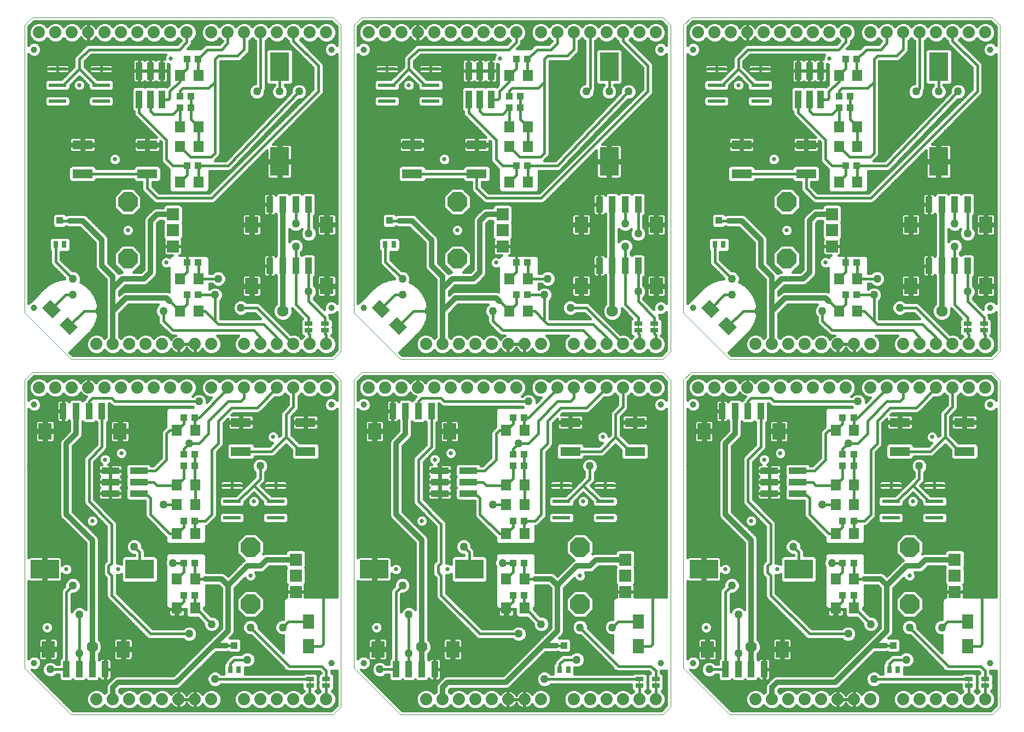
<source format=gtl>
G75*
%MOIN*%
%OFA0B0*%
%FSLAX25Y25*%
%IPPOS*%
%LPD*%
%AMOC8*
5,1,8,0,0,1.08239X$1,22.5*
%
%ADD10C,0.00004*%
%ADD11R,0.06890X0.08858*%
%ADD12R,0.11024X0.03937*%
%ADD13R,0.06299X0.07098*%
%ADD14R,0.12205X0.05512*%
%ADD15R,0.17323X0.11811*%
%ADD16C,0.00800*%
%ADD17R,0.05000X0.02500*%
%ADD18R,0.10827X0.01969*%
%ADD19R,0.07400X0.07400*%
%ADD20OC8,0.11811*%
%ADD21R,0.03937X0.04331*%
%ADD22R,0.03937X0.09843*%
%ADD23R,0.07874X0.09843*%
%ADD24C,0.07400*%
%ADD25C,0.03937*%
%ADD26C,0.02500*%
%ADD27R,0.03150X0.04331*%
%ADD28R,0.08858X0.06890*%
%ADD29R,0.03937X0.11024*%
%ADD30R,0.11811X0.17323*%
%ADD31C,0.01600*%
%ADD32C,0.05000*%
%ADD33C,0.04528*%
%ADD34C,0.07000*%
%ADD35C,0.03200*%
%ADD36C,0.03200*%
D10*
X0036043Y0037220D02*
X0064390Y0008874D01*
X0224232Y0008874D01*
X0228957Y0013598D01*
X0228957Y0212811D01*
X0224232Y0217535D01*
X0040768Y0217535D01*
X0036043Y0212811D01*
X0036043Y0037220D01*
X0236831Y0037220D02*
X0265177Y0008874D01*
X0425020Y0008874D01*
X0429744Y0013598D01*
X0429744Y0212811D01*
X0425020Y0217535D01*
X0241555Y0217535D01*
X0236831Y0212811D01*
X0236831Y0037220D01*
X0437618Y0037220D02*
X0465965Y0008874D01*
X0625807Y0008874D01*
X0630531Y0013598D01*
X0630531Y0212811D01*
X0625807Y0217535D01*
X0442343Y0217535D01*
X0437618Y0212811D01*
X0437618Y0037220D01*
X0425020Y0225409D02*
X0265177Y0225409D01*
X0236831Y0253756D01*
X0236831Y0429346D01*
X0241555Y0434071D01*
X0425020Y0434071D01*
X0429744Y0429346D01*
X0429744Y0230134D01*
X0425020Y0225409D01*
X0437618Y0253756D02*
X0465965Y0225409D01*
X0625807Y0225409D01*
X0630531Y0230134D01*
X0630531Y0429346D01*
X0625807Y0434071D01*
X0442343Y0434071D01*
X0437618Y0429346D01*
X0437618Y0253756D01*
X0228957Y0230134D02*
X0224232Y0225409D01*
X0064390Y0225409D01*
X0036043Y0253756D01*
X0036043Y0429346D01*
X0040768Y0434071D01*
X0224232Y0434071D01*
X0228957Y0429346D01*
X0228957Y0230134D01*
D11*
X0209272Y0065469D03*
X0209272Y0050705D03*
X0410059Y0050705D03*
X0410059Y0065469D03*
X0610846Y0065469D03*
X0610846Y0050705D03*
D12*
X0507303Y0143717D03*
X0507303Y0150606D03*
X0507303Y0157496D03*
X0489980Y0157496D03*
X0489980Y0150606D03*
X0489980Y0143717D03*
X0306516Y0143717D03*
X0306516Y0150606D03*
X0306516Y0157496D03*
X0289193Y0157496D03*
X0289193Y0150606D03*
X0289193Y0143717D03*
X0105728Y0143717D03*
X0105728Y0150606D03*
X0105728Y0157496D03*
X0088406Y0157496D03*
X0088406Y0150606D03*
X0088406Y0143717D03*
D13*
X0128870Y0148835D03*
X0140067Y0148835D03*
X0140067Y0136827D03*
X0128870Y0136827D03*
X0128870Y0119110D03*
X0140067Y0119110D03*
X0140067Y0091551D03*
X0128870Y0091551D03*
X0128870Y0073835D03*
X0140067Y0073835D03*
X0140067Y0182102D03*
X0128870Y0182102D03*
X0130839Y0254937D03*
X0142035Y0254937D03*
X0142035Y0274622D03*
X0130839Y0274622D03*
X0130839Y0333677D03*
X0142035Y0333677D03*
X0142035Y0355331D03*
X0130839Y0355331D03*
X0130839Y0367339D03*
X0142035Y0367339D03*
X0142035Y0398638D03*
X0130839Y0398638D03*
X0331626Y0398638D03*
X0342823Y0398638D03*
X0342823Y0367339D03*
X0331626Y0367339D03*
X0331626Y0355331D03*
X0342823Y0355331D03*
X0342823Y0333677D03*
X0331626Y0333677D03*
X0331626Y0274622D03*
X0342823Y0274622D03*
X0342823Y0254937D03*
X0331626Y0254937D03*
X0329657Y0182102D03*
X0340854Y0182102D03*
X0340854Y0148835D03*
X0329657Y0148835D03*
X0329657Y0136827D03*
X0340854Y0136827D03*
X0340854Y0119110D03*
X0329657Y0119110D03*
X0329657Y0091551D03*
X0340854Y0091551D03*
X0340854Y0073835D03*
X0329657Y0073835D03*
X0530445Y0073835D03*
X0541642Y0073835D03*
X0541642Y0091551D03*
X0530445Y0091551D03*
X0530445Y0119110D03*
X0541642Y0119110D03*
X0541642Y0136827D03*
X0530445Y0136827D03*
X0530445Y0148835D03*
X0541642Y0148835D03*
X0541642Y0182102D03*
X0530445Y0182102D03*
X0532413Y0254937D03*
X0543610Y0254937D03*
X0543610Y0274622D03*
X0532413Y0274622D03*
X0532413Y0333677D03*
X0543610Y0333677D03*
X0543610Y0355331D03*
X0532413Y0355331D03*
X0532413Y0367339D03*
X0543610Y0367339D03*
X0543610Y0398638D03*
X0532413Y0398638D03*
D14*
X0512421Y0356315D03*
X0512421Y0338598D03*
X0473051Y0338598D03*
X0473051Y0356315D03*
X0311634Y0356315D03*
X0311634Y0338598D03*
X0272264Y0338598D03*
X0272264Y0356315D03*
X0110846Y0356315D03*
X0110846Y0338598D03*
X0071476Y0338598D03*
X0071476Y0356315D03*
X0167933Y0187024D03*
X0167933Y0169307D03*
X0207303Y0169307D03*
X0207303Y0187024D03*
X0368720Y0187024D03*
X0368720Y0169307D03*
X0408091Y0169307D03*
X0408091Y0187024D03*
X0569508Y0187024D03*
X0569508Y0169307D03*
X0608878Y0169307D03*
X0608878Y0187024D03*
D15*
X0507894Y0097457D03*
X0450020Y0097457D03*
X0307106Y0097457D03*
X0249232Y0097457D03*
X0106319Y0097457D03*
X0048445Y0097457D03*
D16*
X0210059Y0030059D02*
X0210059Y0027059D01*
X0219902Y0027059D02*
X0219902Y0030059D01*
X0410846Y0030059D02*
X0410846Y0027059D01*
X0420689Y0027059D02*
X0420689Y0030059D01*
X0611634Y0030059D02*
X0611634Y0027059D01*
X0621476Y0027059D02*
X0621476Y0030059D01*
X0620689Y0243594D02*
X0620689Y0246594D01*
X0610846Y0246594D02*
X0610846Y0243594D01*
X0419902Y0243594D02*
X0419902Y0246594D01*
X0410059Y0246594D02*
X0410059Y0243594D01*
X0219114Y0243594D02*
X0219114Y0246594D01*
X0209272Y0246594D02*
X0209272Y0243594D01*
D17*
X0209272Y0243094D03*
X0209272Y0247094D03*
X0219114Y0247094D03*
X0219114Y0243094D03*
X0410059Y0243094D03*
X0410059Y0247094D03*
X0419902Y0247094D03*
X0419902Y0243094D03*
X0610846Y0243094D03*
X0610846Y0247094D03*
X0620689Y0247094D03*
X0620689Y0243094D03*
X0621476Y0030559D03*
X0621476Y0026559D03*
X0611634Y0026559D03*
X0611634Y0030559D03*
X0420689Y0030559D03*
X0420689Y0026559D03*
X0410846Y0026559D03*
X0410846Y0030559D03*
X0219902Y0030559D03*
X0219902Y0026559D03*
X0210059Y0026559D03*
X0210059Y0030559D03*
D18*
X0189094Y0128953D03*
X0189094Y0138795D03*
X0189094Y0148638D03*
X0162520Y0148638D03*
X0162520Y0138795D03*
X0162520Y0128953D03*
X0363307Y0128953D03*
X0363307Y0138795D03*
X0363307Y0148638D03*
X0389882Y0148638D03*
X0389882Y0138795D03*
X0389882Y0128953D03*
X0564094Y0128953D03*
X0564094Y0138795D03*
X0564094Y0148638D03*
X0590669Y0148638D03*
X0590669Y0138795D03*
X0590669Y0128953D03*
X0484370Y0382890D03*
X0484370Y0392732D03*
X0484370Y0402575D03*
X0457795Y0402575D03*
X0457795Y0392732D03*
X0457795Y0382890D03*
X0283583Y0382890D03*
X0283583Y0392732D03*
X0283583Y0402575D03*
X0257008Y0402575D03*
X0257008Y0392732D03*
X0257008Y0382890D03*
X0082795Y0382890D03*
X0082795Y0392732D03*
X0082795Y0402575D03*
X0056220Y0402575D03*
X0056220Y0392732D03*
X0056220Y0382890D03*
D19*
X0126594Y0313992D03*
X0126594Y0304150D03*
X0126594Y0294307D03*
X0327382Y0294307D03*
X0327382Y0304150D03*
X0327382Y0313992D03*
X0528169Y0313992D03*
X0528169Y0304150D03*
X0528169Y0294307D03*
X0602972Y0103362D03*
X0602972Y0093520D03*
X0602972Y0083677D03*
X0402185Y0083677D03*
X0402185Y0093520D03*
X0402185Y0103362D03*
X0201398Y0103362D03*
X0201398Y0093520D03*
X0201398Y0083677D03*
D20*
X0173839Y0076197D03*
X0173839Y0110843D03*
X0374626Y0110843D03*
X0374626Y0076197D03*
X0575413Y0076197D03*
X0575413Y0110843D03*
X0500610Y0286827D03*
X0500610Y0321472D03*
X0299823Y0321472D03*
X0299823Y0286827D03*
X0099035Y0286827D03*
X0099035Y0321472D03*
D21*
X0135059Y0343520D03*
X0141752Y0343520D03*
X0137531Y0378953D03*
X0130839Y0378953D03*
X0130839Y0386039D03*
X0137531Y0386039D03*
X0135059Y0408480D03*
X0141752Y0408480D03*
X0057657Y0310094D03*
X0135059Y0284465D03*
X0141752Y0284465D03*
X0141752Y0264780D03*
X0135059Y0264780D03*
X0133091Y0189976D03*
X0139783Y0189976D03*
X0139783Y0167535D03*
X0133091Y0167535D03*
X0133091Y0160449D03*
X0139783Y0160449D03*
X0139783Y0126984D03*
X0133091Y0126984D03*
X0133091Y0101394D03*
X0139783Y0101394D03*
X0139783Y0081709D03*
X0133091Y0081709D03*
X0163957Y0051039D03*
X0333878Y0081709D03*
X0340571Y0081709D03*
X0340571Y0101394D03*
X0333878Y0101394D03*
X0333878Y0126984D03*
X0340571Y0126984D03*
X0340571Y0160449D03*
X0333878Y0160449D03*
X0333878Y0167535D03*
X0340571Y0167535D03*
X0340571Y0189976D03*
X0333878Y0189976D03*
X0335846Y0264780D03*
X0342539Y0264780D03*
X0342539Y0284465D03*
X0335846Y0284465D03*
X0258445Y0310094D03*
X0335846Y0343520D03*
X0342539Y0343520D03*
X0338319Y0378953D03*
X0331626Y0378953D03*
X0331626Y0386039D03*
X0338319Y0386039D03*
X0335846Y0408480D03*
X0342539Y0408480D03*
X0459232Y0310094D03*
X0536634Y0284465D03*
X0543327Y0284465D03*
X0543327Y0264780D03*
X0536634Y0264780D03*
X0534665Y0189976D03*
X0541358Y0189976D03*
X0541358Y0167535D03*
X0534665Y0167535D03*
X0534665Y0160449D03*
X0541358Y0160449D03*
X0541358Y0126984D03*
X0534665Y0126984D03*
X0534665Y0101394D03*
X0541358Y0101394D03*
X0541358Y0081709D03*
X0534665Y0081709D03*
X0565531Y0051039D03*
X0364744Y0051039D03*
X0536634Y0343520D03*
X0543327Y0343520D03*
X0539106Y0378953D03*
X0532413Y0378953D03*
X0532413Y0386039D03*
X0539106Y0386039D03*
X0536634Y0408480D03*
X0543327Y0408480D03*
D22*
X0587224Y0319898D03*
X0595098Y0319898D03*
X0602972Y0319898D03*
X0610846Y0319898D03*
X0610846Y0282496D03*
X0602972Y0282496D03*
X0595098Y0282496D03*
X0587224Y0282496D03*
X0484862Y0193913D03*
X0476988Y0193913D03*
X0469114Y0193913D03*
X0461240Y0193913D03*
X0410059Y0282496D03*
X0402185Y0282496D03*
X0394311Y0282496D03*
X0386437Y0282496D03*
X0386437Y0319898D03*
X0394311Y0319898D03*
X0402185Y0319898D03*
X0410059Y0319898D03*
X0284075Y0193913D03*
X0276201Y0193913D03*
X0268327Y0193913D03*
X0260453Y0193913D03*
X0209272Y0282496D03*
X0201398Y0282496D03*
X0193524Y0282496D03*
X0185650Y0282496D03*
X0185650Y0319898D03*
X0193524Y0319898D03*
X0201398Y0319898D03*
X0209272Y0319898D03*
X0083287Y0193913D03*
X0075413Y0193913D03*
X0067539Y0193913D03*
X0059665Y0193913D03*
X0061634Y0036433D03*
X0069508Y0036433D03*
X0077382Y0036433D03*
X0085256Y0036433D03*
X0262421Y0036433D03*
X0270295Y0036433D03*
X0278169Y0036433D03*
X0286043Y0036433D03*
X0463209Y0036433D03*
X0471083Y0036433D03*
X0478957Y0036433D03*
X0486831Y0036433D03*
D23*
X0497854Y0048728D03*
X0452185Y0048728D03*
X0297067Y0048728D03*
X0251398Y0048728D03*
X0096280Y0048728D03*
X0050610Y0048728D03*
X0048642Y0181618D03*
X0094311Y0181618D03*
X0174626Y0270201D03*
X0220295Y0270201D03*
X0220295Y0307602D03*
X0174626Y0307602D03*
X0249429Y0181618D03*
X0295098Y0181618D03*
X0375413Y0270201D03*
X0421083Y0270201D03*
X0421083Y0307602D03*
X0375413Y0307602D03*
X0450217Y0181618D03*
X0495886Y0181618D03*
X0576201Y0270201D03*
X0621870Y0270201D03*
X0621870Y0307602D03*
X0576201Y0307602D03*
D24*
X0571575Y0234740D03*
X0581575Y0234740D03*
X0591575Y0234740D03*
X0601575Y0234740D03*
X0611575Y0234740D03*
X0621575Y0234740D03*
X0621575Y0208205D03*
X0611575Y0208205D03*
X0601575Y0208205D03*
X0591575Y0208205D03*
X0581575Y0208205D03*
X0571575Y0208205D03*
X0561575Y0208205D03*
X0551575Y0208205D03*
X0536575Y0208205D03*
X0526575Y0208205D03*
X0516575Y0208205D03*
X0506575Y0208205D03*
X0496575Y0208205D03*
X0486575Y0208205D03*
X0476575Y0208205D03*
X0466575Y0208205D03*
X0456575Y0208205D03*
X0446575Y0208205D03*
X0420787Y0208205D03*
X0410787Y0208205D03*
X0400787Y0208205D03*
X0390787Y0208205D03*
X0380787Y0208205D03*
X0370787Y0208205D03*
X0360787Y0208205D03*
X0350787Y0208205D03*
X0335787Y0208205D03*
X0325787Y0208205D03*
X0315787Y0208205D03*
X0305787Y0208205D03*
X0295787Y0208205D03*
X0285787Y0208205D03*
X0275787Y0208205D03*
X0265787Y0208205D03*
X0255787Y0208205D03*
X0245787Y0208205D03*
X0220000Y0208205D03*
X0210000Y0208205D03*
X0200000Y0208205D03*
X0190000Y0208205D03*
X0180000Y0208205D03*
X0170000Y0208205D03*
X0160000Y0208205D03*
X0150000Y0208205D03*
X0135000Y0208205D03*
X0125000Y0208205D03*
X0115000Y0208205D03*
X0105000Y0208205D03*
X0095000Y0208205D03*
X0085000Y0208205D03*
X0075000Y0208205D03*
X0065000Y0208205D03*
X0055000Y0208205D03*
X0045000Y0208205D03*
X0080000Y0234740D03*
X0090000Y0234740D03*
X0100000Y0234740D03*
X0110000Y0234740D03*
X0120000Y0234740D03*
X0130000Y0234740D03*
X0140000Y0234740D03*
X0150000Y0234740D03*
X0170000Y0234740D03*
X0180000Y0234740D03*
X0190000Y0234740D03*
X0200000Y0234740D03*
X0210000Y0234740D03*
X0220000Y0234740D03*
X0280787Y0234740D03*
X0290787Y0234740D03*
X0300787Y0234740D03*
X0310787Y0234740D03*
X0320787Y0234740D03*
X0330787Y0234740D03*
X0340787Y0234740D03*
X0350787Y0234740D03*
X0370787Y0234740D03*
X0380787Y0234740D03*
X0390787Y0234740D03*
X0400787Y0234740D03*
X0410787Y0234740D03*
X0420787Y0234740D03*
X0481575Y0234740D03*
X0491575Y0234740D03*
X0501575Y0234740D03*
X0511575Y0234740D03*
X0521575Y0234740D03*
X0531575Y0234740D03*
X0541575Y0234740D03*
X0551575Y0234740D03*
X0551575Y0424740D03*
X0561575Y0424740D03*
X0571575Y0424740D03*
X0581575Y0424740D03*
X0591575Y0424740D03*
X0601575Y0424740D03*
X0611575Y0424740D03*
X0621575Y0424740D03*
X0536575Y0424740D03*
X0526575Y0424740D03*
X0516575Y0424740D03*
X0506575Y0424740D03*
X0496575Y0424740D03*
X0486575Y0424740D03*
X0476575Y0424740D03*
X0466575Y0424740D03*
X0456575Y0424740D03*
X0446575Y0424740D03*
X0420787Y0424740D03*
X0410787Y0424740D03*
X0400787Y0424740D03*
X0390787Y0424740D03*
X0380787Y0424740D03*
X0370787Y0424740D03*
X0360787Y0424740D03*
X0350787Y0424740D03*
X0335787Y0424740D03*
X0325787Y0424740D03*
X0315787Y0424740D03*
X0305787Y0424740D03*
X0295787Y0424740D03*
X0285787Y0424740D03*
X0275787Y0424740D03*
X0265787Y0424740D03*
X0255787Y0424740D03*
X0245787Y0424740D03*
X0220000Y0424740D03*
X0210000Y0424740D03*
X0200000Y0424740D03*
X0190000Y0424740D03*
X0180000Y0424740D03*
X0170000Y0424740D03*
X0160000Y0424740D03*
X0150000Y0424740D03*
X0135000Y0424740D03*
X0125000Y0424740D03*
X0115000Y0424740D03*
X0105000Y0424740D03*
X0095000Y0424740D03*
X0085000Y0424740D03*
X0075000Y0424740D03*
X0065000Y0424740D03*
X0055000Y0424740D03*
X0045000Y0424740D03*
X0080000Y0018205D03*
X0090000Y0018205D03*
X0100000Y0018205D03*
X0110000Y0018205D03*
X0120000Y0018205D03*
X0130000Y0018205D03*
X0140000Y0018205D03*
X0150000Y0018205D03*
X0170000Y0018205D03*
X0180000Y0018205D03*
X0190000Y0018205D03*
X0200000Y0018205D03*
X0210000Y0018205D03*
X0220000Y0018205D03*
X0280787Y0018205D03*
X0290787Y0018205D03*
X0300787Y0018205D03*
X0310787Y0018205D03*
X0320787Y0018205D03*
X0330787Y0018205D03*
X0340787Y0018205D03*
X0350787Y0018205D03*
X0370787Y0018205D03*
X0380787Y0018205D03*
X0390787Y0018205D03*
X0400787Y0018205D03*
X0410787Y0018205D03*
X0420787Y0018205D03*
X0481575Y0018205D03*
X0491575Y0018205D03*
X0501575Y0018205D03*
X0511575Y0018205D03*
X0521575Y0018205D03*
X0531575Y0018205D03*
X0541575Y0018205D03*
X0551575Y0018205D03*
X0571575Y0018205D03*
X0581575Y0018205D03*
X0591575Y0018205D03*
X0601575Y0018205D03*
X0611575Y0018205D03*
X0621575Y0018205D03*
D25*
X0624626Y0040370D03*
X0443524Y0040370D03*
X0423839Y0040370D03*
X0242736Y0040370D03*
X0223051Y0040370D03*
X0041949Y0040370D03*
X0041949Y0197850D03*
X0041949Y0256906D03*
X0223051Y0256906D03*
X0242736Y0256906D03*
X0242736Y0197850D03*
X0223051Y0197850D03*
X0423839Y0197850D03*
X0443524Y0197850D03*
X0443524Y0256906D03*
X0423839Y0256906D03*
X0624626Y0256906D03*
X0624626Y0197850D03*
X0624626Y0414386D03*
X0443524Y0414386D03*
X0423839Y0414386D03*
X0242736Y0414386D03*
X0223051Y0414386D03*
X0041949Y0414386D03*
D26*
X0069508Y0392732D03*
X0125035Y0408984D03*
X0091161Y0347457D03*
X0099035Y0304150D03*
X0122657Y0284465D03*
X0187618Y0178165D03*
X0175807Y0138795D03*
X0173839Y0093520D03*
X0250610Y0062024D03*
X0262421Y0097457D03*
X0293917Y0097457D03*
X0278169Y0126984D03*
X0286043Y0164386D03*
X0295886Y0168323D03*
X0376594Y0138795D03*
X0388406Y0178165D03*
X0478957Y0126984D03*
X0494705Y0097457D03*
X0463209Y0097457D03*
X0451398Y0062024D03*
X0374626Y0093520D03*
X0486831Y0164386D03*
X0496673Y0168323D03*
X0577382Y0138795D03*
X0589193Y0178165D03*
X0575413Y0093520D03*
X0524232Y0284465D03*
X0500610Y0304150D03*
X0492736Y0347457D03*
X0471083Y0392732D03*
X0526610Y0408984D03*
X0325823Y0408984D03*
X0270295Y0392732D03*
X0291949Y0347457D03*
X0299823Y0304150D03*
X0323445Y0284465D03*
X0095098Y0168323D03*
X0085256Y0164386D03*
X0077382Y0126984D03*
X0093130Y0097457D03*
X0061634Y0097457D03*
X0049823Y0062024D03*
D27*
X0161437Y0036354D03*
X0166555Y0036354D03*
X0362224Y0036354D03*
X0367343Y0036354D03*
X0563012Y0036354D03*
X0568130Y0036354D03*
X0461831Y0295409D03*
X0456713Y0295409D03*
X0261043Y0295409D03*
X0255925Y0295409D03*
X0060256Y0295409D03*
X0055138Y0295409D03*
D28*
G36*
X0051782Y0261787D02*
X0058044Y0255525D01*
X0053172Y0250653D01*
X0046910Y0256915D01*
X0051782Y0261787D01*
G37*
G36*
X0062222Y0251347D02*
X0068484Y0245085D01*
X0063612Y0240213D01*
X0057350Y0246475D01*
X0062222Y0251347D01*
G37*
G36*
X0252569Y0261787D02*
X0258831Y0255525D01*
X0253959Y0250653D01*
X0247697Y0256915D01*
X0252569Y0261787D01*
G37*
G36*
X0263009Y0251347D02*
X0269271Y0245085D01*
X0264399Y0240213D01*
X0258137Y0246475D01*
X0263009Y0251347D01*
G37*
G36*
X0453357Y0261787D02*
X0459619Y0255525D01*
X0454747Y0250653D01*
X0448485Y0256915D01*
X0453357Y0261787D01*
G37*
G36*
X0463796Y0251347D02*
X0470058Y0245085D01*
X0465186Y0240213D01*
X0458924Y0246475D01*
X0463796Y0251347D01*
G37*
D29*
X0507500Y0384071D03*
X0514390Y0384071D03*
X0521280Y0384071D03*
X0521280Y0401394D03*
X0514390Y0401394D03*
X0507500Y0401394D03*
X0320492Y0401394D03*
X0313602Y0401394D03*
X0306713Y0401394D03*
X0306713Y0384071D03*
X0313602Y0384071D03*
X0320492Y0384071D03*
X0119705Y0384071D03*
X0112815Y0384071D03*
X0105925Y0384071D03*
X0105925Y0401394D03*
X0112815Y0401394D03*
X0119705Y0401394D03*
D30*
X0191555Y0403953D03*
X0191555Y0346079D03*
X0392343Y0346079D03*
X0392343Y0403953D03*
X0593130Y0403953D03*
X0593130Y0346079D03*
D31*
X0047529Y0033919D02*
X0042742Y0033919D01*
X0042818Y0036002D02*
X0044423Y0036667D01*
X0045652Y0037896D01*
X0046317Y0039501D01*
X0046317Y0041239D01*
X0045939Y0042153D01*
X0045978Y0042130D01*
X0046436Y0042007D01*
X0049810Y0042007D01*
X0049810Y0047928D01*
X0051410Y0047928D01*
X0051410Y0042007D01*
X0054784Y0042007D01*
X0055242Y0042130D01*
X0055652Y0042367D01*
X0055988Y0042702D01*
X0056225Y0043112D01*
X0056347Y0043570D01*
X0056347Y0047928D01*
X0051410Y0047928D01*
X0051410Y0049528D01*
X0056347Y0049528D01*
X0056347Y0053887D01*
X0056225Y0054344D01*
X0055988Y0054755D01*
X0055652Y0055090D01*
X0055242Y0055327D01*
X0054784Y0055450D01*
X0051410Y0055450D01*
X0051410Y0049528D01*
X0049810Y0049528D01*
X0049810Y0047928D01*
X0044873Y0047928D01*
X0044873Y0043624D01*
X0044423Y0044074D01*
X0042818Y0044739D01*
X0041080Y0044739D01*
X0039474Y0044074D01*
X0038445Y0043045D01*
X0038445Y0090344D01*
X0038678Y0090111D01*
X0039089Y0089874D01*
X0039546Y0089751D01*
X0047645Y0089751D01*
X0047645Y0096657D01*
X0049245Y0096657D01*
X0049245Y0089751D01*
X0057343Y0089751D01*
X0057801Y0089874D01*
X0058212Y0090111D01*
X0058547Y0090446D01*
X0058784Y0090856D01*
X0058906Y0091314D01*
X0058906Y0095022D01*
X0059566Y0094362D01*
X0060908Y0093807D01*
X0062360Y0093807D01*
X0063701Y0094362D01*
X0064728Y0095389D01*
X0065284Y0096731D01*
X0065284Y0098183D01*
X0064728Y0099524D01*
X0063701Y0100551D01*
X0062360Y0101107D01*
X0060908Y0101107D01*
X0059566Y0100551D01*
X0058906Y0099891D01*
X0058906Y0103599D01*
X0058784Y0104057D01*
X0058547Y0104467D01*
X0058212Y0104803D01*
X0057801Y0105040D01*
X0057343Y0105162D01*
X0049245Y0105162D01*
X0049245Y0098257D01*
X0047645Y0098257D01*
X0047645Y0105162D01*
X0039546Y0105162D01*
X0039089Y0105040D01*
X0038678Y0104803D01*
X0038445Y0104570D01*
X0038445Y0195176D01*
X0039474Y0194147D01*
X0041080Y0193482D01*
X0042818Y0193482D01*
X0044423Y0194147D01*
X0045652Y0195376D01*
X0046317Y0196981D01*
X0046317Y0198719D01*
X0045652Y0200325D01*
X0044423Y0201554D01*
X0042818Y0202219D01*
X0041080Y0202219D01*
X0039474Y0201554D01*
X0038445Y0200525D01*
X0038445Y0211816D01*
X0041763Y0215133D01*
X0223237Y0215133D01*
X0226555Y0211816D01*
X0226555Y0200525D01*
X0225526Y0201554D01*
X0223920Y0202219D01*
X0222182Y0202219D01*
X0220577Y0201554D01*
X0219348Y0200325D01*
X0218683Y0198719D01*
X0218683Y0196981D01*
X0219348Y0195376D01*
X0220577Y0194147D01*
X0222182Y0193482D01*
X0223920Y0193482D01*
X0225526Y0194147D01*
X0226555Y0195176D01*
X0226555Y0080408D01*
X0206898Y0080408D01*
X0206898Y0083493D01*
X0201582Y0083493D01*
X0201582Y0083861D01*
X0206898Y0083861D01*
X0206898Y0087614D01*
X0206775Y0088072D01*
X0206764Y0088092D01*
X0207132Y0088460D01*
X0207498Y0089342D01*
X0207498Y0097697D01*
X0207189Y0098441D01*
X0207498Y0099185D01*
X0207498Y0107540D01*
X0207132Y0108422D01*
X0206457Y0109097D01*
X0205575Y0109462D01*
X0197220Y0109462D01*
X0196338Y0109097D01*
X0195663Y0108422D01*
X0195298Y0107540D01*
X0195298Y0107362D01*
X0182885Y0107362D01*
X0181551Y0106810D01*
X0182144Y0107402D01*
X0182144Y0114283D01*
X0177279Y0119148D01*
X0170398Y0119148D01*
X0165533Y0114283D01*
X0165533Y0107402D01*
X0169968Y0102967D01*
X0169604Y0102816D01*
X0160059Y0093271D01*
X0158388Y0094942D01*
X0156918Y0095551D01*
X0146711Y0095551D01*
X0146711Y0105808D01*
X0146346Y0106690D01*
X0145671Y0107365D01*
X0144788Y0107731D01*
X0124149Y0107731D01*
X0123266Y0107365D01*
X0122591Y0106690D01*
X0122226Y0105808D01*
X0122226Y0103652D01*
X0121694Y0102368D01*
X0121694Y0100419D01*
X0122226Y0099136D01*
X0122226Y0075326D01*
X0122591Y0074444D01*
X0123266Y0073769D01*
X0124149Y0073403D01*
X0128095Y0073403D01*
X0128095Y0073060D01*
X0123920Y0073060D01*
X0123920Y0070048D01*
X0124043Y0069591D01*
X0124280Y0069180D01*
X0124615Y0068845D01*
X0125026Y0068608D01*
X0125483Y0068485D01*
X0128095Y0068485D01*
X0128095Y0073060D01*
X0129645Y0073060D01*
X0129645Y0073403D01*
X0134517Y0073403D01*
X0134517Y0069808D01*
X0134883Y0068926D01*
X0135558Y0068251D01*
X0136440Y0067885D01*
X0141798Y0067885D01*
X0145317Y0064367D01*
X0145317Y0063017D01*
X0146063Y0061216D01*
X0147441Y0059838D01*
X0149242Y0059092D01*
X0151191Y0059092D01*
X0152992Y0059838D01*
X0154371Y0061216D01*
X0155117Y0063017D01*
X0155117Y0064967D01*
X0154371Y0066768D01*
X0152992Y0068146D01*
X0151191Y0068892D01*
X0149842Y0068892D01*
X0145617Y0073118D01*
X0145617Y0073746D01*
X0145671Y0073769D01*
X0146346Y0074444D01*
X0146711Y0075326D01*
X0146711Y0087551D01*
X0154465Y0087551D01*
X0156059Y0085957D01*
X0156059Y0061712D01*
X0147652Y0053305D01*
X0126906Y0032559D01*
X0092334Y0032559D01*
X0090864Y0031950D01*
X0089739Y0030825D01*
X0086609Y0027695D01*
X0086000Y0026225D01*
X0086000Y0022831D01*
X0085000Y0021831D01*
X0083455Y0023376D01*
X0081213Y0024305D01*
X0078787Y0024305D01*
X0076545Y0023376D01*
X0074829Y0021660D01*
X0073900Y0019418D01*
X0073900Y0016991D01*
X0074829Y0014749D01*
X0076545Y0013033D01*
X0078787Y0012105D01*
X0081213Y0012105D01*
X0083455Y0013033D01*
X0085000Y0014578D01*
X0086545Y0013033D01*
X0088787Y0012105D01*
X0091213Y0012105D01*
X0093455Y0013033D01*
X0095000Y0014578D01*
X0096545Y0013033D01*
X0098787Y0012105D01*
X0101213Y0012105D01*
X0103455Y0013033D01*
X0105000Y0014578D01*
X0106545Y0013033D01*
X0108787Y0012105D01*
X0111213Y0012105D01*
X0113455Y0013033D01*
X0115000Y0014578D01*
X0116545Y0013033D01*
X0118787Y0012105D01*
X0121213Y0012105D01*
X0123455Y0013033D01*
X0125171Y0014749D01*
X0125368Y0015223D01*
X0125805Y0014622D01*
X0126417Y0014010D01*
X0127117Y0013501D01*
X0127889Y0013108D01*
X0128712Y0012840D01*
X0129567Y0012705D01*
X0129800Y0012705D01*
X0129800Y0018005D01*
X0130200Y0018005D01*
X0130200Y0018405D01*
X0129800Y0018405D01*
X0129800Y0023705D01*
X0129567Y0023705D01*
X0128712Y0023569D01*
X0127889Y0023302D01*
X0127117Y0022909D01*
X0126417Y0022400D01*
X0125805Y0021788D01*
X0125368Y0021186D01*
X0125171Y0021660D01*
X0123455Y0023376D01*
X0121213Y0024305D01*
X0118787Y0024305D01*
X0116545Y0023376D01*
X0115000Y0021831D01*
X0113455Y0023376D01*
X0111213Y0024305D01*
X0108787Y0024305D01*
X0106545Y0023376D01*
X0105000Y0021831D01*
X0103455Y0023376D01*
X0101213Y0024305D01*
X0098787Y0024305D01*
X0096545Y0023376D01*
X0095000Y0021831D01*
X0094000Y0022831D01*
X0094000Y0023772D01*
X0094787Y0024559D01*
X0129359Y0024559D01*
X0130829Y0025168D01*
X0152700Y0047039D01*
X0160028Y0047039D01*
X0160311Y0047157D01*
X0160629Y0046839D01*
X0161511Y0046474D01*
X0166403Y0046474D01*
X0167285Y0046839D01*
X0167960Y0047515D01*
X0168325Y0048397D01*
X0168325Y0053682D01*
X0167960Y0054564D01*
X0167285Y0055239D01*
X0166403Y0055605D01*
X0161511Y0055605D01*
X0161092Y0055431D01*
X0162325Y0056664D01*
X0163450Y0057789D01*
X0164059Y0059259D01*
X0164059Y0085957D01*
X0170396Y0092294D01*
X0170744Y0091452D01*
X0171771Y0090425D01*
X0173113Y0089870D01*
X0174565Y0089870D01*
X0175906Y0090425D01*
X0176933Y0091452D01*
X0177489Y0092794D01*
X0177489Y0094246D01*
X0177000Y0095425D01*
X0180540Y0095425D01*
X0182010Y0096034D01*
X0183135Y0097159D01*
X0183135Y0097159D01*
X0185338Y0099362D01*
X0195298Y0099362D01*
X0195298Y0099185D01*
X0195606Y0098441D01*
X0195298Y0097697D01*
X0195298Y0089342D01*
X0195663Y0088460D01*
X0196032Y0088092D01*
X0196020Y0088072D01*
X0195898Y0087614D01*
X0195898Y0083861D01*
X0201213Y0083861D01*
X0201213Y0083493D01*
X0195898Y0083493D01*
X0195898Y0080408D01*
X0195613Y0080408D01*
X0194731Y0080042D01*
X0194056Y0079367D01*
X0193691Y0078485D01*
X0193691Y0066924D01*
X0192549Y0066924D01*
X0190748Y0066178D01*
X0189370Y0064799D01*
X0188624Y0062998D01*
X0188624Y0061049D01*
X0189370Y0059248D01*
X0190748Y0057870D01*
X0192549Y0057124D01*
X0193691Y0057124D01*
X0193691Y0046697D01*
X0178739Y0061649D01*
X0178739Y0062998D01*
X0177993Y0064799D01*
X0176614Y0066178D01*
X0174813Y0066924D01*
X0172864Y0066924D01*
X0171063Y0066178D01*
X0169685Y0064799D01*
X0168939Y0062998D01*
X0168939Y0061049D01*
X0169685Y0059248D01*
X0171063Y0057870D01*
X0172864Y0057124D01*
X0174213Y0057124D01*
X0193691Y0037646D01*
X0193691Y0037530D01*
X0194056Y0036648D01*
X0194731Y0035973D01*
X0195613Y0035608D01*
X0195843Y0035608D01*
X0196824Y0035202D01*
X0215820Y0035202D01*
X0216702Y0034320D01*
X0216702Y0034117D01*
X0216042Y0033844D01*
X0215367Y0033169D01*
X0215002Y0032286D01*
X0215002Y0028832D01*
X0215114Y0028559D01*
X0215002Y0028286D01*
X0215002Y0024832D01*
X0215367Y0023950D01*
X0216042Y0023274D01*
X0216326Y0023157D01*
X0215000Y0021831D01*
X0213663Y0023169D01*
X0213919Y0023274D01*
X0214594Y0023950D01*
X0214959Y0024832D01*
X0214959Y0028286D01*
X0214846Y0028559D01*
X0214959Y0028832D01*
X0214959Y0032286D01*
X0214594Y0033169D01*
X0213919Y0033844D01*
X0213036Y0034209D01*
X0207082Y0034209D01*
X0206200Y0033844D01*
X0206083Y0033728D01*
X0170530Y0033728D01*
X0170530Y0037590D01*
X0170895Y0037439D01*
X0172845Y0037439D01*
X0174646Y0038185D01*
X0176024Y0039563D01*
X0176770Y0041364D01*
X0176770Y0043313D01*
X0176024Y0045114D01*
X0174646Y0046493D01*
X0172845Y0047239D01*
X0170895Y0047239D01*
X0169094Y0046493D01*
X0168140Y0045539D01*
X0163360Y0045539D01*
X0162183Y0045051D01*
X0161283Y0044151D01*
X0158724Y0041592D01*
X0158237Y0040416D01*
X0158237Y0040289D01*
X0157828Y0039879D01*
X0157462Y0038997D01*
X0157462Y0033728D01*
X0155915Y0033728D01*
X0154961Y0034682D01*
X0153160Y0035428D01*
X0151210Y0035428D01*
X0149409Y0034682D01*
X0148031Y0033303D01*
X0147285Y0031502D01*
X0147285Y0029553D01*
X0148031Y0027752D01*
X0149409Y0026374D01*
X0151210Y0025628D01*
X0153160Y0025628D01*
X0154961Y0026374D01*
X0155915Y0027328D01*
X0205159Y0027328D01*
X0205159Y0024832D01*
X0205524Y0023950D01*
X0206200Y0023274D01*
X0206372Y0023203D01*
X0205000Y0021831D01*
X0203455Y0023376D01*
X0201213Y0024305D01*
X0198787Y0024305D01*
X0196545Y0023376D01*
X0195000Y0021831D01*
X0193455Y0023376D01*
X0191213Y0024305D01*
X0188787Y0024305D01*
X0186545Y0023376D01*
X0185000Y0021831D01*
X0183455Y0023376D01*
X0181213Y0024305D01*
X0178787Y0024305D01*
X0176545Y0023376D01*
X0175000Y0021831D01*
X0173455Y0023376D01*
X0171213Y0024305D01*
X0168787Y0024305D01*
X0166545Y0023376D01*
X0164829Y0021660D01*
X0163900Y0019418D01*
X0163900Y0016991D01*
X0164829Y0014749D01*
X0166545Y0013033D01*
X0168787Y0012105D01*
X0171213Y0012105D01*
X0173455Y0013033D01*
X0175000Y0014578D01*
X0176545Y0013033D01*
X0178787Y0012105D01*
X0181213Y0012105D01*
X0183455Y0013033D01*
X0185000Y0014578D01*
X0186545Y0013033D01*
X0188787Y0012105D01*
X0191213Y0012105D01*
X0193455Y0013033D01*
X0195000Y0014578D01*
X0196545Y0013033D01*
X0198787Y0012105D01*
X0201213Y0012105D01*
X0203455Y0013033D01*
X0205000Y0014578D01*
X0206545Y0013033D01*
X0208787Y0012105D01*
X0211213Y0012105D01*
X0213455Y0013033D01*
X0215000Y0014578D01*
X0216545Y0013033D01*
X0218787Y0012105D01*
X0221213Y0012105D01*
X0223455Y0013033D01*
X0225171Y0014749D01*
X0226100Y0016991D01*
X0226100Y0019418D01*
X0225171Y0021660D01*
X0223617Y0023215D01*
X0223761Y0023274D01*
X0224436Y0023950D01*
X0224802Y0024832D01*
X0224802Y0028286D01*
X0224689Y0028559D01*
X0224802Y0028832D01*
X0224802Y0032286D01*
X0224436Y0033169D01*
X0223761Y0033844D01*
X0223102Y0034117D01*
X0223102Y0035608D01*
X0226555Y0035608D01*
X0226555Y0014593D01*
X0223237Y0011276D01*
X0065385Y0011276D01*
X0040362Y0036299D01*
X0041080Y0036002D01*
X0042818Y0036002D01*
X0041144Y0035517D02*
X0046891Y0035517D01*
X0046891Y0035458D02*
X0047637Y0033657D01*
X0049016Y0032279D01*
X0050817Y0031533D01*
X0052766Y0031533D01*
X0054567Y0032279D01*
X0055521Y0033233D01*
X0057265Y0033233D01*
X0057265Y0031034D01*
X0057631Y0030152D01*
X0058306Y0029477D01*
X0059188Y0029112D01*
X0064080Y0029112D01*
X0064962Y0029477D01*
X0065571Y0030086D01*
X0066180Y0029477D01*
X0067062Y0029112D01*
X0071954Y0029112D01*
X0072836Y0029477D01*
X0073445Y0030086D01*
X0074054Y0029477D01*
X0074936Y0029112D01*
X0079828Y0029112D01*
X0080710Y0029477D01*
X0081385Y0030152D01*
X0081639Y0030766D01*
X0081847Y0030407D01*
X0082182Y0030071D01*
X0082593Y0029834D01*
X0083050Y0029712D01*
X0085072Y0029712D01*
X0085072Y0036249D01*
X0085440Y0036249D01*
X0085440Y0036617D01*
X0089024Y0036617D01*
X0089024Y0041591D01*
X0088902Y0042049D01*
X0088665Y0042460D01*
X0088330Y0042795D01*
X0087919Y0043032D01*
X0087461Y0043154D01*
X0085440Y0043154D01*
X0085440Y0036617D01*
X0085072Y0036617D01*
X0085072Y0043154D01*
X0083050Y0043154D01*
X0082593Y0043032D01*
X0082182Y0042795D01*
X0081847Y0042460D01*
X0081639Y0042100D01*
X0081385Y0042714D01*
X0081382Y0042717D01*
X0081382Y0045869D01*
X0082384Y0046871D01*
X0083282Y0049039D01*
X0083282Y0051386D01*
X0082384Y0053555D01*
X0081382Y0054556D01*
X0081382Y0115969D01*
X0080773Y0117439D01*
X0065634Y0132578D01*
X0065634Y0172571D01*
X0070930Y0177868D01*
X0071539Y0179338D01*
X0071539Y0187504D01*
X0072085Y0186958D01*
X0072967Y0186592D01*
X0077859Y0186592D01*
X0078741Y0186958D01*
X0079350Y0187567D01*
X0079959Y0186958D01*
X0080087Y0186904D01*
X0080087Y0173585D01*
X0072701Y0166198D01*
X0072213Y0165022D01*
X0072213Y0138159D01*
X0072701Y0136983D01*
X0085993Y0123690D01*
X0085993Y0102719D01*
X0085412Y0102138D01*
X0084512Y0101238D01*
X0084024Y0100062D01*
X0084024Y0094852D01*
X0084512Y0093676D01*
X0085993Y0092194D01*
X0085993Y0081072D01*
X0086480Y0079896D01*
X0087380Y0078996D01*
X0111002Y0055374D01*
X0112178Y0054887D01*
X0132707Y0054887D01*
X0133661Y0053933D01*
X0135462Y0053187D01*
X0137412Y0053187D01*
X0139213Y0053933D01*
X0140591Y0055311D01*
X0141337Y0057112D01*
X0141337Y0059061D01*
X0140591Y0060862D01*
X0139213Y0062241D01*
X0137412Y0062987D01*
X0135462Y0062987D01*
X0133661Y0062241D01*
X0132707Y0061287D01*
X0114140Y0061287D01*
X0092393Y0083034D01*
X0092393Y0093811D01*
X0092404Y0093807D01*
X0093856Y0093807D01*
X0095197Y0094362D01*
X0095257Y0094422D01*
X0095257Y0091074D01*
X0095623Y0090192D01*
X0096298Y0089517D01*
X0097180Y0089151D01*
X0115458Y0089151D01*
X0116340Y0089517D01*
X0117015Y0090192D01*
X0117380Y0091074D01*
X0117380Y0103840D01*
X0117015Y0104722D01*
X0116340Y0105397D01*
X0115458Y0105762D01*
X0109519Y0105762D01*
X0109519Y0108526D01*
X0109032Y0109702D01*
X0107872Y0110862D01*
X0107872Y0112211D01*
X0107126Y0114012D01*
X0105748Y0115390D01*
X0103947Y0116136D01*
X0101998Y0116136D01*
X0100197Y0115390D01*
X0098818Y0114012D01*
X0098072Y0112211D01*
X0098072Y0110262D01*
X0098818Y0108461D01*
X0100197Y0107082D01*
X0101998Y0106336D01*
X0103119Y0106336D01*
X0103119Y0105762D01*
X0097180Y0105762D01*
X0096298Y0105397D01*
X0095623Y0104722D01*
X0095257Y0103840D01*
X0095257Y0100491D01*
X0095197Y0100551D01*
X0093856Y0101107D01*
X0092404Y0101107D01*
X0092393Y0101102D01*
X0092393Y0125652D01*
X0091906Y0126828D01*
X0091006Y0127729D01*
X0078613Y0140121D01*
X0078613Y0163060D01*
X0085100Y0169547D01*
X0086000Y0170447D01*
X0086487Y0171623D01*
X0086487Y0186904D01*
X0086615Y0186958D01*
X0087291Y0187633D01*
X0087656Y0188515D01*
X0087656Y0198587D01*
X0087867Y0198587D01*
X0089349Y0197106D01*
X0090525Y0196619D01*
X0138613Y0196619D01*
X0138918Y0196313D01*
X0124149Y0196313D01*
X0123266Y0195948D01*
X0122591Y0195273D01*
X0122226Y0194391D01*
X0122226Y0184228D01*
X0121913Y0183915D01*
X0119945Y0181947D01*
X0119457Y0180770D01*
X0119457Y0165711D01*
X0114442Y0160696D01*
X0113328Y0160696D01*
X0113275Y0160824D01*
X0112600Y0161499D01*
X0111718Y0161865D01*
X0099739Y0161865D01*
X0098857Y0161499D01*
X0098182Y0160824D01*
X0097817Y0159942D01*
X0097817Y0155050D01*
X0098182Y0154168D01*
X0098299Y0154051D01*
X0098182Y0153934D01*
X0097817Y0153052D01*
X0097817Y0148160D01*
X0098182Y0147278D01*
X0098299Y0147161D01*
X0098182Y0147045D01*
X0097817Y0146162D01*
X0097817Y0141271D01*
X0098182Y0140389D01*
X0098857Y0139713D01*
X0099739Y0139348D01*
X0109615Y0139348D01*
X0109615Y0130285D01*
X0110102Y0129109D01*
X0121913Y0117298D01*
X0122226Y0116985D01*
X0122226Y0114696D01*
X0122591Y0113814D01*
X0123266Y0113139D01*
X0124149Y0112773D01*
X0144788Y0112773D01*
X0145671Y0113139D01*
X0146346Y0113814D01*
X0146711Y0114696D01*
X0146711Y0123784D01*
X0146916Y0123784D01*
X0148092Y0124271D01*
X0148992Y0125172D01*
X0152929Y0129109D01*
X0153417Y0130285D01*
X0153417Y0168966D01*
X0155966Y0171516D01*
X0156866Y0172416D01*
X0157354Y0173592D01*
X0157354Y0186682D01*
X0160031Y0189360D01*
X0160031Y0187602D01*
X0167355Y0187602D01*
X0167355Y0191580D01*
X0162251Y0191580D01*
X0163353Y0192682D01*
X0178412Y0192682D01*
X0179588Y0193169D01*
X0180488Y0194069D01*
X0188601Y0202182D01*
X0188787Y0202105D01*
X0191213Y0202105D01*
X0193455Y0203033D01*
X0195000Y0204578D01*
X0196545Y0203033D01*
X0196800Y0202928D01*
X0196800Y0197778D01*
X0193679Y0194658D01*
X0192779Y0193758D01*
X0192292Y0192581D01*
X0192292Y0179491D01*
X0191268Y0178467D01*
X0191268Y0178891D01*
X0190712Y0180233D01*
X0189686Y0181260D01*
X0188344Y0181815D01*
X0186892Y0181815D01*
X0185551Y0181260D01*
X0184524Y0180233D01*
X0183968Y0178891D01*
X0183968Y0177439D01*
X0184524Y0176098D01*
X0185551Y0175071D01*
X0186892Y0174515D01*
X0187317Y0174515D01*
X0185308Y0172507D01*
X0176435Y0172507D01*
X0176435Y0172540D01*
X0176070Y0173422D01*
X0175395Y0174098D01*
X0174513Y0174463D01*
X0161353Y0174463D01*
X0160471Y0174098D01*
X0159796Y0173422D01*
X0159431Y0172540D01*
X0159431Y0166074D01*
X0159796Y0165192D01*
X0160471Y0164517D01*
X0161353Y0164151D01*
X0174513Y0164151D01*
X0175395Y0164517D01*
X0176070Y0165192D01*
X0176435Y0166074D01*
X0176435Y0166107D01*
X0187270Y0166107D01*
X0188447Y0166594D01*
X0189347Y0167494D01*
X0195492Y0173640D01*
X0198801Y0170331D01*
X0198801Y0166074D01*
X0199166Y0165192D01*
X0199841Y0164517D01*
X0200723Y0164151D01*
X0213883Y0164151D01*
X0214765Y0164517D01*
X0215440Y0165192D01*
X0215805Y0166074D01*
X0215805Y0172540D01*
X0215440Y0173422D01*
X0214765Y0174098D01*
X0213883Y0174463D01*
X0203720Y0174463D01*
X0198692Y0179491D01*
X0198692Y0190619D01*
X0202713Y0194640D01*
X0203200Y0195816D01*
X0203200Y0202928D01*
X0203455Y0203033D01*
X0205000Y0204578D01*
X0206545Y0203033D01*
X0208787Y0202105D01*
X0211213Y0202105D01*
X0213455Y0203033D01*
X0215000Y0204578D01*
X0216545Y0203033D01*
X0218787Y0202105D01*
X0221213Y0202105D01*
X0223455Y0203033D01*
X0225171Y0204749D01*
X0226100Y0206991D01*
X0226100Y0209418D01*
X0225171Y0211660D01*
X0223455Y0213376D01*
X0221213Y0214305D01*
X0218787Y0214305D01*
X0216545Y0213376D01*
X0215000Y0211831D01*
X0213455Y0213376D01*
X0211213Y0214305D01*
X0208787Y0214305D01*
X0206545Y0213376D01*
X0205000Y0211831D01*
X0203455Y0213376D01*
X0201213Y0214305D01*
X0198787Y0214305D01*
X0196545Y0213376D01*
X0195000Y0211831D01*
X0193455Y0213376D01*
X0191213Y0214305D01*
X0188787Y0214305D01*
X0186545Y0213376D01*
X0185000Y0211831D01*
X0183455Y0213376D01*
X0181213Y0214305D01*
X0178787Y0214305D01*
X0176545Y0213376D01*
X0175000Y0211831D01*
X0173455Y0213376D01*
X0171213Y0214305D01*
X0168787Y0214305D01*
X0166545Y0213376D01*
X0165000Y0211831D01*
X0163455Y0213376D01*
X0161213Y0214305D01*
X0158787Y0214305D01*
X0156545Y0213376D01*
X0155000Y0211831D01*
X0153455Y0213376D01*
X0151213Y0214305D01*
X0148787Y0214305D01*
X0146545Y0213376D01*
X0144829Y0211660D01*
X0143900Y0209418D01*
X0143900Y0206991D01*
X0144829Y0204749D01*
X0146545Y0203033D01*
X0148787Y0202105D01*
X0149945Y0202105D01*
X0147243Y0199402D01*
X0147243Y0200794D01*
X0146497Y0202595D01*
X0145118Y0203973D01*
X0143317Y0204719D01*
X0141368Y0204719D01*
X0139567Y0203973D01*
X0138613Y0203019D01*
X0138420Y0203019D01*
X0138455Y0203033D01*
X0140171Y0204749D01*
X0141100Y0206991D01*
X0141100Y0209418D01*
X0140171Y0211660D01*
X0138455Y0213376D01*
X0136213Y0214305D01*
X0133787Y0214305D01*
X0131545Y0213376D01*
X0130000Y0211831D01*
X0128455Y0213376D01*
X0126213Y0214305D01*
X0123787Y0214305D01*
X0121545Y0213376D01*
X0120000Y0211831D01*
X0118455Y0213376D01*
X0116213Y0214305D01*
X0113787Y0214305D01*
X0111545Y0213376D01*
X0110000Y0211831D01*
X0108455Y0213376D01*
X0106213Y0214305D01*
X0103787Y0214305D01*
X0101545Y0213376D01*
X0100000Y0211831D01*
X0098455Y0213376D01*
X0096213Y0214305D01*
X0093787Y0214305D01*
X0091545Y0213376D01*
X0090000Y0211831D01*
X0088455Y0213376D01*
X0086213Y0214305D01*
X0083787Y0214305D01*
X0081545Y0213376D01*
X0079829Y0211660D01*
X0079632Y0211186D01*
X0079195Y0211788D01*
X0078583Y0212400D01*
X0077883Y0212909D01*
X0077111Y0213302D01*
X0076288Y0213569D01*
X0075433Y0213705D01*
X0075200Y0213705D01*
X0075200Y0208405D01*
X0074800Y0208405D01*
X0074800Y0213705D01*
X0074567Y0213705D01*
X0073712Y0213569D01*
X0072889Y0213302D01*
X0072117Y0212909D01*
X0071417Y0212400D01*
X0070805Y0211788D01*
X0070368Y0211186D01*
X0070171Y0211660D01*
X0068455Y0213376D01*
X0066213Y0214305D01*
X0063787Y0214305D01*
X0061545Y0213376D01*
X0060000Y0211831D01*
X0058455Y0213376D01*
X0056213Y0214305D01*
X0053787Y0214305D01*
X0051545Y0213376D01*
X0050000Y0211831D01*
X0048455Y0213376D01*
X0046213Y0214305D01*
X0043787Y0214305D01*
X0041545Y0213376D01*
X0039829Y0211660D01*
X0038900Y0209418D01*
X0038900Y0206991D01*
X0039829Y0204749D01*
X0041545Y0203033D01*
X0043787Y0202105D01*
X0046213Y0202105D01*
X0048455Y0203033D01*
X0050000Y0204578D01*
X0051545Y0203033D01*
X0053787Y0202105D01*
X0056213Y0202105D01*
X0058455Y0203033D01*
X0060000Y0204578D01*
X0061545Y0203033D01*
X0063787Y0202105D01*
X0066213Y0202105D01*
X0068455Y0203033D01*
X0070171Y0204749D01*
X0070368Y0205223D01*
X0070805Y0204622D01*
X0071417Y0204010D01*
X0072117Y0203501D01*
X0072889Y0203108D01*
X0073712Y0202840D01*
X0073882Y0202813D01*
X0073601Y0202532D01*
X0072701Y0201632D01*
X0072447Y0201019D01*
X0072085Y0200869D01*
X0071476Y0200260D01*
X0070867Y0200869D01*
X0069985Y0201235D01*
X0065093Y0201235D01*
X0064211Y0200869D01*
X0063536Y0200194D01*
X0063282Y0199580D01*
X0063074Y0199940D01*
X0062739Y0200275D01*
X0062329Y0200512D01*
X0061871Y0200635D01*
X0059850Y0200635D01*
X0059850Y0194098D01*
X0059481Y0194098D01*
X0059481Y0200635D01*
X0057460Y0200635D01*
X0057002Y0200512D01*
X0056592Y0200275D01*
X0056256Y0199940D01*
X0056020Y0199529D01*
X0055897Y0199072D01*
X0055897Y0194098D01*
X0059481Y0194098D01*
X0059481Y0193729D01*
X0059850Y0193729D01*
X0059850Y0187192D01*
X0061871Y0187192D01*
X0062329Y0187315D01*
X0062739Y0187552D01*
X0063074Y0187887D01*
X0063282Y0188247D01*
X0063536Y0187633D01*
X0063539Y0187630D01*
X0063539Y0181791D01*
X0059368Y0177619D01*
X0058243Y0176494D01*
X0057634Y0175024D01*
X0057634Y0130126D01*
X0058243Y0128655D01*
X0059368Y0127530D01*
X0073382Y0113516D01*
X0073382Y0072953D01*
X0072283Y0074052D01*
X0070483Y0074798D01*
X0068533Y0074798D01*
X0066732Y0074052D01*
X0065354Y0072673D01*
X0064834Y0071418D01*
X0064834Y0082352D01*
X0065196Y0082714D01*
X0066546Y0082714D01*
X0068346Y0083460D01*
X0069725Y0084839D01*
X0070471Y0086639D01*
X0070471Y0088589D01*
X0069725Y0090390D01*
X0068346Y0091768D01*
X0066546Y0092514D01*
X0064596Y0092514D01*
X0062795Y0091768D01*
X0061417Y0090390D01*
X0060671Y0088589D01*
X0060671Y0087240D01*
X0058921Y0085490D01*
X0058434Y0084314D01*
X0058434Y0043442D01*
X0058306Y0043389D01*
X0057631Y0042714D01*
X0057265Y0041832D01*
X0057265Y0039633D01*
X0055521Y0039633D01*
X0054567Y0040587D01*
X0052766Y0041333D01*
X0050817Y0041333D01*
X0049016Y0040587D01*
X0047637Y0039209D01*
X0046891Y0037408D01*
X0046891Y0035458D01*
X0046891Y0037116D02*
X0044872Y0037116D01*
X0045991Y0038714D02*
X0047432Y0038714D01*
X0046317Y0040313D02*
X0048741Y0040313D01*
X0046039Y0041911D02*
X0057298Y0041911D01*
X0057265Y0040313D02*
X0054841Y0040313D01*
X0056331Y0043510D02*
X0058434Y0043510D01*
X0058434Y0045108D02*
X0056347Y0045108D01*
X0056347Y0046707D02*
X0058434Y0046707D01*
X0058434Y0048305D02*
X0051410Y0048305D01*
X0051410Y0046707D02*
X0049810Y0046707D01*
X0049810Y0048305D02*
X0038445Y0048305D01*
X0038445Y0046707D02*
X0044873Y0046707D01*
X0044873Y0045108D02*
X0038445Y0045108D01*
X0038445Y0043510D02*
X0038910Y0043510D01*
X0049810Y0043510D02*
X0051410Y0043510D01*
X0051410Y0045108D02*
X0049810Y0045108D01*
X0049810Y0049528D02*
X0044873Y0049528D01*
X0044873Y0053887D01*
X0044996Y0054344D01*
X0045233Y0054755D01*
X0045568Y0055090D01*
X0045978Y0055327D01*
X0046436Y0055450D01*
X0049810Y0055450D01*
X0049810Y0049528D01*
X0049810Y0049904D02*
X0051410Y0049904D01*
X0051410Y0051502D02*
X0049810Y0051502D01*
X0049810Y0053101D02*
X0051410Y0053101D01*
X0051410Y0054699D02*
X0049810Y0054699D01*
X0049097Y0058374D02*
X0050549Y0058374D01*
X0051890Y0058929D01*
X0052917Y0059956D01*
X0053473Y0061298D01*
X0053473Y0062750D01*
X0052917Y0064091D01*
X0051890Y0065118D01*
X0050549Y0065674D01*
X0049097Y0065674D01*
X0047755Y0065118D01*
X0046729Y0064091D01*
X0046173Y0062750D01*
X0046173Y0061298D01*
X0046729Y0059956D01*
X0047755Y0058929D01*
X0049097Y0058374D01*
X0047190Y0059495D02*
X0038445Y0059495D01*
X0038445Y0061093D02*
X0046257Y0061093D01*
X0046173Y0062692D02*
X0038445Y0062692D01*
X0038445Y0064290D02*
X0046928Y0064290D01*
X0052718Y0064290D02*
X0058434Y0064290D01*
X0058434Y0062692D02*
X0053473Y0062692D01*
X0053388Y0061093D02*
X0058434Y0061093D01*
X0058434Y0059495D02*
X0052456Y0059495D01*
X0056020Y0054699D02*
X0058434Y0054699D01*
X0058434Y0053101D02*
X0056347Y0053101D01*
X0056347Y0051502D02*
X0058434Y0051502D01*
X0058434Y0049904D02*
X0056347Y0049904D01*
X0058434Y0056298D02*
X0038445Y0056298D01*
X0038445Y0057896D02*
X0058434Y0057896D01*
X0058434Y0065889D02*
X0038445Y0065889D01*
X0038445Y0067487D02*
X0058434Y0067487D01*
X0058434Y0069086D02*
X0038445Y0069086D01*
X0038445Y0070684D02*
X0058434Y0070684D01*
X0058434Y0072283D02*
X0038445Y0072283D01*
X0038445Y0073881D02*
X0058434Y0073881D01*
X0058434Y0075480D02*
X0038445Y0075480D01*
X0038445Y0077078D02*
X0058434Y0077078D01*
X0058434Y0078677D02*
X0038445Y0078677D01*
X0038445Y0080275D02*
X0058434Y0080275D01*
X0058434Y0081874D02*
X0038445Y0081874D01*
X0038445Y0083472D02*
X0058434Y0083472D01*
X0058748Y0085071D02*
X0038445Y0085071D01*
X0038445Y0086669D02*
X0060101Y0086669D01*
X0060671Y0088268D02*
X0038445Y0088268D01*
X0038445Y0089866D02*
X0039116Y0089866D01*
X0047645Y0089866D02*
X0049245Y0089866D01*
X0049245Y0091465D02*
X0047645Y0091465D01*
X0047645Y0093063D02*
X0049245Y0093063D01*
X0049245Y0094662D02*
X0047645Y0094662D01*
X0047645Y0096260D02*
X0049245Y0096260D01*
X0049245Y0099458D02*
X0047645Y0099458D01*
X0047645Y0101056D02*
X0049245Y0101056D01*
X0049245Y0102655D02*
X0047645Y0102655D01*
X0047645Y0104253D02*
X0049245Y0104253D01*
X0038445Y0105852D02*
X0073382Y0105852D01*
X0073382Y0107450D02*
X0038445Y0107450D01*
X0038445Y0109049D02*
X0073382Y0109049D01*
X0073382Y0110647D02*
X0038445Y0110647D01*
X0038445Y0112246D02*
X0073382Y0112246D01*
X0073054Y0113844D02*
X0038445Y0113844D01*
X0038445Y0115443D02*
X0071456Y0115443D01*
X0069857Y0117041D02*
X0038445Y0117041D01*
X0038445Y0118640D02*
X0068259Y0118640D01*
X0066660Y0120238D02*
X0038445Y0120238D01*
X0038445Y0121837D02*
X0065062Y0121837D01*
X0063463Y0123435D02*
X0038445Y0123435D01*
X0038445Y0125034D02*
X0061865Y0125034D01*
X0060266Y0126632D02*
X0038445Y0126632D01*
X0038445Y0128231D02*
X0058668Y0128231D01*
X0059368Y0127530D02*
X0059368Y0127530D01*
X0057757Y0129829D02*
X0038445Y0129829D01*
X0038445Y0131428D02*
X0057634Y0131428D01*
X0057634Y0133026D02*
X0038445Y0133026D01*
X0038445Y0134625D02*
X0057634Y0134625D01*
X0057634Y0136223D02*
X0038445Y0136223D01*
X0038445Y0137822D02*
X0057634Y0137822D01*
X0057634Y0139420D02*
X0038445Y0139420D01*
X0038445Y0141019D02*
X0057634Y0141019D01*
X0057634Y0142617D02*
X0038445Y0142617D01*
X0038445Y0144216D02*
X0057634Y0144216D01*
X0057634Y0145814D02*
X0038445Y0145814D01*
X0038445Y0147413D02*
X0057634Y0147413D01*
X0057634Y0149011D02*
X0038445Y0149011D01*
X0038445Y0150610D02*
X0057634Y0150610D01*
X0057634Y0152208D02*
X0038445Y0152208D01*
X0038445Y0153807D02*
X0057634Y0153807D01*
X0057634Y0155405D02*
X0038445Y0155405D01*
X0038445Y0157004D02*
X0057634Y0157004D01*
X0057634Y0158602D02*
X0038445Y0158602D01*
X0038445Y0160201D02*
X0057634Y0160201D01*
X0057634Y0161799D02*
X0038445Y0161799D01*
X0038445Y0163398D02*
X0057634Y0163398D01*
X0057634Y0164996D02*
X0038445Y0164996D01*
X0038445Y0166595D02*
X0057634Y0166595D01*
X0057634Y0168194D02*
X0038445Y0168194D01*
X0038445Y0169792D02*
X0057634Y0169792D01*
X0057634Y0171391D02*
X0038445Y0171391D01*
X0038445Y0172989D02*
X0057634Y0172989D01*
X0057634Y0174588D02*
X0038445Y0174588D01*
X0038445Y0176186D02*
X0042978Y0176186D01*
X0043027Y0176002D02*
X0043264Y0175592D01*
X0043599Y0175256D01*
X0044010Y0175020D01*
X0044468Y0174897D01*
X0047842Y0174897D01*
X0047842Y0180818D01*
X0049442Y0180818D01*
X0049442Y0182418D01*
X0054379Y0182418D01*
X0054379Y0186776D01*
X0054256Y0187234D01*
X0054019Y0187645D01*
X0053684Y0187980D01*
X0053274Y0188217D01*
X0052816Y0188339D01*
X0049442Y0188339D01*
X0049442Y0182418D01*
X0047842Y0182418D01*
X0047842Y0188339D01*
X0044468Y0188339D01*
X0044010Y0188217D01*
X0043599Y0187980D01*
X0043264Y0187645D01*
X0043027Y0187234D01*
X0042905Y0186776D01*
X0042905Y0182418D01*
X0047842Y0182418D01*
X0047842Y0180818D01*
X0042905Y0180818D01*
X0042905Y0176460D01*
X0043027Y0176002D01*
X0042905Y0177785D02*
X0038445Y0177785D01*
X0038445Y0179383D02*
X0042905Y0179383D01*
X0042905Y0182580D02*
X0038445Y0182580D01*
X0038445Y0180982D02*
X0047842Y0180982D01*
X0047842Y0182580D02*
X0049442Y0182580D01*
X0049442Y0180982D02*
X0062730Y0180982D01*
X0063539Y0182580D02*
X0054379Y0182580D01*
X0054379Y0184179D02*
X0063539Y0184179D01*
X0063539Y0185777D02*
X0054379Y0185777D01*
X0054174Y0187376D02*
X0056897Y0187376D01*
X0057002Y0187315D02*
X0057460Y0187192D01*
X0059481Y0187192D01*
X0059481Y0193729D01*
X0055897Y0193729D01*
X0055897Y0188755D01*
X0056020Y0188297D01*
X0056256Y0187887D01*
X0056592Y0187552D01*
X0057002Y0187315D01*
X0055897Y0188974D02*
X0038445Y0188974D01*
X0038445Y0187376D02*
X0043109Y0187376D01*
X0042905Y0185777D02*
X0038445Y0185777D01*
X0038445Y0184179D02*
X0042905Y0184179D01*
X0047842Y0184179D02*
X0049442Y0184179D01*
X0049442Y0185777D02*
X0047842Y0185777D01*
X0047842Y0187376D02*
X0049442Y0187376D01*
X0055897Y0190573D02*
X0038445Y0190573D01*
X0038445Y0192171D02*
X0055897Y0192171D01*
X0055897Y0195368D02*
X0045645Y0195368D01*
X0046311Y0196967D02*
X0055897Y0196967D01*
X0055897Y0198565D02*
X0046317Y0198565D01*
X0045719Y0200164D02*
X0056480Y0200164D01*
X0059481Y0200164D02*
X0059850Y0200164D01*
X0059850Y0198565D02*
X0059481Y0198565D01*
X0059481Y0196967D02*
X0059850Y0196967D01*
X0059850Y0195368D02*
X0059481Y0195368D01*
X0059481Y0193770D02*
X0043513Y0193770D01*
X0040385Y0193770D02*
X0038445Y0193770D01*
X0038445Y0201762D02*
X0039977Y0201762D01*
X0041217Y0203361D02*
X0038445Y0203361D01*
X0038445Y0204959D02*
X0039742Y0204959D01*
X0039080Y0206558D02*
X0038445Y0206558D01*
X0038445Y0208156D02*
X0038900Y0208156D01*
X0039039Y0209755D02*
X0038445Y0209755D01*
X0038445Y0211353D02*
X0039702Y0211353D01*
X0039581Y0212952D02*
X0041120Y0212952D01*
X0041179Y0214550D02*
X0223820Y0214550D01*
X0223880Y0212952D02*
X0225419Y0212952D01*
X0225298Y0211353D02*
X0226555Y0211353D01*
X0226555Y0209755D02*
X0225961Y0209755D01*
X0226100Y0208156D02*
X0226555Y0208156D01*
X0226555Y0206558D02*
X0225920Y0206558D01*
X0226555Y0204959D02*
X0225258Y0204959D01*
X0226555Y0203361D02*
X0223783Y0203361D01*
X0225023Y0201762D02*
X0226555Y0201762D01*
X0221080Y0201762D02*
X0203200Y0201762D01*
X0203200Y0200164D02*
X0219281Y0200164D01*
X0218683Y0198565D02*
X0203200Y0198565D01*
X0203200Y0196967D02*
X0218689Y0196967D01*
X0219355Y0195368D02*
X0203014Y0195368D01*
X0201842Y0193770D02*
X0221487Y0193770D01*
X0224615Y0193770D02*
X0226555Y0193770D01*
X0226555Y0192171D02*
X0200244Y0192171D01*
X0200506Y0191457D02*
X0200096Y0191220D01*
X0199760Y0190885D01*
X0199523Y0190474D01*
X0199401Y0190016D01*
X0199401Y0187602D01*
X0206725Y0187602D01*
X0206725Y0191580D01*
X0200964Y0191580D01*
X0200506Y0191457D01*
X0199580Y0190573D02*
X0198692Y0190573D01*
X0198692Y0188974D02*
X0199401Y0188974D01*
X0198692Y0187376D02*
X0206725Y0187376D01*
X0206725Y0187602D02*
X0206725Y0186446D01*
X0199401Y0186446D01*
X0199401Y0184031D01*
X0199523Y0183573D01*
X0199760Y0183162D01*
X0200096Y0182827D01*
X0200506Y0182590D01*
X0200964Y0182468D01*
X0206725Y0182468D01*
X0206725Y0186446D01*
X0207881Y0186446D01*
X0207881Y0187602D01*
X0206725Y0187602D01*
X0207881Y0187602D02*
X0207881Y0191580D01*
X0213642Y0191580D01*
X0214100Y0191457D01*
X0214511Y0191220D01*
X0214846Y0190885D01*
X0215083Y0190474D01*
X0215205Y0190016D01*
X0215205Y0187602D01*
X0207881Y0187602D01*
X0207881Y0187376D02*
X0226555Y0187376D01*
X0226555Y0188974D02*
X0215205Y0188974D01*
X0215026Y0190573D02*
X0226555Y0190573D01*
X0226555Y0185777D02*
X0215205Y0185777D01*
X0215205Y0186446D02*
X0215205Y0184031D01*
X0215083Y0183573D01*
X0214846Y0183162D01*
X0214511Y0182827D01*
X0214100Y0182590D01*
X0213642Y0182468D01*
X0207881Y0182468D01*
X0207881Y0186446D01*
X0215205Y0186446D01*
X0215205Y0184179D02*
X0226555Y0184179D01*
X0226555Y0182580D02*
X0214062Y0182580D01*
X0207881Y0182580D02*
X0206725Y0182580D01*
X0206725Y0184179D02*
X0207881Y0184179D01*
X0207881Y0185777D02*
X0206725Y0185777D01*
X0206725Y0188974D02*
X0207881Y0188974D01*
X0207881Y0190573D02*
X0206725Y0190573D01*
X0200000Y0196453D02*
X0195492Y0191945D01*
X0195492Y0178165D01*
X0204350Y0169307D01*
X0207303Y0169307D01*
X0203595Y0174588D02*
X0226555Y0174588D01*
X0226555Y0176186D02*
X0201997Y0176186D01*
X0200398Y0177785D02*
X0226555Y0177785D01*
X0226555Y0179383D02*
X0198800Y0179383D01*
X0198692Y0180982D02*
X0226555Y0180982D01*
X0226555Y0172989D02*
X0215620Y0172989D01*
X0215805Y0171391D02*
X0226555Y0171391D01*
X0226555Y0169792D02*
X0215805Y0169792D01*
X0215805Y0168194D02*
X0226555Y0168194D01*
X0226555Y0166595D02*
X0215805Y0166595D01*
X0215245Y0164996D02*
X0226555Y0164996D01*
X0226555Y0163398D02*
X0183725Y0163398D01*
X0183898Y0163224D02*
X0182520Y0164603D01*
X0180719Y0165349D01*
X0178769Y0165349D01*
X0176968Y0164603D01*
X0175590Y0163224D01*
X0174844Y0161423D01*
X0174844Y0159474D01*
X0175590Y0157673D01*
X0176544Y0156719D01*
X0176544Y0153900D01*
X0173994Y0151351D01*
X0173094Y0150450D01*
X0169613Y0146969D01*
X0169733Y0147417D01*
X0169733Y0148638D01*
X0169733Y0149859D01*
X0169610Y0150317D01*
X0169373Y0150727D01*
X0169038Y0151062D01*
X0168628Y0151299D01*
X0168170Y0151422D01*
X0162520Y0151422D01*
X0162520Y0148638D01*
X0169733Y0148638D01*
X0162520Y0148638D01*
X0162520Y0148638D01*
X0162520Y0148638D01*
X0162520Y0151422D01*
X0156869Y0151422D01*
X0156412Y0151299D01*
X0156001Y0151062D01*
X0155666Y0150727D01*
X0155429Y0150317D01*
X0155306Y0149859D01*
X0155306Y0148638D01*
X0162520Y0148638D01*
X0162520Y0145854D01*
X0168170Y0145854D01*
X0168617Y0145973D01*
X0164823Y0142180D01*
X0156629Y0142180D01*
X0155747Y0141814D01*
X0155072Y0141139D01*
X0154706Y0140257D01*
X0154706Y0137334D01*
X0155072Y0136452D01*
X0155747Y0135776D01*
X0156629Y0135411D01*
X0168410Y0135411D01*
X0169293Y0135776D01*
X0169968Y0136452D01*
X0170333Y0137334D01*
X0170333Y0138638D01*
X0175807Y0144112D01*
X0181281Y0138638D01*
X0181281Y0137334D01*
X0181646Y0136452D01*
X0182322Y0135776D01*
X0183204Y0135411D01*
X0194985Y0135411D01*
X0195867Y0135776D01*
X0196542Y0136452D01*
X0196908Y0137334D01*
X0196908Y0140257D01*
X0196542Y0141139D01*
X0195867Y0141814D01*
X0194985Y0142180D01*
X0186791Y0142180D01*
X0182997Y0145973D01*
X0183444Y0145854D01*
X0189094Y0145854D01*
X0189094Y0148638D01*
X0189094Y0148638D01*
X0181881Y0148638D01*
X0181881Y0149859D01*
X0182001Y0150306D01*
X0180333Y0148638D01*
X0182001Y0146969D01*
X0181881Y0147417D01*
X0181881Y0148638D01*
X0189094Y0148638D01*
X0189094Y0151422D01*
X0183444Y0151422D01*
X0182986Y0151299D01*
X0182583Y0151066D01*
X0182944Y0151938D01*
X0182944Y0156719D01*
X0183898Y0157673D01*
X0184644Y0159474D01*
X0184644Y0161423D01*
X0183898Y0163224D01*
X0184488Y0161799D02*
X0226555Y0161799D01*
X0226555Y0160201D02*
X0184644Y0160201D01*
X0184283Y0158602D02*
X0226555Y0158602D01*
X0226555Y0157004D02*
X0183229Y0157004D01*
X0182944Y0155405D02*
X0226555Y0155405D01*
X0226555Y0153807D02*
X0182944Y0153807D01*
X0182944Y0152208D02*
X0226555Y0152208D01*
X0226555Y0150610D02*
X0196016Y0150610D01*
X0195948Y0150727D02*
X0195613Y0151062D01*
X0195203Y0151299D01*
X0194745Y0151422D01*
X0189095Y0151422D01*
X0189095Y0148638D01*
X0196308Y0148638D01*
X0196308Y0149859D01*
X0196185Y0150317D01*
X0195948Y0150727D01*
X0196308Y0149011D02*
X0226555Y0149011D01*
X0226555Y0147413D02*
X0196307Y0147413D01*
X0196308Y0147417D02*
X0196308Y0148638D01*
X0189095Y0148638D01*
X0189095Y0148638D01*
X0189094Y0148638D01*
X0189095Y0148638D01*
X0189095Y0145854D01*
X0194745Y0145854D01*
X0195203Y0145976D01*
X0195613Y0146213D01*
X0195948Y0146548D01*
X0196185Y0146959D01*
X0196308Y0147417D01*
X0189095Y0147413D02*
X0189094Y0147413D01*
X0189094Y0149011D02*
X0189095Y0149011D01*
X0189094Y0150610D02*
X0189095Y0150610D01*
X0181881Y0149011D02*
X0180706Y0149011D01*
X0181557Y0147413D02*
X0181882Y0147413D01*
X0183156Y0145814D02*
X0226555Y0145814D01*
X0226555Y0144216D02*
X0184755Y0144216D01*
X0186353Y0142617D02*
X0226555Y0142617D01*
X0226555Y0141019D02*
X0196592Y0141019D01*
X0196908Y0139420D02*
X0226555Y0139420D01*
X0226555Y0137822D02*
X0196908Y0137822D01*
X0196314Y0136223D02*
X0226555Y0136223D01*
X0226555Y0134625D02*
X0153417Y0134625D01*
X0153417Y0136223D02*
X0155300Y0136223D01*
X0154706Y0137822D02*
X0153417Y0137822D01*
X0153417Y0139420D02*
X0154706Y0139420D01*
X0155022Y0141019D02*
X0153417Y0141019D01*
X0153417Y0142617D02*
X0165261Y0142617D01*
X0166860Y0144216D02*
X0153417Y0144216D01*
X0153417Y0145814D02*
X0168458Y0145814D01*
X0169732Y0147413D02*
X0170057Y0147413D01*
X0169733Y0149011D02*
X0171655Y0149011D01*
X0173254Y0150610D02*
X0169441Y0150610D01*
X0173994Y0151351D02*
X0173994Y0151351D01*
X0174852Y0152208D02*
X0153417Y0152208D01*
X0153417Y0150610D02*
X0155598Y0150610D01*
X0155306Y0149011D02*
X0153417Y0149011D01*
X0153417Y0147413D02*
X0155307Y0147413D01*
X0155306Y0147417D02*
X0155429Y0146959D01*
X0155666Y0146548D01*
X0156001Y0146213D01*
X0156412Y0145976D01*
X0156869Y0145854D01*
X0162520Y0145854D01*
X0162520Y0148638D01*
X0162520Y0148638D01*
X0162520Y0148638D01*
X0155306Y0148638D01*
X0155306Y0147417D01*
X0153417Y0153807D02*
X0176451Y0153807D01*
X0176544Y0155405D02*
X0153417Y0155405D01*
X0153417Y0157004D02*
X0176259Y0157004D01*
X0175205Y0158602D02*
X0153417Y0158602D01*
X0153417Y0160201D02*
X0174844Y0160201D01*
X0175000Y0161799D02*
X0153417Y0161799D01*
X0153417Y0163398D02*
X0175764Y0163398D01*
X0175875Y0164996D02*
X0177919Y0164996D01*
X0181569Y0164996D02*
X0199361Y0164996D01*
X0198801Y0166595D02*
X0188447Y0166595D01*
X0190046Y0168194D02*
X0198801Y0168194D01*
X0198801Y0169792D02*
X0191644Y0169792D01*
X0193243Y0171391D02*
X0197741Y0171391D01*
X0196143Y0172989D02*
X0194841Y0172989D01*
X0195492Y0178165D02*
X0186634Y0169307D01*
X0167933Y0169307D01*
X0159991Y0164996D02*
X0153417Y0164996D01*
X0153417Y0166595D02*
X0159431Y0166595D01*
X0159431Y0168194D02*
X0153417Y0168194D01*
X0154243Y0169792D02*
X0159431Y0169792D01*
X0159431Y0171391D02*
X0155841Y0171391D01*
X0157104Y0172989D02*
X0159617Y0172989D01*
X0157354Y0174588D02*
X0186718Y0174588D01*
X0185790Y0172989D02*
X0176250Y0172989D01*
X0184487Y0176186D02*
X0157354Y0176186D01*
X0157354Y0177785D02*
X0183968Y0177785D01*
X0184172Y0179383D02*
X0157354Y0179383D01*
X0157354Y0180982D02*
X0185272Y0180982D01*
X0189964Y0180982D02*
X0192292Y0180982D01*
X0192292Y0182580D02*
X0174692Y0182580D01*
X0174730Y0182590D02*
X0175141Y0182827D01*
X0175476Y0183162D01*
X0175713Y0183573D01*
X0175835Y0184031D01*
X0175835Y0186446D01*
X0168511Y0186446D01*
X0168511Y0187602D01*
X0167355Y0187602D01*
X0167355Y0186446D01*
X0160031Y0186446D01*
X0160031Y0184031D01*
X0160153Y0183573D01*
X0160390Y0183162D01*
X0160725Y0182827D01*
X0161136Y0182590D01*
X0161594Y0182468D01*
X0167355Y0182468D01*
X0167355Y0186446D01*
X0168511Y0186446D01*
X0168511Y0182468D01*
X0174272Y0182468D01*
X0174730Y0182590D01*
X0175835Y0184179D02*
X0192292Y0184179D01*
X0192292Y0185777D02*
X0175835Y0185777D01*
X0175835Y0187602D02*
X0168511Y0187602D01*
X0168511Y0191580D01*
X0174272Y0191580D01*
X0174730Y0191457D01*
X0175141Y0191220D01*
X0175476Y0190885D01*
X0175713Y0190474D01*
X0175835Y0190016D01*
X0175835Y0187602D01*
X0175835Y0188974D02*
X0192292Y0188974D01*
X0192292Y0187376D02*
X0168511Y0187376D01*
X0167355Y0187376D02*
X0158047Y0187376D01*
X0157354Y0185777D02*
X0160031Y0185777D01*
X0160031Y0184179D02*
X0157354Y0184179D01*
X0157354Y0182580D02*
X0161174Y0182580D01*
X0167355Y0182580D02*
X0168511Y0182580D01*
X0168511Y0184179D02*
X0167355Y0184179D01*
X0167355Y0185777D02*
X0168511Y0185777D01*
X0168511Y0188974D02*
X0167355Y0188974D01*
X0167355Y0190573D02*
X0168511Y0190573D01*
X0162842Y0192171D02*
X0192292Y0192171D01*
X0192292Y0190573D02*
X0175656Y0190573D01*
X0180189Y0193770D02*
X0192791Y0193770D01*
X0194390Y0195368D02*
X0181787Y0195368D01*
X0183386Y0196967D02*
X0195988Y0196967D01*
X0196800Y0198565D02*
X0184984Y0198565D01*
X0186583Y0200164D02*
X0196800Y0200164D01*
X0196800Y0201762D02*
X0188181Y0201762D01*
X0193783Y0203361D02*
X0196217Y0203361D01*
X0200000Y0208205D02*
X0200000Y0196453D01*
X0203783Y0203361D02*
X0206217Y0203361D01*
X0213783Y0203361D02*
X0216217Y0203361D01*
X0216120Y0212952D02*
X0213880Y0212952D01*
X0206120Y0212952D02*
X0203880Y0212952D01*
X0196120Y0212952D02*
X0193880Y0212952D01*
X0190000Y0208205D02*
X0190000Y0208106D01*
X0177776Y0195882D01*
X0162028Y0195882D01*
X0154154Y0188008D01*
X0154154Y0174228D01*
X0150217Y0170291D01*
X0150217Y0130921D01*
X0146280Y0126984D01*
X0139783Y0126984D01*
X0139783Y0119394D01*
X0140067Y0119110D01*
X0146711Y0118640D02*
X0169890Y0118640D01*
X0168291Y0117041D02*
X0146711Y0117041D01*
X0146711Y0115443D02*
X0166693Y0115443D01*
X0165533Y0113844D02*
X0146358Y0113844D01*
X0145466Y0107450D02*
X0165533Y0107450D01*
X0165533Y0109049D02*
X0109303Y0109049D01*
X0109519Y0107450D02*
X0123471Y0107450D01*
X0122244Y0105852D02*
X0109519Y0105852D01*
X0106319Y0107890D02*
X0106319Y0097457D01*
X0103119Y0105852D02*
X0092393Y0105852D01*
X0092393Y0107450D02*
X0099829Y0107450D01*
X0098575Y0109049D02*
X0092393Y0109049D01*
X0092393Y0110647D02*
X0098072Y0110647D01*
X0098087Y0112246D02*
X0092393Y0112246D01*
X0092393Y0113844D02*
X0098749Y0113844D01*
X0100323Y0115443D02*
X0092393Y0115443D01*
X0092393Y0117041D02*
X0122170Y0117041D01*
X0122226Y0115443D02*
X0105622Y0115443D01*
X0107196Y0113844D02*
X0122579Y0113844D01*
X0120571Y0118640D02*
X0092393Y0118640D01*
X0092393Y0120238D02*
X0118973Y0120238D01*
X0117374Y0121837D02*
X0092393Y0121837D01*
X0092393Y0123435D02*
X0115776Y0123435D01*
X0114177Y0125034D02*
X0092393Y0125034D01*
X0091987Y0126632D02*
X0112579Y0126632D01*
X0110980Y0128231D02*
X0090503Y0128231D01*
X0088905Y0129829D02*
X0109804Y0129829D01*
X0109615Y0131428D02*
X0087306Y0131428D01*
X0085708Y0133026D02*
X0109615Y0133026D01*
X0109615Y0134625D02*
X0084109Y0134625D01*
X0082511Y0136223D02*
X0109615Y0136223D01*
X0109615Y0137822D02*
X0080912Y0137822D01*
X0079314Y0139420D02*
X0099565Y0139420D01*
X0097921Y0141019D02*
X0095575Y0141019D01*
X0095595Y0141053D02*
X0095717Y0141511D01*
X0095717Y0143532D01*
X0088590Y0143532D01*
X0088590Y0143901D01*
X0095717Y0143901D01*
X0095717Y0145922D01*
X0095595Y0146380D01*
X0095358Y0146790D01*
X0095023Y0147125D01*
X0094960Y0147161D01*
X0095023Y0147197D01*
X0095358Y0147533D01*
X0095595Y0147943D01*
X0095717Y0148401D01*
X0095717Y0150422D01*
X0088590Y0150422D01*
X0088590Y0150791D01*
X0088221Y0150791D01*
X0088221Y0154375D01*
X0088221Y0157312D01*
X0081094Y0157312D01*
X0081094Y0155291D01*
X0081216Y0154833D01*
X0081453Y0154422D01*
X0081788Y0154087D01*
X0081851Y0154051D01*
X0081788Y0154015D01*
X0081453Y0153680D01*
X0081216Y0153270D01*
X0081094Y0152812D01*
X0081094Y0150791D01*
X0088221Y0150791D01*
X0088221Y0150422D01*
X0081094Y0150422D01*
X0081094Y0148401D01*
X0081216Y0147943D01*
X0081453Y0147533D01*
X0081788Y0147197D01*
X0081851Y0147161D01*
X0081788Y0147125D01*
X0081453Y0146790D01*
X0081216Y0146380D01*
X0081094Y0145922D01*
X0081094Y0143901D01*
X0088221Y0143901D01*
X0088221Y0147485D01*
X0088221Y0150422D01*
X0088590Y0150422D01*
X0088590Y0143901D01*
X0088221Y0143901D01*
X0088221Y0143532D01*
X0088590Y0143532D01*
X0088590Y0139948D01*
X0094154Y0139948D01*
X0094612Y0140071D01*
X0095023Y0140308D01*
X0095358Y0140643D01*
X0095595Y0141053D01*
X0095717Y0142617D02*
X0097817Y0142617D01*
X0097817Y0144216D02*
X0095717Y0144216D01*
X0095717Y0145814D02*
X0097817Y0145814D01*
X0098126Y0147413D02*
X0095238Y0147413D01*
X0095717Y0149011D02*
X0097817Y0149011D01*
X0097817Y0150610D02*
X0088590Y0150610D01*
X0088590Y0150791D02*
X0095717Y0150791D01*
X0095717Y0152812D01*
X0095595Y0153270D01*
X0095358Y0153680D01*
X0095023Y0154015D01*
X0094960Y0154051D01*
X0095023Y0154087D01*
X0095358Y0154422D01*
X0095595Y0154833D01*
X0095717Y0155291D01*
X0095717Y0157312D01*
X0088590Y0157312D01*
X0088590Y0157680D01*
X0095717Y0157680D01*
X0095717Y0159702D01*
X0095595Y0160159D01*
X0095358Y0160570D01*
X0095023Y0160905D01*
X0094612Y0161142D01*
X0094154Y0161265D01*
X0088590Y0161265D01*
X0088590Y0157680D01*
X0088221Y0157680D01*
X0088221Y0157312D01*
X0088590Y0157312D01*
X0088590Y0150791D01*
X0088221Y0150610D02*
X0078613Y0150610D01*
X0078613Y0152208D02*
X0081094Y0152208D01*
X0081580Y0153807D02*
X0078613Y0153807D01*
X0078613Y0155405D02*
X0081094Y0155405D01*
X0081094Y0157004D02*
X0078613Y0157004D01*
X0078613Y0158602D02*
X0081094Y0158602D01*
X0081094Y0157680D02*
X0088221Y0157680D01*
X0088221Y0161265D01*
X0087258Y0161265D01*
X0087323Y0161291D01*
X0088350Y0162318D01*
X0088906Y0163660D01*
X0088906Y0165112D01*
X0088350Y0166453D01*
X0087323Y0167480D01*
X0085982Y0168036D01*
X0084530Y0168036D01*
X0083188Y0167480D01*
X0082162Y0166453D01*
X0081606Y0165112D01*
X0081606Y0163660D01*
X0082162Y0162318D01*
X0083188Y0161291D01*
X0083253Y0161265D01*
X0082657Y0161265D01*
X0082199Y0161142D01*
X0081788Y0160905D01*
X0081453Y0160570D01*
X0081216Y0160159D01*
X0081094Y0159702D01*
X0081094Y0157680D01*
X0081240Y0160201D02*
X0078613Y0160201D01*
X0078613Y0161799D02*
X0082680Y0161799D01*
X0081714Y0163398D02*
X0078951Y0163398D01*
X0080550Y0164996D02*
X0081606Y0164996D01*
X0082148Y0166595D02*
X0082303Y0166595D01*
X0083747Y0168194D02*
X0091448Y0168194D01*
X0091448Y0167597D02*
X0092004Y0166255D01*
X0093031Y0165229D01*
X0094372Y0164673D01*
X0095824Y0164673D01*
X0097166Y0165229D01*
X0098193Y0166255D01*
X0098748Y0167597D01*
X0098748Y0169049D01*
X0098193Y0170390D01*
X0097166Y0171417D01*
X0095824Y0171973D01*
X0094372Y0171973D01*
X0093031Y0171417D01*
X0092004Y0170390D01*
X0091448Y0169049D01*
X0091448Y0167597D01*
X0091863Y0166595D02*
X0088209Y0166595D01*
X0088906Y0164996D02*
X0093591Y0164996D01*
X0096606Y0164996D02*
X0118743Y0164996D01*
X0119457Y0166595D02*
X0098333Y0166595D01*
X0098748Y0168194D02*
X0119457Y0168194D01*
X0119457Y0169792D02*
X0098441Y0169792D01*
X0097193Y0171391D02*
X0119457Y0171391D01*
X0119457Y0172989D02*
X0086487Y0172989D01*
X0086487Y0174588D02*
X0119457Y0174588D01*
X0119457Y0176186D02*
X0099975Y0176186D01*
X0099925Y0176002D02*
X0100048Y0176460D01*
X0100048Y0180818D01*
X0095111Y0180818D01*
X0095111Y0174897D01*
X0098485Y0174897D01*
X0098943Y0175020D01*
X0099353Y0175256D01*
X0099688Y0175592D01*
X0099925Y0176002D01*
X0100048Y0177785D02*
X0119457Y0177785D01*
X0119457Y0179383D02*
X0100048Y0179383D01*
X0100048Y0182418D02*
X0095111Y0182418D01*
X0095111Y0180818D01*
X0093511Y0180818D01*
X0093511Y0174897D01*
X0090137Y0174897D01*
X0089679Y0175020D01*
X0089269Y0175256D01*
X0088934Y0175592D01*
X0088697Y0176002D01*
X0088574Y0176460D01*
X0088574Y0180818D01*
X0093511Y0180818D01*
X0093511Y0182418D01*
X0088574Y0182418D01*
X0088574Y0186776D01*
X0088697Y0187234D01*
X0088934Y0187645D01*
X0089269Y0187980D01*
X0089679Y0188217D01*
X0090137Y0188339D01*
X0093511Y0188339D01*
X0093511Y0182418D01*
X0095111Y0182418D01*
X0095111Y0188339D01*
X0098485Y0188339D01*
X0098943Y0188217D01*
X0099353Y0187980D01*
X0099688Y0187645D01*
X0099925Y0187234D01*
X0100048Y0186776D01*
X0100048Y0182418D01*
X0100048Y0182580D02*
X0120578Y0182580D01*
X0119545Y0180982D02*
X0095111Y0180982D01*
X0095111Y0182580D02*
X0093511Y0182580D01*
X0093511Y0180982D02*
X0086487Y0180982D01*
X0086487Y0182580D02*
X0088574Y0182580D01*
X0088574Y0184179D02*
X0086487Y0184179D01*
X0086487Y0185777D02*
X0088574Y0185777D01*
X0088778Y0187376D02*
X0087034Y0187376D01*
X0087656Y0188974D02*
X0122226Y0188974D01*
X0122226Y0187376D02*
X0099844Y0187376D01*
X0100048Y0185777D02*
X0122226Y0185777D01*
X0122177Y0184179D02*
X0100048Y0184179D01*
X0095111Y0184179D02*
X0093511Y0184179D01*
X0093511Y0185777D02*
X0095111Y0185777D01*
X0095111Y0187376D02*
X0093511Y0187376D01*
X0087656Y0190573D02*
X0122226Y0190573D01*
X0122226Y0192171D02*
X0087656Y0192171D01*
X0087656Y0193770D02*
X0122226Y0193770D01*
X0122687Y0195368D02*
X0087656Y0195368D01*
X0087656Y0196967D02*
X0089685Y0196967D01*
X0087890Y0198565D02*
X0087656Y0198565D01*
X0089193Y0201787D02*
X0077382Y0201787D01*
X0075413Y0199819D01*
X0075413Y0193913D01*
X0071667Y0187376D02*
X0071539Y0187376D01*
X0071539Y0185777D02*
X0080087Y0185777D01*
X0080087Y0184179D02*
X0071539Y0184179D01*
X0071539Y0182580D02*
X0080087Y0182580D01*
X0080087Y0180982D02*
X0071539Y0180982D01*
X0071539Y0179383D02*
X0080087Y0179383D01*
X0080087Y0177785D02*
X0070847Y0177785D01*
X0069248Y0176186D02*
X0080087Y0176186D01*
X0080087Y0174588D02*
X0067650Y0174588D01*
X0066051Y0172989D02*
X0079491Y0172989D01*
X0077893Y0171391D02*
X0065634Y0171391D01*
X0065634Y0169792D02*
X0076294Y0169792D01*
X0074696Y0168194D02*
X0065634Y0168194D01*
X0065634Y0166595D02*
X0073097Y0166595D01*
X0072213Y0164996D02*
X0065634Y0164996D01*
X0065634Y0163398D02*
X0072213Y0163398D01*
X0072213Y0161799D02*
X0065634Y0161799D01*
X0065634Y0160201D02*
X0072213Y0160201D01*
X0072213Y0158602D02*
X0065634Y0158602D01*
X0065634Y0157004D02*
X0072213Y0157004D01*
X0072213Y0155405D02*
X0065634Y0155405D01*
X0065634Y0153807D02*
X0072213Y0153807D01*
X0072213Y0152208D02*
X0065634Y0152208D01*
X0065634Y0150610D02*
X0072213Y0150610D01*
X0072213Y0149011D02*
X0065634Y0149011D01*
X0065634Y0147413D02*
X0072213Y0147413D01*
X0072213Y0145814D02*
X0065634Y0145814D01*
X0065634Y0144216D02*
X0072213Y0144216D01*
X0072213Y0142617D02*
X0065634Y0142617D01*
X0065634Y0141019D02*
X0072213Y0141019D01*
X0072213Y0139420D02*
X0065634Y0139420D01*
X0065634Y0137822D02*
X0072353Y0137822D01*
X0073460Y0136223D02*
X0065634Y0136223D01*
X0065634Y0134625D02*
X0075058Y0134625D01*
X0076657Y0133026D02*
X0065634Y0133026D01*
X0066784Y0131428D02*
X0078255Y0131428D01*
X0078108Y0130634D02*
X0076656Y0130634D01*
X0075314Y0130079D01*
X0074288Y0129052D01*
X0073732Y0127710D01*
X0073732Y0126258D01*
X0074288Y0124917D01*
X0075314Y0123890D01*
X0076656Y0123334D01*
X0078108Y0123334D01*
X0079449Y0123890D01*
X0080476Y0124917D01*
X0081032Y0126258D01*
X0081032Y0127710D01*
X0080476Y0129052D01*
X0079449Y0130079D01*
X0078108Y0130634D01*
X0079699Y0129829D02*
X0079854Y0129829D01*
X0080816Y0128231D02*
X0081452Y0128231D01*
X0081032Y0126632D02*
X0083051Y0126632D01*
X0084649Y0125034D02*
X0080525Y0125034D01*
X0078352Y0123435D02*
X0085993Y0123435D01*
X0085993Y0121837D02*
X0076375Y0121837D01*
X0076412Y0123435D02*
X0074777Y0123435D01*
X0074239Y0125034D02*
X0073178Y0125034D01*
X0073732Y0126632D02*
X0071580Y0126632D01*
X0069981Y0128231D02*
X0073947Y0128231D01*
X0075065Y0129829D02*
X0068383Y0129829D01*
X0075413Y0138795D02*
X0089193Y0125016D01*
X0089193Y0101394D01*
X0087224Y0099425D01*
X0087224Y0095488D01*
X0089193Y0093520D01*
X0089193Y0081709D01*
X0112815Y0058087D01*
X0136437Y0058087D01*
X0141000Y0056298D02*
X0150645Y0056298D01*
X0152243Y0057896D02*
X0141337Y0057896D01*
X0141157Y0059495D02*
X0148270Y0059495D01*
X0146186Y0061093D02*
X0140360Y0061093D01*
X0138123Y0062692D02*
X0145451Y0062692D01*
X0145317Y0064290D02*
X0111137Y0064290D01*
X0112735Y0062692D02*
X0134751Y0062692D01*
X0132714Y0068608D02*
X0133125Y0068845D01*
X0133460Y0069180D01*
X0133697Y0069591D01*
X0133820Y0070048D01*
X0133820Y0073060D01*
X0129645Y0073060D01*
X0129645Y0068485D01*
X0132257Y0068485D01*
X0132714Y0068608D01*
X0133366Y0069086D02*
X0134816Y0069086D01*
X0134517Y0070684D02*
X0133820Y0070684D01*
X0133820Y0072283D02*
X0134517Y0072283D01*
X0129645Y0072283D02*
X0128095Y0072283D01*
X0128095Y0070684D02*
X0129645Y0070684D01*
X0129645Y0069086D02*
X0128095Y0069086D01*
X0128870Y0066268D02*
X0128563Y0065961D01*
X0128870Y0066268D02*
X0128870Y0073835D01*
X0133091Y0078055D01*
X0133091Y0081709D01*
X0139783Y0081709D02*
X0139783Y0074118D01*
X0140067Y0073835D01*
X0140374Y0073835D01*
X0150217Y0063992D01*
X0154735Y0065889D02*
X0156059Y0065889D01*
X0156059Y0067487D02*
X0153651Y0067487D01*
X0156059Y0069086D02*
X0149648Y0069086D01*
X0148050Y0070684D02*
X0156059Y0070684D01*
X0156059Y0072283D02*
X0146451Y0072283D01*
X0145783Y0073881D02*
X0156059Y0073881D01*
X0156059Y0075480D02*
X0146711Y0075480D01*
X0146711Y0077078D02*
X0156059Y0077078D01*
X0156059Y0078677D02*
X0146711Y0078677D01*
X0146711Y0080275D02*
X0156059Y0080275D01*
X0156059Y0081874D02*
X0146711Y0081874D01*
X0146711Y0083472D02*
X0156059Y0083472D01*
X0156059Y0085071D02*
X0146711Y0085071D01*
X0146711Y0086669D02*
X0155347Y0086669D01*
X0164059Y0085071D02*
X0195898Y0085071D01*
X0195898Y0086669D02*
X0164771Y0086669D01*
X0166370Y0088268D02*
X0195855Y0088268D01*
X0195298Y0089866D02*
X0167968Y0089866D01*
X0169567Y0091465D02*
X0170739Y0091465D01*
X0176938Y0091465D02*
X0195298Y0091465D01*
X0195298Y0093063D02*
X0177489Y0093063D01*
X0177316Y0094662D02*
X0195298Y0094662D01*
X0195298Y0096260D02*
X0182236Y0096260D01*
X0183835Y0097859D02*
X0195365Y0097859D01*
X0195298Y0107450D02*
X0182144Y0107450D01*
X0182144Y0109049D02*
X0196290Y0109049D01*
X0206505Y0109049D02*
X0226555Y0109049D01*
X0226555Y0110647D02*
X0182144Y0110647D01*
X0182144Y0112246D02*
X0226555Y0112246D01*
X0226555Y0113844D02*
X0182144Y0113844D01*
X0180984Y0115443D02*
X0226555Y0115443D01*
X0226555Y0117041D02*
X0179386Y0117041D01*
X0177787Y0118640D02*
X0226555Y0118640D01*
X0226555Y0120238D02*
X0146711Y0120238D01*
X0146711Y0121837D02*
X0226555Y0121837D01*
X0226555Y0123435D02*
X0146711Y0123435D01*
X0148854Y0125034D02*
X0226555Y0125034D01*
X0226555Y0126632D02*
X0196552Y0126632D01*
X0196542Y0126609D02*
X0196908Y0127491D01*
X0196908Y0130414D01*
X0196542Y0131296D01*
X0195867Y0131972D01*
X0194985Y0132337D01*
X0183204Y0132337D01*
X0182322Y0131972D01*
X0181646Y0131296D01*
X0181281Y0130414D01*
X0181281Y0127491D01*
X0181646Y0126609D01*
X0182322Y0125934D01*
X0183204Y0125569D01*
X0194985Y0125569D01*
X0195867Y0125934D01*
X0196542Y0126609D01*
X0196908Y0128231D02*
X0226555Y0128231D01*
X0226555Y0129829D02*
X0196908Y0129829D01*
X0196411Y0131428D02*
X0226555Y0131428D01*
X0226555Y0133026D02*
X0153417Y0133026D01*
X0153417Y0131428D02*
X0155203Y0131428D01*
X0155072Y0131296D02*
X0154706Y0130414D01*
X0154706Y0127491D01*
X0155072Y0126609D01*
X0155747Y0125934D01*
X0156629Y0125569D01*
X0168410Y0125569D01*
X0169293Y0125934D01*
X0169968Y0126609D01*
X0170333Y0127491D01*
X0170333Y0130414D01*
X0169968Y0131296D01*
X0169293Y0131972D01*
X0168410Y0132337D01*
X0156629Y0132337D01*
X0155747Y0131972D01*
X0155072Y0131296D01*
X0154706Y0129829D02*
X0153228Y0129829D01*
X0152051Y0128231D02*
X0154706Y0128231D01*
X0155062Y0126632D02*
X0150453Y0126632D01*
X0140067Y0136827D02*
X0140067Y0148835D01*
X0139783Y0149118D01*
X0139783Y0160449D01*
X0139783Y0167535D01*
X0133091Y0167535D02*
X0133091Y0170882D01*
X0136437Y0174228D01*
X0142343Y0174228D01*
X0148248Y0180134D01*
X0148248Y0188008D01*
X0160059Y0199819D01*
X0167933Y0199819D01*
X0170000Y0201886D01*
X0170000Y0208205D01*
X0166120Y0212952D02*
X0163880Y0212952D01*
X0160000Y0208205D02*
X0160000Y0207634D01*
X0142343Y0189976D01*
X0139783Y0189976D01*
X0139783Y0182386D01*
X0140067Y0182102D01*
X0133091Y0186323D02*
X0128870Y0182102D01*
X0124626Y0182102D01*
X0122657Y0180134D01*
X0122657Y0164386D01*
X0115768Y0157496D01*
X0105728Y0157496D01*
X0105728Y0150606D02*
X0114783Y0150606D01*
X0116752Y0148638D01*
X0128673Y0148638D01*
X0128870Y0148835D01*
X0133091Y0153055D01*
X0133091Y0160449D01*
X0117144Y0163398D02*
X0088797Y0163398D01*
X0087831Y0161799D02*
X0099582Y0161799D01*
X0097924Y0160201D02*
X0095571Y0160201D01*
X0095717Y0158602D02*
X0097817Y0158602D01*
X0097817Y0157004D02*
X0095717Y0157004D01*
X0095717Y0155405D02*
X0097817Y0155405D01*
X0098129Y0153807D02*
X0095231Y0153807D01*
X0095717Y0152208D02*
X0097817Y0152208D01*
X0088590Y0152208D02*
X0088221Y0152208D01*
X0088221Y0153807D02*
X0088590Y0153807D01*
X0088590Y0155405D02*
X0088221Y0155405D01*
X0088221Y0157004D02*
X0088590Y0157004D01*
X0088590Y0158602D02*
X0088221Y0158602D01*
X0088221Y0160201D02*
X0088590Y0160201D01*
X0091756Y0169792D02*
X0085345Y0169792D01*
X0086391Y0171391D02*
X0093004Y0171391D01*
X0093511Y0176186D02*
X0095111Y0176186D01*
X0095111Y0177785D02*
X0093511Y0177785D01*
X0093511Y0179383D02*
X0095111Y0179383D01*
X0088574Y0179383D02*
X0086487Y0179383D01*
X0086487Y0177785D02*
X0088574Y0177785D01*
X0088647Y0176186D02*
X0086487Y0176186D01*
X0083287Y0172260D02*
X0083287Y0193913D01*
X0079541Y0187376D02*
X0079160Y0187376D01*
X0063539Y0187376D02*
X0062434Y0187376D01*
X0059850Y0187376D02*
X0059481Y0187376D01*
X0059481Y0188974D02*
X0059850Y0188974D01*
X0059850Y0190573D02*
X0059481Y0190573D01*
X0059481Y0192171D02*
X0059850Y0192171D01*
X0062850Y0200164D02*
X0063524Y0200164D01*
X0061217Y0203361D02*
X0058783Y0203361D01*
X0051217Y0203361D02*
X0048783Y0203361D01*
X0043920Y0201762D02*
X0072831Y0201762D01*
X0072392Y0203361D02*
X0068783Y0203361D01*
X0070258Y0204959D02*
X0070560Y0204959D01*
X0070489Y0211353D02*
X0070298Y0211353D01*
X0068880Y0212952D02*
X0072202Y0212952D01*
X0074800Y0212952D02*
X0075200Y0212952D01*
X0075200Y0211353D02*
X0074800Y0211353D01*
X0074800Y0209755D02*
X0075200Y0209755D01*
X0077798Y0212952D02*
X0081120Y0212952D01*
X0079702Y0211353D02*
X0079511Y0211353D01*
X0088880Y0212952D02*
X0091120Y0212952D01*
X0098880Y0212952D02*
X0101120Y0212952D01*
X0108880Y0212952D02*
X0111120Y0212952D01*
X0118880Y0212952D02*
X0121120Y0212952D01*
X0128880Y0212952D02*
X0131120Y0212952D01*
X0138880Y0212952D02*
X0146120Y0212952D01*
X0144702Y0211353D02*
X0140298Y0211353D01*
X0140961Y0209755D02*
X0144039Y0209755D01*
X0143900Y0208156D02*
X0141100Y0208156D01*
X0140920Y0206558D02*
X0144080Y0206558D01*
X0144742Y0204959D02*
X0140258Y0204959D01*
X0138955Y0203361D02*
X0138783Y0203361D01*
X0142343Y0199819D02*
X0091161Y0199819D01*
X0089193Y0201787D01*
X0061120Y0212952D02*
X0058880Y0212952D01*
X0051120Y0212952D02*
X0048880Y0212952D01*
X0064259Y0228937D02*
X0078070Y0228937D01*
X0078787Y0228640D02*
X0081213Y0228640D01*
X0083455Y0229569D01*
X0085000Y0231113D01*
X0086545Y0229569D01*
X0088787Y0228640D01*
X0091213Y0228640D01*
X0093455Y0229569D01*
X0095000Y0231113D01*
X0096545Y0229569D01*
X0098787Y0228640D01*
X0101213Y0228640D01*
X0103455Y0229569D01*
X0105000Y0231113D01*
X0106545Y0229569D01*
X0108787Y0228640D01*
X0111213Y0228640D01*
X0113455Y0229569D01*
X0115000Y0231113D01*
X0116545Y0229569D01*
X0118787Y0228640D01*
X0121213Y0228640D01*
X0123455Y0229569D01*
X0125171Y0231285D01*
X0125368Y0231759D01*
X0125805Y0231157D01*
X0126417Y0230545D01*
X0127117Y0230036D01*
X0127889Y0229643D01*
X0128712Y0229376D01*
X0129567Y0229240D01*
X0129800Y0229240D01*
X0129800Y0234540D01*
X0130200Y0234540D01*
X0130200Y0229240D01*
X0130433Y0229240D01*
X0131288Y0229376D01*
X0132111Y0229643D01*
X0132883Y0230036D01*
X0133583Y0230545D01*
X0134195Y0231157D01*
X0134704Y0231858D01*
X0135000Y0232438D01*
X0135296Y0231858D01*
X0135805Y0231157D01*
X0136417Y0230545D01*
X0137117Y0230036D01*
X0137889Y0229643D01*
X0138712Y0229376D01*
X0139567Y0229240D01*
X0139800Y0229240D01*
X0139800Y0234540D01*
X0140200Y0234540D01*
X0140200Y0229240D01*
X0140433Y0229240D01*
X0141288Y0229376D01*
X0142111Y0229643D01*
X0142883Y0230036D01*
X0143583Y0230545D01*
X0144195Y0231157D01*
X0144632Y0231759D01*
X0144829Y0231285D01*
X0146545Y0229569D01*
X0148787Y0228640D01*
X0151213Y0228640D01*
X0153455Y0229569D01*
X0155171Y0231285D01*
X0156100Y0233527D01*
X0156100Y0235954D01*
X0155171Y0238196D01*
X0153455Y0239911D01*
X0153420Y0239926D01*
X0166580Y0239926D01*
X0166545Y0239911D01*
X0164829Y0238196D01*
X0163900Y0235954D01*
X0163900Y0233527D01*
X0164829Y0231285D01*
X0166545Y0229569D01*
X0168787Y0228640D01*
X0171213Y0228640D01*
X0173455Y0229569D01*
X0175000Y0231113D01*
X0176545Y0229569D01*
X0178787Y0228640D01*
X0181213Y0228640D01*
X0183455Y0229569D01*
X0185000Y0231113D01*
X0186545Y0229569D01*
X0188787Y0228640D01*
X0191213Y0228640D01*
X0193455Y0229569D01*
X0195000Y0231113D01*
X0196545Y0229569D01*
X0198787Y0228640D01*
X0201213Y0228640D01*
X0203455Y0229569D01*
X0205000Y0231113D01*
X0206545Y0229569D01*
X0208787Y0228640D01*
X0211213Y0228640D01*
X0213455Y0229569D01*
X0215000Y0231113D01*
X0216545Y0229569D01*
X0218787Y0228640D01*
X0221213Y0228640D01*
X0223455Y0229569D01*
X0225171Y0231285D01*
X0226100Y0233527D01*
X0226100Y0235954D01*
X0225171Y0238196D01*
X0223455Y0239911D01*
X0223200Y0240017D01*
X0223200Y0240036D01*
X0223649Y0240485D01*
X0224014Y0241367D01*
X0224014Y0244822D01*
X0223901Y0245094D01*
X0224014Y0245367D01*
X0224014Y0248822D01*
X0223649Y0249704D01*
X0222974Y0250379D01*
X0222314Y0250652D01*
X0222314Y0251668D01*
X0221907Y0252651D01*
X0222182Y0252537D01*
X0223920Y0252537D01*
X0225526Y0253202D01*
X0226555Y0254231D01*
X0226555Y0231129D01*
X0223237Y0227811D01*
X0065385Y0227811D01*
X0063634Y0229562D01*
X0074327Y0240254D01*
X0075588Y0241457D01*
X0075782Y0241564D01*
X0076045Y0241893D01*
X0076349Y0242183D01*
X0076439Y0242386D01*
X0077292Y0243453D01*
X0077470Y0243586D01*
X0077686Y0243946D01*
X0077948Y0244275D01*
X0078010Y0244488D01*
X0078711Y0245660D01*
X0078870Y0245815D01*
X0079035Y0246202D01*
X0079251Y0246563D01*
X0079284Y0246782D01*
X0079821Y0248038D01*
X0079958Y0248213D01*
X0080070Y0248618D01*
X0080235Y0249005D01*
X0080238Y0249226D01*
X0080602Y0250544D01*
X0080713Y0250735D01*
X0080770Y0251152D01*
X0080881Y0251557D01*
X0080854Y0251777D01*
X0081038Y0253131D01*
X0081123Y0253336D01*
X0081122Y0253757D01*
X0081179Y0254173D01*
X0081122Y0254387D01*
X0081122Y0255754D01*
X0081179Y0255968D01*
X0081122Y0256385D01*
X0081122Y0256805D01*
X0081037Y0257010D01*
X0080853Y0258364D01*
X0080880Y0258584D01*
X0080768Y0258990D01*
X0080711Y0259406D01*
X0080600Y0259598D01*
X0080235Y0260915D01*
X0080233Y0261136D01*
X0080067Y0261523D01*
X0079955Y0261928D01*
X0079819Y0262103D01*
X0079280Y0263359D01*
X0079248Y0263578D01*
X0079032Y0263939D01*
X0078866Y0264325D01*
X0078708Y0264480D01*
X0078006Y0265653D01*
X0077944Y0265866D01*
X0077681Y0266194D01*
X0077465Y0266555D01*
X0077287Y0266687D01*
X0076434Y0267754D01*
X0076344Y0267957D01*
X0076040Y0268247D01*
X0075777Y0268575D01*
X0075583Y0268682D01*
X0074594Y0269625D01*
X0074478Y0269814D01*
X0074137Y0270060D01*
X0073833Y0270350D01*
X0073626Y0270430D01*
X0072519Y0271232D01*
X0072379Y0271403D01*
X0072008Y0271602D01*
X0071667Y0271848D01*
X0071452Y0271899D01*
X0070247Y0272545D01*
X0070085Y0272696D01*
X0070078Y0272698D01*
X0070471Y0273647D01*
X0070471Y0275597D01*
X0069725Y0277398D01*
X0068346Y0278776D01*
X0066546Y0279522D01*
X0065196Y0279522D01*
X0058338Y0286381D01*
X0058338Y0290844D01*
X0062308Y0290844D01*
X0063190Y0291209D01*
X0063865Y0291885D01*
X0064231Y0292767D01*
X0064231Y0298052D01*
X0063865Y0298934D01*
X0063190Y0299609D01*
X0062308Y0299975D01*
X0058204Y0299975D01*
X0057697Y0299765D01*
X0057190Y0299975D01*
X0053086Y0299975D01*
X0052203Y0299609D01*
X0051528Y0298934D01*
X0051163Y0298052D01*
X0051163Y0292767D01*
X0051528Y0291885D01*
X0051938Y0291475D01*
X0051938Y0284419D01*
X0052425Y0283242D01*
X0053325Y0282342D01*
X0060671Y0274997D01*
X0060671Y0274502D01*
X0060050Y0274472D01*
X0059833Y0274519D01*
X0059420Y0274442D01*
X0059000Y0274422D01*
X0058799Y0274328D01*
X0057456Y0274080D01*
X0057235Y0274096D01*
X0056835Y0273965D01*
X0056422Y0273889D01*
X0056236Y0273768D01*
X0054937Y0273341D01*
X0054716Y0273328D01*
X0054338Y0273144D01*
X0053939Y0273013D01*
X0053771Y0272869D01*
X0052541Y0272271D01*
X0052324Y0272228D01*
X0051974Y0271995D01*
X0051596Y0271812D01*
X0051449Y0271646D01*
X0050311Y0270889D01*
X0050101Y0270817D01*
X0049786Y0270539D01*
X0049436Y0270306D01*
X0049312Y0270122D01*
X0048375Y0269296D01*
X0048278Y0269256D01*
X0047899Y0268878D01*
X0047498Y0268524D01*
X0047452Y0268430D01*
X0039741Y0260720D01*
X0039474Y0260609D01*
X0038445Y0259580D01*
X0038445Y0411711D01*
X0039474Y0410682D01*
X0041080Y0410017D01*
X0042818Y0410017D01*
X0044423Y0410682D01*
X0045652Y0411911D01*
X0046317Y0413517D01*
X0046317Y0415255D01*
X0045652Y0416860D01*
X0044423Y0418089D01*
X0042818Y0418754D01*
X0041080Y0418754D01*
X0039474Y0418089D01*
X0038445Y0417060D01*
X0038445Y0428352D01*
X0041763Y0431669D01*
X0223237Y0431669D01*
X0226555Y0428352D01*
X0226555Y0417060D01*
X0225526Y0418089D01*
X0223920Y0418754D01*
X0222182Y0418754D01*
X0220577Y0418089D01*
X0219348Y0416860D01*
X0218683Y0415255D01*
X0218683Y0413517D01*
X0219348Y0411911D01*
X0220577Y0410682D01*
X0222182Y0410017D01*
X0223920Y0410017D01*
X0225526Y0410682D01*
X0226555Y0411711D01*
X0226555Y0259580D01*
X0225526Y0260609D01*
X0223920Y0261274D01*
X0222182Y0261274D01*
X0220577Y0260609D01*
X0219348Y0259380D01*
X0218683Y0257774D01*
X0218683Y0256037D01*
X0218717Y0255954D01*
X0212472Y0262199D01*
X0212472Y0263018D01*
X0213426Y0263972D01*
X0214172Y0265773D01*
X0214172Y0267723D01*
X0213426Y0269524D01*
X0212472Y0270478D01*
X0212472Y0275487D01*
X0212600Y0275540D01*
X0213275Y0276215D01*
X0213640Y0277097D01*
X0213640Y0287895D01*
X0213275Y0288777D01*
X0212600Y0289452D01*
X0211718Y0289817D01*
X0206826Y0289817D01*
X0205944Y0289452D01*
X0205335Y0288843D01*
X0204726Y0289452D01*
X0204598Y0289505D01*
X0204598Y0290577D01*
X0205552Y0291531D01*
X0206298Y0293332D01*
X0206298Y0295282D01*
X0205552Y0297083D01*
X0204173Y0298461D01*
X0202372Y0299207D01*
X0200423Y0299207D01*
X0198622Y0298461D01*
X0197524Y0297363D01*
X0197524Y0305031D01*
X0198622Y0303933D01*
X0200423Y0303187D01*
X0202372Y0303187D01*
X0204173Y0303933D01*
X0205061Y0304821D01*
X0204372Y0303156D01*
X0204372Y0301206D01*
X0205118Y0299405D01*
X0206496Y0298027D01*
X0208297Y0297281D01*
X0210246Y0297281D01*
X0212047Y0298027D01*
X0213426Y0299405D01*
X0214172Y0301206D01*
X0214172Y0303156D01*
X0213426Y0304957D01*
X0212472Y0305911D01*
X0212472Y0312889D01*
X0212600Y0312942D01*
X0213275Y0313617D01*
X0213640Y0314499D01*
X0213640Y0325296D01*
X0213275Y0326178D01*
X0212600Y0326854D01*
X0211718Y0327219D01*
X0206826Y0327219D01*
X0205944Y0326854D01*
X0205335Y0326244D01*
X0204726Y0326854D01*
X0203844Y0327219D01*
X0198952Y0327219D01*
X0198070Y0326854D01*
X0197461Y0326244D01*
X0196852Y0326854D01*
X0195970Y0327219D01*
X0191078Y0327219D01*
X0190196Y0326854D01*
X0189520Y0326178D01*
X0189266Y0325564D01*
X0189058Y0325924D01*
X0188723Y0326259D01*
X0188313Y0326496D01*
X0187855Y0326619D01*
X0185834Y0326619D01*
X0185834Y0320082D01*
X0185465Y0320082D01*
X0185465Y0319713D01*
X0185834Y0319713D01*
X0185834Y0313176D01*
X0187855Y0313176D01*
X0188313Y0313299D01*
X0188723Y0313536D01*
X0189058Y0313871D01*
X0189266Y0314231D01*
X0189520Y0313617D01*
X0189524Y0313614D01*
X0189524Y0288780D01*
X0189520Y0288777D01*
X0189266Y0288163D01*
X0189058Y0288523D01*
X0188723Y0288858D01*
X0188313Y0289095D01*
X0187855Y0289217D01*
X0185834Y0289217D01*
X0185834Y0282680D01*
X0185465Y0282680D01*
X0185465Y0282312D01*
X0181881Y0282312D01*
X0181881Y0277338D01*
X0182004Y0276880D01*
X0182241Y0276470D01*
X0182576Y0276134D01*
X0182986Y0275897D01*
X0183444Y0275775D01*
X0185465Y0275775D01*
X0185465Y0282312D01*
X0185834Y0282312D01*
X0185834Y0275775D01*
X0187855Y0275775D01*
X0188313Y0275897D01*
X0188723Y0276134D01*
X0189058Y0276470D01*
X0189266Y0276829D01*
X0189520Y0276215D01*
X0189524Y0276212D01*
X0189524Y0259281D01*
X0188522Y0258279D01*
X0187624Y0256111D01*
X0187624Y0253763D01*
X0188522Y0251595D01*
X0190182Y0249935D01*
X0192350Y0249037D01*
X0194697Y0249037D01*
X0196866Y0249935D01*
X0198525Y0251595D01*
X0199424Y0253763D01*
X0199424Y0256111D01*
X0199251Y0256526D01*
X0205405Y0250372D01*
X0204737Y0249704D01*
X0204372Y0248822D01*
X0204372Y0245367D01*
X0204485Y0245094D01*
X0204372Y0244822D01*
X0204372Y0241367D01*
X0204737Y0240485D01*
X0205412Y0239810D01*
X0206141Y0239508D01*
X0205000Y0238367D01*
X0203455Y0239911D01*
X0201213Y0240840D01*
X0198787Y0240840D01*
X0198489Y0240717D01*
X0180488Y0258718D01*
X0179588Y0259618D01*
X0178412Y0260105D01*
X0171663Y0260105D01*
X0170709Y0261060D01*
X0168908Y0261805D01*
X0166958Y0261805D01*
X0165157Y0261060D01*
X0163779Y0259681D01*
X0163033Y0257880D01*
X0163033Y0255931D01*
X0163779Y0254130D01*
X0165157Y0252751D01*
X0166958Y0252006D01*
X0168908Y0252006D01*
X0170709Y0252751D01*
X0171663Y0253706D01*
X0176450Y0253706D01*
X0179893Y0250263D01*
X0155479Y0250263D01*
X0155385Y0250357D01*
X0155385Y0261050D01*
X0156339Y0262004D01*
X0157085Y0263805D01*
X0157085Y0265754D01*
X0156339Y0267555D01*
X0154961Y0268934D01*
X0153160Y0269680D01*
X0151210Y0269680D01*
X0149409Y0268934D01*
X0148680Y0268204D01*
X0148680Y0271422D01*
X0150424Y0271422D01*
X0151378Y0270468D01*
X0153179Y0269722D01*
X0155128Y0269722D01*
X0156929Y0270468D01*
X0158308Y0271846D01*
X0159054Y0273647D01*
X0159054Y0275597D01*
X0158308Y0277398D01*
X0156929Y0278776D01*
X0155128Y0279522D01*
X0153179Y0279522D01*
X0151378Y0278776D01*
X0150424Y0277822D01*
X0148680Y0277822D01*
X0148680Y0286910D01*
X0148314Y0287793D01*
X0147639Y0288468D01*
X0146757Y0288833D01*
X0144673Y0288833D01*
X0144198Y0289030D01*
X0139306Y0289030D01*
X0138831Y0288833D01*
X0130628Y0288833D01*
X0130989Y0288930D01*
X0131400Y0289167D01*
X0131735Y0289502D01*
X0131972Y0289912D01*
X0132094Y0290370D01*
X0132094Y0294123D01*
X0126779Y0294123D01*
X0126779Y0294491D01*
X0132094Y0294491D01*
X0132094Y0298244D01*
X0131972Y0298702D01*
X0131960Y0298721D01*
X0132329Y0299090D01*
X0132694Y0299972D01*
X0132694Y0308327D01*
X0132386Y0309071D01*
X0132694Y0309815D01*
X0132694Y0318170D01*
X0132329Y0319052D01*
X0131654Y0319727D01*
X0130772Y0320092D01*
X0122417Y0320092D01*
X0121535Y0319727D01*
X0120860Y0319052D01*
X0120494Y0318170D01*
X0120494Y0317992D01*
X0115956Y0317992D01*
X0114486Y0317383D01*
X0110549Y0313446D01*
X0109424Y0312321D01*
X0108815Y0310851D01*
X0108815Y0280216D01*
X0107221Y0278622D01*
X0102576Y0278622D01*
X0107341Y0283387D01*
X0107341Y0290267D01*
X0102476Y0295132D01*
X0095595Y0295132D01*
X0090730Y0290267D01*
X0090730Y0283387D01*
X0095494Y0278622D01*
X0095110Y0278622D01*
X0093640Y0278013D01*
X0093474Y0277848D01*
X0093391Y0278049D01*
X0092266Y0279174D01*
X0092266Y0279174D01*
X0087287Y0284153D01*
X0087287Y0299040D01*
X0086678Y0300510D01*
X0073742Y0313446D01*
X0072272Y0314055D01*
X0062807Y0314055D01*
X0061674Y0313586D01*
X0061661Y0313619D01*
X0060985Y0314294D01*
X0060103Y0314660D01*
X0055212Y0314660D01*
X0054329Y0314294D01*
X0053654Y0313619D01*
X0053289Y0312737D01*
X0053289Y0307452D01*
X0053654Y0306570D01*
X0054329Y0305895D01*
X0055212Y0305529D01*
X0060103Y0305529D01*
X0060985Y0305895D01*
X0061632Y0306542D01*
X0062807Y0306055D01*
X0069820Y0306055D01*
X0079287Y0296587D01*
X0079287Y0281700D01*
X0079896Y0280230D01*
X0086000Y0274127D01*
X0086000Y0239367D01*
X0085000Y0238367D01*
X0083455Y0239911D01*
X0081213Y0240840D01*
X0078787Y0240840D01*
X0076545Y0239911D01*
X0074829Y0238196D01*
X0073900Y0235954D01*
X0073900Y0233527D01*
X0074829Y0231285D01*
X0076545Y0229569D01*
X0078787Y0228640D01*
X0081930Y0228937D02*
X0088070Y0228937D01*
X0085578Y0230535D02*
X0084422Y0230535D01*
X0091930Y0228937D02*
X0098070Y0228937D01*
X0095578Y0230535D02*
X0094422Y0230535D01*
X0101930Y0228937D02*
X0108070Y0228937D01*
X0105578Y0230535D02*
X0104422Y0230535D01*
X0111930Y0228937D02*
X0118070Y0228937D01*
X0115578Y0230535D02*
X0114422Y0230535D01*
X0115000Y0238367D02*
X0113455Y0239911D01*
X0111213Y0240840D01*
X0108787Y0240840D01*
X0106545Y0239911D01*
X0105000Y0238367D01*
X0103455Y0239911D01*
X0101213Y0240840D01*
X0098787Y0240840D01*
X0096545Y0239911D01*
X0095000Y0238367D01*
X0094000Y0239367D01*
X0094000Y0253280D01*
X0099531Y0258811D01*
X0117633Y0258811D01*
X0116535Y0257713D01*
X0115789Y0255912D01*
X0115789Y0253962D01*
X0116535Y0252161D01*
X0117489Y0251207D01*
X0117489Y0248395D01*
X0117976Y0247219D01*
X0118876Y0246319D01*
X0124782Y0240413D01*
X0125958Y0239926D01*
X0128162Y0239926D01*
X0127889Y0239837D01*
X0127117Y0239444D01*
X0126417Y0238935D01*
X0125805Y0238323D01*
X0125368Y0237721D01*
X0125171Y0238196D01*
X0123455Y0239911D01*
X0121213Y0240840D01*
X0118787Y0240840D01*
X0116545Y0239911D01*
X0115000Y0238367D01*
X0114839Y0238528D02*
X0115161Y0238528D01*
X0117064Y0240127D02*
X0112936Y0240127D01*
X0107064Y0240127D02*
X0102936Y0240127D01*
X0104839Y0238528D02*
X0105161Y0238528D01*
X0097064Y0240127D02*
X0094000Y0240127D01*
X0094000Y0241725D02*
X0123470Y0241725D01*
X0122936Y0240127D02*
X0125474Y0240127D01*
X0126010Y0238528D02*
X0124839Y0238528D01*
X0126594Y0243126D02*
X0120689Y0249031D01*
X0120689Y0254937D01*
X0116223Y0252915D02*
X0094000Y0252915D01*
X0094000Y0251316D02*
X0117380Y0251316D01*
X0117489Y0249718D02*
X0094000Y0249718D01*
X0094000Y0248119D02*
X0117603Y0248119D01*
X0118674Y0246521D02*
X0094000Y0246521D01*
X0094000Y0244922D02*
X0120273Y0244922D01*
X0121871Y0243324D02*
X0094000Y0243324D01*
X0094839Y0238528D02*
X0095161Y0238528D01*
X0086000Y0240127D02*
X0082936Y0240127D01*
X0084839Y0238528D02*
X0085161Y0238528D01*
X0086000Y0241725D02*
X0075911Y0241725D01*
X0077064Y0240127D02*
X0074199Y0240127D01*
X0075161Y0238528D02*
X0072601Y0238528D01*
X0071002Y0236929D02*
X0074304Y0236929D01*
X0073900Y0235331D02*
X0069404Y0235331D01*
X0067805Y0233732D02*
X0073900Y0233732D01*
X0074477Y0232134D02*
X0066207Y0232134D01*
X0064608Y0230535D02*
X0075578Y0230535D01*
X0077188Y0243324D02*
X0086000Y0243324D01*
X0086000Y0244922D02*
X0078269Y0244922D01*
X0079226Y0246521D02*
X0086000Y0246521D01*
X0086000Y0248119D02*
X0079884Y0248119D01*
X0080373Y0249718D02*
X0086000Y0249718D01*
X0086000Y0251316D02*
X0080815Y0251316D01*
X0081008Y0252915D02*
X0086000Y0252915D01*
X0086000Y0254513D02*
X0081122Y0254513D01*
X0081445Y0254937D02*
X0072484Y0254937D01*
X0063327Y0245780D01*
X0062917Y0245780D01*
X0052477Y0256220D02*
X0061037Y0264780D01*
X0065571Y0264780D01*
X0075355Y0268900D02*
X0086000Y0268900D01*
X0086000Y0270498D02*
X0073532Y0270498D01*
X0071083Y0272097D02*
X0086000Y0272097D01*
X0086000Y0273695D02*
X0070471Y0273695D01*
X0070471Y0275294D02*
X0084833Y0275294D01*
X0083234Y0276892D02*
X0069934Y0276892D01*
X0068632Y0278491D02*
X0081636Y0278491D01*
X0080037Y0280089D02*
X0064629Y0280089D01*
X0063031Y0281688D02*
X0079293Y0281688D01*
X0079287Y0283286D02*
X0061432Y0283286D01*
X0059834Y0284885D02*
X0079287Y0284885D01*
X0079287Y0286483D02*
X0058338Y0286483D01*
X0058338Y0288082D02*
X0079287Y0288082D01*
X0079287Y0289680D02*
X0058338Y0289680D01*
X0063260Y0291279D02*
X0079287Y0291279D01*
X0079287Y0292877D02*
X0064231Y0292877D01*
X0064231Y0294476D02*
X0079287Y0294476D01*
X0079287Y0296074D02*
X0064231Y0296074D01*
X0064231Y0297673D02*
X0078202Y0297673D01*
X0076603Y0299271D02*
X0063528Y0299271D01*
X0055138Y0295409D02*
X0055138Y0285055D01*
X0065571Y0274622D01*
X0060374Y0275294D02*
X0038445Y0275294D01*
X0038445Y0276892D02*
X0058775Y0276892D01*
X0057177Y0278491D02*
X0038445Y0278491D01*
X0038445Y0280089D02*
X0055578Y0280089D01*
X0053980Y0281688D02*
X0038445Y0281688D01*
X0038445Y0283286D02*
X0052407Y0283286D01*
X0051938Y0284885D02*
X0038445Y0284885D01*
X0038445Y0286483D02*
X0051938Y0286483D01*
X0051938Y0288082D02*
X0038445Y0288082D01*
X0038445Y0289680D02*
X0051938Y0289680D01*
X0051938Y0291279D02*
X0038445Y0291279D01*
X0038445Y0292877D02*
X0051163Y0292877D01*
X0051163Y0294476D02*
X0038445Y0294476D01*
X0038445Y0296074D02*
X0051163Y0296074D01*
X0051163Y0297673D02*
X0038445Y0297673D01*
X0038445Y0299271D02*
X0051866Y0299271D01*
X0054882Y0305665D02*
X0038445Y0305665D01*
X0038445Y0304067D02*
X0071808Y0304067D01*
X0073406Y0302468D02*
X0038445Y0302468D01*
X0038445Y0300870D02*
X0075005Y0300870D01*
X0083121Y0304067D02*
X0095385Y0304067D01*
X0095385Y0303424D02*
X0095941Y0302082D01*
X0096968Y0301055D01*
X0098309Y0300500D01*
X0099761Y0300500D01*
X0101103Y0301055D01*
X0102130Y0302082D01*
X0102685Y0303424D01*
X0102685Y0304876D01*
X0102130Y0306217D01*
X0101103Y0307244D01*
X0099761Y0307800D01*
X0098309Y0307800D01*
X0096968Y0307244D01*
X0095941Y0306217D01*
X0095385Y0304876D01*
X0095385Y0303424D01*
X0095781Y0302468D02*
X0084720Y0302468D01*
X0086318Y0300870D02*
X0097415Y0300870D01*
X0100656Y0300870D02*
X0108815Y0300870D01*
X0108815Y0302468D02*
X0102290Y0302468D01*
X0102685Y0304067D02*
X0108815Y0304067D01*
X0108815Y0305665D02*
X0102358Y0305665D01*
X0101055Y0307264D02*
X0108815Y0307264D01*
X0108815Y0308863D02*
X0078326Y0308863D01*
X0076727Y0310461D02*
X0108815Y0310461D01*
X0109316Y0312060D02*
X0075129Y0312060D01*
X0073231Y0313658D02*
X0095104Y0313658D01*
X0095595Y0313167D02*
X0102476Y0313167D01*
X0107341Y0318032D01*
X0107341Y0324913D01*
X0102476Y0329778D01*
X0095595Y0329778D01*
X0090730Y0324913D01*
X0090730Y0318032D01*
X0095595Y0313167D01*
X0093506Y0315257D02*
X0038445Y0315257D01*
X0038445Y0316855D02*
X0091907Y0316855D01*
X0090730Y0318454D02*
X0038445Y0318454D01*
X0038445Y0320052D02*
X0090730Y0320052D01*
X0090730Y0321651D02*
X0038445Y0321651D01*
X0038445Y0323249D02*
X0090730Y0323249D01*
X0090730Y0324848D02*
X0038445Y0324848D01*
X0038445Y0326446D02*
X0092263Y0326446D01*
X0093862Y0328045D02*
X0038445Y0328045D01*
X0038445Y0329643D02*
X0095460Y0329643D01*
X0102610Y0329643D02*
X0107646Y0329643D01*
X0107646Y0329104D02*
X0108134Y0327927D01*
X0109034Y0327027D01*
X0114939Y0321122D01*
X0116115Y0320635D01*
X0150853Y0320635D01*
X0152029Y0321122D01*
X0152929Y0322022D01*
X0183850Y0352942D01*
X0183850Y0346879D01*
X0190755Y0346879D01*
X0190755Y0356540D01*
X0187448Y0356540D01*
X0216990Y0386082D01*
X0217890Y0386983D01*
X0218377Y0388159D01*
X0218377Y0405180D01*
X0217890Y0406356D01*
X0204066Y0420180D01*
X0205000Y0421113D01*
X0206545Y0419569D01*
X0208787Y0418640D01*
X0211213Y0418640D01*
X0213455Y0419569D01*
X0215000Y0421113D01*
X0216545Y0419569D01*
X0218787Y0418640D01*
X0221213Y0418640D01*
X0223455Y0419569D01*
X0225171Y0421285D01*
X0226100Y0423527D01*
X0226100Y0425954D01*
X0225171Y0428196D01*
X0223455Y0429911D01*
X0221213Y0430840D01*
X0218787Y0430840D01*
X0216545Y0429911D01*
X0215000Y0428367D01*
X0213455Y0429911D01*
X0211213Y0430840D01*
X0208787Y0430840D01*
X0206545Y0429911D01*
X0205000Y0428367D01*
X0203455Y0429911D01*
X0201213Y0430840D01*
X0198787Y0430840D01*
X0196545Y0429911D01*
X0195000Y0428367D01*
X0193455Y0429911D01*
X0191213Y0430840D01*
X0188787Y0430840D01*
X0186545Y0429911D01*
X0185000Y0428367D01*
X0183455Y0429911D01*
X0181213Y0430840D01*
X0178787Y0430840D01*
X0176545Y0429911D01*
X0175000Y0428367D01*
X0173455Y0429911D01*
X0171213Y0430840D01*
X0168787Y0430840D01*
X0166545Y0429911D01*
X0165000Y0428367D01*
X0163455Y0429911D01*
X0161213Y0430840D01*
X0158787Y0430840D01*
X0156545Y0429911D01*
X0155000Y0428367D01*
X0153455Y0429911D01*
X0151213Y0430840D01*
X0148787Y0430840D01*
X0146545Y0429911D01*
X0144829Y0428196D01*
X0143900Y0425954D01*
X0143900Y0423527D01*
X0144829Y0421285D01*
X0146545Y0419569D01*
X0148787Y0418640D01*
X0151213Y0418640D01*
X0153455Y0419569D01*
X0155000Y0421113D01*
X0156545Y0419569D01*
X0156711Y0419500D01*
X0154797Y0417586D01*
X0147021Y0417586D01*
X0145845Y0417099D01*
X0143563Y0414817D01*
X0135488Y0414817D01*
X0136813Y0416141D01*
X0137713Y0417042D01*
X0138200Y0418218D01*
X0138200Y0419463D01*
X0138455Y0419569D01*
X0140171Y0421285D01*
X0141100Y0423527D01*
X0141100Y0425954D01*
X0140171Y0428196D01*
X0138455Y0429911D01*
X0136213Y0430840D01*
X0133787Y0430840D01*
X0131545Y0429911D01*
X0130000Y0428367D01*
X0128455Y0429911D01*
X0126213Y0430840D01*
X0123787Y0430840D01*
X0121545Y0429911D01*
X0120000Y0428367D01*
X0118455Y0429911D01*
X0116213Y0430840D01*
X0113787Y0430840D01*
X0111545Y0429911D01*
X0110000Y0428367D01*
X0108455Y0429911D01*
X0106213Y0430840D01*
X0103787Y0430840D01*
X0101545Y0429911D01*
X0100000Y0428367D01*
X0098455Y0429911D01*
X0096213Y0430840D01*
X0093787Y0430840D01*
X0091545Y0429911D01*
X0090000Y0428367D01*
X0088455Y0429911D01*
X0086213Y0430840D01*
X0083787Y0430840D01*
X0081545Y0429911D01*
X0079829Y0428196D01*
X0079632Y0427721D01*
X0079195Y0428323D01*
X0078583Y0428935D01*
X0077883Y0429444D01*
X0077111Y0429837D01*
X0076288Y0430105D01*
X0075433Y0430240D01*
X0075200Y0430240D01*
X0075200Y0424940D01*
X0074800Y0424940D01*
X0074800Y0430240D01*
X0074567Y0430240D01*
X0073712Y0430105D01*
X0072889Y0429837D01*
X0072117Y0429444D01*
X0071417Y0428935D01*
X0070805Y0428323D01*
X0070368Y0427721D01*
X0070171Y0428196D01*
X0068455Y0429911D01*
X0066213Y0430840D01*
X0063787Y0430840D01*
X0061545Y0429911D01*
X0060000Y0428367D01*
X0058455Y0429911D01*
X0056213Y0430840D01*
X0053787Y0430840D01*
X0051545Y0429911D01*
X0050000Y0428367D01*
X0048455Y0429911D01*
X0046213Y0430840D01*
X0043787Y0430840D01*
X0041545Y0429911D01*
X0039829Y0428196D01*
X0038900Y0425954D01*
X0038900Y0423527D01*
X0039829Y0421285D01*
X0041545Y0419569D01*
X0043787Y0418640D01*
X0046213Y0418640D01*
X0048455Y0419569D01*
X0050000Y0421113D01*
X0051545Y0419569D01*
X0053787Y0418640D01*
X0056213Y0418640D01*
X0058455Y0419569D01*
X0060000Y0421113D01*
X0061545Y0419569D01*
X0063787Y0418640D01*
X0066213Y0418640D01*
X0068455Y0419569D01*
X0070171Y0421285D01*
X0070368Y0421759D01*
X0070805Y0421157D01*
X0071417Y0420545D01*
X0072117Y0420036D01*
X0072889Y0419643D01*
X0073712Y0419376D01*
X0074567Y0419240D01*
X0074800Y0419240D01*
X0074800Y0424540D01*
X0075200Y0424540D01*
X0075200Y0419240D01*
X0075433Y0419240D01*
X0076288Y0419376D01*
X0077111Y0419643D01*
X0077883Y0420036D01*
X0078583Y0420545D01*
X0079195Y0421157D01*
X0079632Y0421759D01*
X0079829Y0421285D01*
X0081545Y0419569D01*
X0083787Y0418640D01*
X0086213Y0418640D01*
X0088455Y0419569D01*
X0090000Y0421113D01*
X0091545Y0419569D01*
X0093787Y0418640D01*
X0096213Y0418640D01*
X0098455Y0419569D01*
X0100000Y0421113D01*
X0101545Y0419569D01*
X0103787Y0418640D01*
X0106213Y0418640D01*
X0108455Y0419569D01*
X0110000Y0421113D01*
X0111545Y0419569D01*
X0113787Y0418640D01*
X0116213Y0418640D01*
X0118455Y0419569D01*
X0120000Y0421113D01*
X0121545Y0419569D01*
X0123787Y0418640D01*
X0126213Y0418640D01*
X0128455Y0419569D01*
X0130000Y0421113D01*
X0131367Y0419747D01*
X0129206Y0417586D01*
X0074777Y0417586D01*
X0073601Y0417099D01*
X0066795Y0410293D01*
X0066308Y0409117D01*
X0066308Y0403900D01*
X0063314Y0400906D01*
X0063434Y0401354D01*
X0063434Y0402575D01*
X0063434Y0403796D01*
X0063311Y0404254D01*
X0063074Y0404664D01*
X0062739Y0404999D01*
X0062329Y0405236D01*
X0061871Y0405359D01*
X0056221Y0405359D01*
X0056221Y0402575D01*
X0063434Y0402575D01*
X0056221Y0402575D01*
X0056221Y0402575D01*
X0056220Y0402575D01*
X0056220Y0402575D01*
X0049007Y0402575D01*
X0049007Y0403796D01*
X0049130Y0404254D01*
X0049367Y0404664D01*
X0049702Y0404999D01*
X0050112Y0405236D01*
X0050570Y0405359D01*
X0056220Y0405359D01*
X0056220Y0402575D01*
X0049007Y0402575D01*
X0049007Y0401354D01*
X0049130Y0400896D01*
X0049367Y0400485D01*
X0049702Y0400150D01*
X0050112Y0399913D01*
X0050570Y0399791D01*
X0056220Y0399791D01*
X0056220Y0402575D01*
X0056221Y0402575D01*
X0056221Y0399791D01*
X0061871Y0399791D01*
X0062318Y0399910D01*
X0058524Y0396117D01*
X0050330Y0396117D01*
X0049448Y0395751D01*
X0048772Y0395076D01*
X0048407Y0394194D01*
X0048407Y0391271D01*
X0048772Y0390389D01*
X0049448Y0389713D01*
X0050330Y0389348D01*
X0062111Y0389348D01*
X0062993Y0389713D01*
X0063668Y0390389D01*
X0064034Y0391271D01*
X0064034Y0392575D01*
X0069508Y0398049D01*
X0074982Y0392575D01*
X0074982Y0391271D01*
X0075347Y0390389D01*
X0076022Y0389713D01*
X0076904Y0389348D01*
X0088686Y0389348D01*
X0089568Y0389713D01*
X0090243Y0390389D01*
X0090609Y0391271D01*
X0090609Y0394194D01*
X0090243Y0395076D01*
X0089568Y0395751D01*
X0088686Y0396117D01*
X0080492Y0396117D01*
X0076698Y0399910D01*
X0077145Y0399791D01*
X0082795Y0399791D01*
X0082795Y0402575D01*
X0082795Y0402575D01*
X0075582Y0402575D01*
X0075582Y0403796D01*
X0075705Y0404254D01*
X0075942Y0404664D01*
X0076277Y0404999D01*
X0076687Y0405236D01*
X0077145Y0405359D01*
X0082795Y0405359D01*
X0082795Y0402575D01*
X0082795Y0402575D01*
X0075582Y0402575D01*
X0075582Y0401354D01*
X0075702Y0400906D01*
X0072708Y0403900D01*
X0072708Y0407155D01*
X0076739Y0411186D01*
X0122075Y0411186D01*
X0121941Y0411052D01*
X0121385Y0409710D01*
X0121385Y0408705D01*
X0119889Y0408705D01*
X0119889Y0401578D01*
X0119520Y0401578D01*
X0119520Y0401209D01*
X0119889Y0401209D01*
X0119889Y0394082D01*
X0121910Y0394082D01*
X0122368Y0394205D01*
X0122778Y0394442D01*
X0123114Y0394777D01*
X0123351Y0395187D01*
X0123473Y0395645D01*
X0123473Y0401209D01*
X0119889Y0401209D01*
X0119889Y0401578D01*
X0123473Y0401578D01*
X0123473Y0405681D01*
X0124194Y0405382D01*
X0124194Y0392889D01*
X0122955Y0391650D01*
X0122151Y0391983D01*
X0117259Y0391983D01*
X0116377Y0391617D01*
X0116260Y0391500D01*
X0116143Y0391617D01*
X0115261Y0391983D01*
X0110369Y0391983D01*
X0109487Y0391617D01*
X0109370Y0391500D01*
X0109253Y0391617D01*
X0108371Y0391983D01*
X0103479Y0391983D01*
X0102597Y0391617D01*
X0101922Y0390942D01*
X0101557Y0390060D01*
X0101557Y0378082D01*
X0101922Y0377200D01*
X0102597Y0376524D01*
X0102725Y0376471D01*
X0102725Y0375363D01*
X0103212Y0374187D01*
X0104113Y0373287D01*
X0116529Y0360871D01*
X0111424Y0360871D01*
X0111424Y0356893D01*
X0110268Y0356893D01*
X0110268Y0355737D01*
X0102944Y0355737D01*
X0102944Y0353322D01*
X0103067Y0352864D01*
X0103304Y0352454D01*
X0103639Y0352119D01*
X0104049Y0351882D01*
X0104507Y0351759D01*
X0110268Y0351759D01*
X0110268Y0355737D01*
X0111424Y0355737D01*
X0111424Y0351759D01*
X0117186Y0351759D01*
X0117644Y0351882D01*
X0118054Y0352119D01*
X0118389Y0352454D01*
X0118626Y0352864D01*
X0118749Y0353322D01*
X0118749Y0355737D01*
X0111424Y0355737D01*
X0111424Y0356893D01*
X0118749Y0356893D01*
X0118749Y0358651D01*
X0119457Y0357942D01*
X0119457Y0346820D01*
X0119945Y0345644D01*
X0124194Y0341394D01*
X0124194Y0329263D01*
X0124560Y0328381D01*
X0125235Y0327706D01*
X0126117Y0327340D01*
X0146757Y0327340D01*
X0147639Y0327706D01*
X0148314Y0328381D01*
X0148680Y0329263D01*
X0148680Y0340320D01*
X0159459Y0340320D01*
X0159494Y0340306D01*
X0160094Y0340320D01*
X0160696Y0340320D01*
X0160730Y0340334D01*
X0160767Y0340335D01*
X0161316Y0340577D01*
X0161872Y0340807D01*
X0161898Y0340833D01*
X0161932Y0340848D01*
X0162347Y0341282D01*
X0162772Y0341707D01*
X0162786Y0341741D01*
X0203107Y0383895D01*
X0204341Y0383895D01*
X0206142Y0384641D01*
X0207520Y0386020D01*
X0208266Y0387821D01*
X0208266Y0389770D01*
X0207520Y0391571D01*
X0206142Y0392949D01*
X0204341Y0393695D01*
X0202391Y0393695D01*
X0200591Y0392949D01*
X0199212Y0391571D01*
X0198466Y0389770D01*
X0198466Y0388302D01*
X0158692Y0346720D01*
X0152036Y0346720D01*
X0152536Y0347219D01*
X0154898Y0349581D01*
X0155385Y0350757D01*
X0155385Y0407155D01*
X0155479Y0407249D01*
X0166601Y0407249D01*
X0167777Y0407736D01*
X0172713Y0412672D01*
X0173200Y0413848D01*
X0173200Y0419463D01*
X0173455Y0419569D01*
X0175000Y0421113D01*
X0176545Y0419569D01*
X0176800Y0419463D01*
X0176800Y0393695D01*
X0175000Y0392949D01*
X0173622Y0391571D01*
X0172876Y0389770D01*
X0172876Y0387821D01*
X0173622Y0386020D01*
X0175000Y0384641D01*
X0176801Y0383895D01*
X0178750Y0383895D01*
X0180551Y0384641D01*
X0181930Y0386020D01*
X0182676Y0387821D01*
X0182676Y0389170D01*
X0182713Y0389207D01*
X0183200Y0390383D01*
X0183200Y0419463D01*
X0183455Y0419569D01*
X0185000Y0421113D01*
X0186545Y0419569D01*
X0188787Y0418640D01*
X0191213Y0418640D01*
X0193455Y0419569D01*
X0195000Y0421113D01*
X0196545Y0419569D01*
X0196800Y0419463D01*
X0196800Y0419084D01*
X0197287Y0417908D01*
X0211977Y0403218D01*
X0211977Y0390121D01*
X0148891Y0327035D01*
X0118077Y0327035D01*
X0114046Y0331066D01*
X0114046Y0333443D01*
X0117426Y0333443D01*
X0118308Y0333808D01*
X0118983Y0334483D01*
X0119349Y0335365D01*
X0119349Y0341832D01*
X0118983Y0342714D01*
X0118308Y0343389D01*
X0117426Y0343754D01*
X0104267Y0343754D01*
X0103385Y0343389D01*
X0102709Y0342714D01*
X0102344Y0341832D01*
X0102344Y0341798D01*
X0079979Y0341798D01*
X0079979Y0341832D01*
X0079613Y0342714D01*
X0078938Y0343389D01*
X0078056Y0343754D01*
X0064897Y0343754D01*
X0064015Y0343389D01*
X0063339Y0342714D01*
X0062974Y0341832D01*
X0062974Y0335365D01*
X0063339Y0334483D01*
X0064015Y0333808D01*
X0064897Y0333443D01*
X0078056Y0333443D01*
X0078938Y0333808D01*
X0079613Y0334483D01*
X0079979Y0335365D01*
X0079979Y0335398D01*
X0102344Y0335398D01*
X0102344Y0335365D01*
X0102709Y0334483D01*
X0103385Y0333808D01*
X0104267Y0333443D01*
X0107646Y0333443D01*
X0107646Y0329104D01*
X0108085Y0328045D02*
X0104209Y0328045D01*
X0105807Y0326446D02*
X0109615Y0326446D01*
X0111214Y0324848D02*
X0107341Y0324848D01*
X0107341Y0323249D02*
X0112812Y0323249D01*
X0114411Y0321651D02*
X0107341Y0321651D01*
X0107341Y0320052D02*
X0122320Y0320052D01*
X0120612Y0318454D02*
X0107341Y0318454D01*
X0106164Y0316855D02*
X0113958Y0316855D01*
X0112360Y0315257D02*
X0104565Y0315257D01*
X0102967Y0313658D02*
X0110761Y0313658D01*
X0116815Y0308398D02*
X0118409Y0309992D01*
X0120494Y0309992D01*
X0120494Y0309815D01*
X0120803Y0309071D01*
X0120494Y0308327D01*
X0120494Y0299972D01*
X0120860Y0299090D01*
X0121228Y0298721D01*
X0121217Y0298702D01*
X0121094Y0298244D01*
X0121094Y0294491D01*
X0126410Y0294491D01*
X0126410Y0294123D01*
X0121094Y0294123D01*
X0121094Y0290370D01*
X0121217Y0289912D01*
X0121454Y0289502D01*
X0121789Y0289167D01*
X0122200Y0288930D01*
X0122658Y0288807D01*
X0126054Y0288807D01*
X0125235Y0288468D01*
X0124560Y0287793D01*
X0124501Y0287651D01*
X0123384Y0288115D01*
X0121931Y0288115D01*
X0120590Y0287559D01*
X0119563Y0286532D01*
X0119007Y0285191D01*
X0119007Y0283739D01*
X0119563Y0282397D01*
X0120590Y0281370D01*
X0121931Y0280815D01*
X0123384Y0280815D01*
X0124194Y0281150D01*
X0124194Y0266504D01*
X0123453Y0266811D01*
X0097078Y0266811D01*
X0095608Y0266202D01*
X0094000Y0264594D01*
X0094000Y0267060D01*
X0097562Y0270622D01*
X0108082Y0270622D01*
X0109674Y0270622D01*
X0111144Y0271231D01*
X0116206Y0276293D01*
X0116815Y0277763D01*
X0116815Y0308398D01*
X0117279Y0308863D02*
X0120716Y0308863D01*
X0120494Y0307264D02*
X0116815Y0307264D01*
X0116815Y0305665D02*
X0120494Y0305665D01*
X0120494Y0304067D02*
X0116815Y0304067D01*
X0116815Y0302468D02*
X0120494Y0302468D01*
X0120494Y0300870D02*
X0116815Y0300870D01*
X0116815Y0299271D02*
X0120785Y0299271D01*
X0121094Y0297673D02*
X0116815Y0297673D01*
X0116815Y0296074D02*
X0121094Y0296074D01*
X0121094Y0292877D02*
X0116815Y0292877D01*
X0116815Y0291279D02*
X0121094Y0291279D01*
X0121351Y0289680D02*
X0116815Y0289680D01*
X0116815Y0288082D02*
X0121852Y0288082D01*
X0123462Y0288082D02*
X0124849Y0288082D01*
X0119543Y0286483D02*
X0116815Y0286483D01*
X0116815Y0284885D02*
X0119007Y0284885D01*
X0119195Y0283286D02*
X0116815Y0283286D01*
X0116815Y0281688D02*
X0120272Y0281688D01*
X0116815Y0280089D02*
X0124194Y0280089D01*
X0124194Y0278491D02*
X0116815Y0278491D01*
X0116454Y0276892D02*
X0124194Y0276892D01*
X0124194Y0275294D02*
X0115207Y0275294D01*
X0113608Y0273695D02*
X0124194Y0273695D01*
X0124194Y0272097D02*
X0112009Y0272097D01*
X0108688Y0280089D02*
X0104044Y0280089D01*
X0105642Y0281688D02*
X0108815Y0281688D01*
X0108815Y0283286D02*
X0107241Y0283286D01*
X0107341Y0284885D02*
X0108815Y0284885D01*
X0108815Y0286483D02*
X0107341Y0286483D01*
X0107341Y0288082D02*
X0108815Y0288082D01*
X0108815Y0289680D02*
X0107341Y0289680D01*
X0106329Y0291279D02*
X0108815Y0291279D01*
X0108815Y0292877D02*
X0104731Y0292877D01*
X0103132Y0294476D02*
X0108815Y0294476D01*
X0108815Y0296074D02*
X0087287Y0296074D01*
X0087287Y0294476D02*
X0094939Y0294476D01*
X0093340Y0292877D02*
X0087287Y0292877D01*
X0087287Y0291279D02*
X0091742Y0291279D01*
X0090730Y0289680D02*
X0087287Y0289680D01*
X0087287Y0288082D02*
X0090730Y0288082D01*
X0090730Y0286483D02*
X0087287Y0286483D01*
X0087287Y0284885D02*
X0090730Y0284885D01*
X0090830Y0283286D02*
X0088154Y0283286D01*
X0089752Y0281688D02*
X0092429Y0281688D01*
X0091351Y0280089D02*
X0094027Y0280089D01*
X0094793Y0278491D02*
X0092950Y0278491D01*
X0097439Y0270498D02*
X0124194Y0270498D01*
X0124194Y0268900D02*
X0095840Y0268900D01*
X0094242Y0267301D02*
X0124194Y0267301D01*
X0130839Y0274622D02*
X0135059Y0278843D01*
X0135059Y0284465D01*
X0135059Y0291748D01*
X0132500Y0294307D01*
X0126594Y0294307D01*
X0126410Y0294476D02*
X0116815Y0294476D01*
X0108815Y0297673D02*
X0087287Y0297673D01*
X0087191Y0299271D02*
X0108815Y0299271D01*
X0097016Y0307264D02*
X0079924Y0307264D01*
X0081523Y0305665D02*
X0095713Y0305665D01*
X0070209Y0305665D02*
X0060433Y0305665D01*
X0057697Y0310055D02*
X0057657Y0310094D01*
X0057697Y0310055D02*
X0063602Y0310055D01*
X0061848Y0313658D02*
X0061622Y0313658D01*
X0053693Y0313658D02*
X0038445Y0313658D01*
X0038445Y0312060D02*
X0053289Y0312060D01*
X0053289Y0310461D02*
X0038445Y0310461D01*
X0038445Y0308863D02*
X0053289Y0308863D01*
X0053367Y0307264D02*
X0038445Y0307264D01*
X0038445Y0331242D02*
X0107646Y0331242D01*
X0107646Y0332840D02*
X0038445Y0332840D01*
X0038445Y0334439D02*
X0063384Y0334439D01*
X0062974Y0336037D02*
X0038445Y0336037D01*
X0038445Y0337636D02*
X0062974Y0337636D01*
X0062974Y0339234D02*
X0038445Y0339234D01*
X0038445Y0340833D02*
X0062974Y0340833D01*
X0063222Y0342431D02*
X0038445Y0342431D01*
X0038445Y0344030D02*
X0089897Y0344030D01*
X0090435Y0343807D02*
X0091887Y0343807D01*
X0093229Y0344362D01*
X0094256Y0345389D01*
X0094811Y0346731D01*
X0094811Y0348183D01*
X0094256Y0349524D01*
X0093229Y0350551D01*
X0091887Y0351107D01*
X0090435Y0351107D01*
X0089094Y0350551D01*
X0088067Y0349524D01*
X0087511Y0348183D01*
X0087511Y0346731D01*
X0088067Y0345389D01*
X0089094Y0344362D01*
X0090435Y0343807D01*
X0092426Y0344030D02*
X0121559Y0344030D01*
X0119960Y0345628D02*
X0094355Y0345628D01*
X0094811Y0347227D02*
X0119457Y0347227D01*
X0119457Y0348825D02*
X0094545Y0348825D01*
X0093356Y0350424D02*
X0119457Y0350424D01*
X0119457Y0352022D02*
X0117887Y0352022D01*
X0118749Y0353621D02*
X0119457Y0353621D01*
X0119457Y0355219D02*
X0118749Y0355219D01*
X0119457Y0356818D02*
X0111424Y0356818D01*
X0110268Y0356818D02*
X0072054Y0356818D01*
X0072054Y0356893D02*
X0079379Y0356893D01*
X0079379Y0359308D01*
X0079256Y0359766D01*
X0079019Y0360176D01*
X0078684Y0360511D01*
X0078274Y0360748D01*
X0077816Y0360871D01*
X0072054Y0360871D01*
X0072054Y0356893D01*
X0070898Y0356893D01*
X0070898Y0355737D01*
X0063574Y0355737D01*
X0063574Y0353322D01*
X0063697Y0352864D01*
X0063934Y0352454D01*
X0064269Y0352119D01*
X0064679Y0351882D01*
X0065137Y0351759D01*
X0070898Y0351759D01*
X0070898Y0355737D01*
X0072054Y0355737D01*
X0072054Y0351759D01*
X0077816Y0351759D01*
X0078274Y0351882D01*
X0078684Y0352119D01*
X0079019Y0352454D01*
X0079256Y0352864D01*
X0079379Y0353322D01*
X0079379Y0355737D01*
X0072054Y0355737D01*
X0072054Y0356893D01*
X0070898Y0356893D02*
X0070898Y0360871D01*
X0065137Y0360871D01*
X0064679Y0360748D01*
X0064269Y0360511D01*
X0063934Y0360176D01*
X0063697Y0359766D01*
X0063574Y0359308D01*
X0063574Y0356893D01*
X0070898Y0356893D01*
X0070898Y0356818D02*
X0038445Y0356818D01*
X0038445Y0358416D02*
X0063574Y0358416D01*
X0063841Y0360015D02*
X0038445Y0360015D01*
X0038445Y0361613D02*
X0115786Y0361613D01*
X0114188Y0363212D02*
X0038445Y0363212D01*
X0038445Y0364810D02*
X0112589Y0364810D01*
X0110991Y0366409D02*
X0038445Y0366409D01*
X0038445Y0368007D02*
X0109392Y0368007D01*
X0107794Y0369606D02*
X0038445Y0369606D01*
X0038445Y0371204D02*
X0106195Y0371204D01*
X0104597Y0372803D02*
X0038445Y0372803D01*
X0038445Y0374401D02*
X0103124Y0374401D01*
X0102725Y0376000D02*
X0038445Y0376000D01*
X0038445Y0377598D02*
X0101757Y0377598D01*
X0101557Y0379197D02*
X0038445Y0379197D01*
X0038445Y0380796D02*
X0048669Y0380796D01*
X0048772Y0380546D02*
X0049448Y0379871D01*
X0050330Y0379506D01*
X0062111Y0379506D01*
X0062993Y0379871D01*
X0063668Y0380546D01*
X0064034Y0381428D01*
X0064034Y0384351D01*
X0063668Y0385234D01*
X0062993Y0385909D01*
X0062111Y0386274D01*
X0050330Y0386274D01*
X0049448Y0385909D01*
X0048772Y0385234D01*
X0048407Y0384351D01*
X0048407Y0381428D01*
X0048772Y0380546D01*
X0048407Y0382394D02*
X0038445Y0382394D01*
X0038445Y0383993D02*
X0048407Y0383993D01*
X0049130Y0385591D02*
X0038445Y0385591D01*
X0038445Y0387190D02*
X0101557Y0387190D01*
X0101557Y0388788D02*
X0038445Y0388788D01*
X0038445Y0390387D02*
X0048774Y0390387D01*
X0048407Y0391985D02*
X0038445Y0391985D01*
X0038445Y0393584D02*
X0048407Y0393584D01*
X0048879Y0395182D02*
X0038445Y0395182D01*
X0038445Y0396781D02*
X0059188Y0396781D01*
X0060787Y0398379D02*
X0038445Y0398379D01*
X0038445Y0399978D02*
X0050001Y0399978D01*
X0049007Y0401576D02*
X0038445Y0401576D01*
X0038445Y0403175D02*
X0049007Y0403175D01*
X0049476Y0404773D02*
X0038445Y0404773D01*
X0038445Y0406372D02*
X0066308Y0406372D01*
X0066308Y0407970D02*
X0038445Y0407970D01*
X0038445Y0409569D02*
X0066495Y0409569D01*
X0067669Y0411167D02*
X0044908Y0411167D01*
X0046006Y0412766D02*
X0069268Y0412766D01*
X0070866Y0414364D02*
X0046317Y0414364D01*
X0046024Y0415963D02*
X0072465Y0415963D01*
X0074718Y0417561D02*
X0044951Y0417561D01*
X0042532Y0419160D02*
X0038445Y0419160D01*
X0038445Y0420758D02*
X0040355Y0420758D01*
X0039385Y0422357D02*
X0038445Y0422357D01*
X0038445Y0423955D02*
X0038900Y0423955D01*
X0038900Y0425554D02*
X0038445Y0425554D01*
X0038445Y0427152D02*
X0039397Y0427152D01*
X0038845Y0428751D02*
X0040384Y0428751D01*
X0040443Y0430349D02*
X0042602Y0430349D01*
X0047398Y0430349D02*
X0052602Y0430349D01*
X0050384Y0428751D02*
X0049616Y0428751D01*
X0057398Y0430349D02*
X0062602Y0430349D01*
X0060384Y0428751D02*
X0059616Y0428751D01*
X0067398Y0430349D02*
X0082602Y0430349D01*
X0080384Y0428751D02*
X0078767Y0428751D01*
X0075200Y0428751D02*
X0074800Y0428751D01*
X0074800Y0427152D02*
X0075200Y0427152D01*
X0075200Y0425554D02*
X0074800Y0425554D01*
X0074800Y0423955D02*
X0075200Y0423955D01*
X0075200Y0422357D02*
X0074800Y0422357D01*
X0074800Y0420758D02*
X0075200Y0420758D01*
X0078796Y0420758D02*
X0080355Y0420758D01*
X0082532Y0419160D02*
X0067468Y0419160D01*
X0069645Y0420758D02*
X0071204Y0420758D01*
X0075413Y0414386D02*
X0069508Y0408480D01*
X0069508Y0402575D01*
X0059665Y0392732D01*
X0056220Y0392732D01*
X0063667Y0390387D02*
X0066692Y0390387D01*
X0066414Y0390665D02*
X0067440Y0389638D01*
X0068782Y0389082D01*
X0070234Y0389082D01*
X0071575Y0389638D01*
X0072602Y0390665D01*
X0073158Y0392006D01*
X0073158Y0393458D01*
X0072602Y0394800D01*
X0071575Y0395827D01*
X0070234Y0396382D01*
X0068782Y0396382D01*
X0067440Y0395827D01*
X0066414Y0394800D01*
X0065858Y0393458D01*
X0065858Y0392006D01*
X0066414Y0390665D01*
X0065867Y0391985D02*
X0064034Y0391985D01*
X0065042Y0393584D02*
X0065910Y0393584D01*
X0066641Y0395182D02*
X0066796Y0395182D01*
X0068239Y0396781D02*
X0070777Y0396781D01*
X0072220Y0395182D02*
X0072375Y0395182D01*
X0073106Y0393584D02*
X0073974Y0393584D01*
X0073149Y0391985D02*
X0074982Y0391985D01*
X0075349Y0390387D02*
X0072324Y0390387D01*
X0076022Y0385909D02*
X0075347Y0385234D01*
X0074982Y0384351D01*
X0074982Y0381428D01*
X0075347Y0380546D01*
X0076022Y0379871D01*
X0076904Y0379506D01*
X0088686Y0379506D01*
X0089568Y0379871D01*
X0090243Y0380546D01*
X0090609Y0381428D01*
X0090609Y0384351D01*
X0090243Y0385234D01*
X0089568Y0385909D01*
X0088686Y0386274D01*
X0076904Y0386274D01*
X0076022Y0385909D01*
X0075705Y0385591D02*
X0063311Y0385591D01*
X0064034Y0383993D02*
X0074982Y0383993D01*
X0074982Y0382394D02*
X0064034Y0382394D01*
X0063772Y0380796D02*
X0075244Y0380796D01*
X0079350Y0392732D02*
X0069508Y0402575D01*
X0072708Y0404773D02*
X0076050Y0404773D01*
X0075582Y0403175D02*
X0073433Y0403175D01*
X0075032Y0401576D02*
X0075582Y0401576D01*
X0078229Y0398379D02*
X0102157Y0398379D01*
X0102157Y0396781D02*
X0079828Y0396781D01*
X0079350Y0392732D02*
X0082795Y0392732D01*
X0082795Y0399791D02*
X0088446Y0399791D01*
X0088903Y0399913D01*
X0089314Y0400150D01*
X0089649Y0400485D01*
X0089886Y0400896D01*
X0090009Y0401354D01*
X0090009Y0402575D01*
X0090009Y0403796D01*
X0089886Y0404254D01*
X0089649Y0404664D01*
X0089314Y0404999D01*
X0088903Y0405236D01*
X0088446Y0405359D01*
X0082795Y0405359D01*
X0082795Y0402575D01*
X0082795Y0402575D01*
X0090009Y0402575D01*
X0082795Y0402575D01*
X0082795Y0402575D01*
X0082795Y0399791D01*
X0082795Y0399978D02*
X0082795Y0399978D01*
X0082795Y0401576D02*
X0082795Y0401576D01*
X0082795Y0403175D02*
X0082795Y0403175D01*
X0082795Y0404773D02*
X0082795Y0404773D01*
X0089015Y0399978D02*
X0102157Y0399978D01*
X0102157Y0401209D02*
X0102157Y0395645D01*
X0102279Y0395187D01*
X0102516Y0394777D01*
X0102851Y0394442D01*
X0103262Y0394205D01*
X0103720Y0394082D01*
X0105741Y0394082D01*
X0105741Y0401209D01*
X0106109Y0401209D01*
X0106109Y0394082D01*
X0108131Y0394082D01*
X0108588Y0394205D01*
X0108999Y0394442D01*
X0109334Y0394777D01*
X0109370Y0394839D01*
X0109406Y0394777D01*
X0109741Y0394442D01*
X0110152Y0394205D01*
X0110609Y0394082D01*
X0112631Y0394082D01*
X0112631Y0401209D01*
X0112999Y0401209D01*
X0112999Y0394082D01*
X0115020Y0394082D01*
X0115478Y0394205D01*
X0115889Y0394442D01*
X0116224Y0394777D01*
X0116260Y0394839D01*
X0116296Y0394777D01*
X0116631Y0394442D01*
X0117041Y0394205D01*
X0117499Y0394082D01*
X0119520Y0394082D01*
X0119520Y0401209D01*
X0112999Y0401209D01*
X0112999Y0401578D01*
X0112631Y0401578D01*
X0112631Y0408705D01*
X0110609Y0408705D01*
X0110152Y0408583D01*
X0109741Y0408346D01*
X0109406Y0408011D01*
X0109370Y0407948D01*
X0109334Y0408011D01*
X0108999Y0408346D01*
X0108588Y0408583D01*
X0108131Y0408705D01*
X0106109Y0408705D01*
X0106109Y0401578D01*
X0105741Y0401578D01*
X0105741Y0408705D01*
X0103720Y0408705D01*
X0103262Y0408583D01*
X0102851Y0408346D01*
X0102516Y0408011D01*
X0102279Y0407600D01*
X0102157Y0407142D01*
X0102157Y0401578D01*
X0105741Y0401578D01*
X0105741Y0401209D01*
X0102157Y0401209D01*
X0102157Y0403175D02*
X0090009Y0403175D01*
X0090009Y0401576D02*
X0105741Y0401576D01*
X0106110Y0401576D02*
X0112631Y0401576D01*
X0112631Y0401578D02*
X0112631Y0401209D01*
X0106110Y0401209D01*
X0106110Y0401578D01*
X0109694Y0401578D01*
X0112631Y0401578D01*
X0112999Y0401578D02*
X0112999Y0408705D01*
X0115020Y0408705D01*
X0115478Y0408583D01*
X0115889Y0408346D01*
X0116224Y0408011D01*
X0116260Y0407948D01*
X0116296Y0408011D01*
X0116631Y0408346D01*
X0117041Y0408583D01*
X0117499Y0408705D01*
X0119520Y0408705D01*
X0119520Y0401578D01*
X0115936Y0401578D01*
X0112999Y0401578D01*
X0112999Y0401576D02*
X0119520Y0401576D01*
X0119889Y0401576D02*
X0124194Y0401576D01*
X0124194Y0399978D02*
X0123473Y0399978D01*
X0123473Y0398379D02*
X0124194Y0398379D01*
X0124194Y0396781D02*
X0123473Y0396781D01*
X0123348Y0395182D02*
X0124194Y0395182D01*
X0124194Y0393584D02*
X0090609Y0393584D01*
X0090609Y0391985D02*
X0123290Y0391985D01*
X0124626Y0388795D02*
X0124626Y0384858D01*
X0123839Y0384071D01*
X0119705Y0384071D01*
X0124626Y0388795D02*
X0130839Y0395008D01*
X0130839Y0398638D01*
X0135059Y0402858D01*
X0135059Y0408480D01*
X0141752Y0408480D02*
X0141752Y0398921D01*
X0142035Y0398638D01*
X0148248Y0390764D02*
X0152185Y0394701D01*
X0152185Y0351394D01*
X0149823Y0349031D01*
X0137138Y0349031D01*
X0130839Y0355331D01*
X0122657Y0359268D02*
X0105925Y0376000D01*
X0105925Y0384071D01*
X0101557Y0383993D02*
X0090609Y0383993D01*
X0090609Y0382394D02*
X0101557Y0382394D01*
X0101557Y0380796D02*
X0090347Y0380796D01*
X0089886Y0385591D02*
X0101557Y0385591D01*
X0101692Y0390387D02*
X0090241Y0390387D01*
X0090137Y0395182D02*
X0102282Y0395182D01*
X0105741Y0395182D02*
X0106109Y0395182D01*
X0106109Y0396781D02*
X0105741Y0396781D01*
X0105741Y0398379D02*
X0106109Y0398379D01*
X0106109Y0399978D02*
X0105741Y0399978D01*
X0105741Y0403175D02*
X0106109Y0403175D01*
X0106109Y0404773D02*
X0105741Y0404773D01*
X0105741Y0406372D02*
X0106109Y0406372D01*
X0106109Y0407970D02*
X0105741Y0407970D01*
X0102493Y0407970D02*
X0073523Y0407970D01*
X0072708Y0406372D02*
X0102157Y0406372D01*
X0102157Y0404773D02*
X0089540Y0404773D01*
X0076720Y0411167D02*
X0122057Y0411167D01*
X0121385Y0409569D02*
X0075122Y0409569D01*
X0075413Y0414386D02*
X0130531Y0414386D01*
X0135000Y0418854D01*
X0135000Y0424740D01*
X0140615Y0422357D02*
X0144385Y0422357D01*
X0143900Y0423955D02*
X0141100Y0423955D01*
X0141100Y0425554D02*
X0143900Y0425554D01*
X0144397Y0427152D02*
X0140603Y0427152D01*
X0139616Y0428751D02*
X0145384Y0428751D01*
X0147602Y0430349D02*
X0137398Y0430349D01*
X0132602Y0430349D02*
X0127398Y0430349D01*
X0129616Y0428751D02*
X0130384Y0428751D01*
X0122602Y0430349D02*
X0117398Y0430349D01*
X0119616Y0428751D02*
X0120384Y0428751D01*
X0112602Y0430349D02*
X0107398Y0430349D01*
X0109616Y0428751D02*
X0110384Y0428751D01*
X0102602Y0430349D02*
X0097398Y0430349D01*
X0099616Y0428751D02*
X0100384Y0428751D01*
X0092602Y0430349D02*
X0087398Y0430349D01*
X0089616Y0428751D02*
X0090384Y0428751D01*
X0090355Y0420758D02*
X0089645Y0420758D01*
X0087468Y0419160D02*
X0092532Y0419160D01*
X0097468Y0419160D02*
X0102532Y0419160D01*
X0100355Y0420758D02*
X0099645Y0420758D01*
X0107468Y0419160D02*
X0112532Y0419160D01*
X0110355Y0420758D02*
X0109645Y0420758D01*
X0117468Y0419160D02*
X0122532Y0419160D01*
X0120355Y0420758D02*
X0119645Y0420758D01*
X0127468Y0419160D02*
X0130780Y0419160D01*
X0130355Y0420758D02*
X0129645Y0420758D01*
X0136634Y0415963D02*
X0144709Y0415963D01*
X0146962Y0417561D02*
X0137928Y0417561D01*
X0138200Y0419160D02*
X0147532Y0419160D01*
X0145355Y0420758D02*
X0139645Y0420758D01*
X0147657Y0414386D02*
X0141752Y0408480D01*
X0147657Y0414386D02*
X0156122Y0414386D01*
X0160000Y0418264D01*
X0160000Y0424740D01*
X0155384Y0428751D02*
X0154616Y0428751D01*
X0152398Y0430349D02*
X0157602Y0430349D01*
X0162398Y0430349D02*
X0167602Y0430349D01*
X0165384Y0428751D02*
X0164616Y0428751D01*
X0170000Y0424740D02*
X0170000Y0414484D01*
X0165965Y0410449D01*
X0154154Y0410449D01*
X0152185Y0408480D01*
X0152185Y0394701D01*
X0155385Y0395182D02*
X0176800Y0395182D01*
X0176800Y0396781D02*
X0155385Y0396781D01*
X0155385Y0398379D02*
X0176800Y0398379D01*
X0176800Y0399978D02*
X0155385Y0399978D01*
X0155385Y0401576D02*
X0176800Y0401576D01*
X0176800Y0403175D02*
X0155385Y0403175D01*
X0155385Y0404773D02*
X0176800Y0404773D01*
X0176800Y0406372D02*
X0155385Y0406372D01*
X0168011Y0407970D02*
X0176800Y0407970D01*
X0176800Y0409569D02*
X0169610Y0409569D01*
X0171208Y0411167D02*
X0176800Y0411167D01*
X0176800Y0412766D02*
X0172752Y0412766D01*
X0173200Y0414364D02*
X0176800Y0414364D01*
X0176800Y0415963D02*
X0173200Y0415963D01*
X0173200Y0417561D02*
X0176800Y0417561D01*
X0176800Y0419160D02*
X0173200Y0419160D01*
X0174645Y0420758D02*
X0175355Y0420758D01*
X0180000Y0424740D02*
X0180000Y0391020D01*
X0177776Y0388795D01*
X0182676Y0388788D02*
X0186655Y0388788D01*
X0186655Y0387821D02*
X0187401Y0386020D01*
X0188779Y0384641D01*
X0190580Y0383895D01*
X0192530Y0383895D01*
X0194331Y0384641D01*
X0195709Y0386020D01*
X0196455Y0387821D01*
X0196455Y0389770D01*
X0195709Y0391571D01*
X0194755Y0392525D01*
X0194755Y0392891D01*
X0197938Y0392891D01*
X0198820Y0393257D01*
X0199495Y0393932D01*
X0199861Y0394814D01*
X0199861Y0413092D01*
X0199495Y0413974D01*
X0198820Y0414649D01*
X0197938Y0415014D01*
X0185172Y0415014D01*
X0184290Y0414649D01*
X0183615Y0413974D01*
X0183250Y0413092D01*
X0183250Y0394814D01*
X0183615Y0393932D01*
X0184290Y0393257D01*
X0185172Y0392891D01*
X0188355Y0392891D01*
X0188355Y0392525D01*
X0187401Y0391571D01*
X0186655Y0389770D01*
X0186655Y0387821D01*
X0186916Y0387190D02*
X0182414Y0387190D01*
X0181501Y0385591D02*
X0187830Y0385591D01*
X0190346Y0383993D02*
X0178985Y0383993D01*
X0176566Y0383993D02*
X0155385Y0383993D01*
X0155385Y0385591D02*
X0174050Y0385591D01*
X0173137Y0387190D02*
X0155385Y0387190D01*
X0155385Y0388788D02*
X0172876Y0388788D01*
X0173131Y0390387D02*
X0155385Y0390387D01*
X0155385Y0391985D02*
X0174036Y0391985D01*
X0176531Y0393584D02*
X0155385Y0393584D01*
X0148248Y0390764D02*
X0132500Y0390764D01*
X0130839Y0389102D01*
X0130839Y0386039D01*
X0137531Y0386039D02*
X0137531Y0378953D01*
X0137531Y0371843D01*
X0142035Y0367339D01*
X0142035Y0355331D01*
X0152544Y0347227D02*
X0159177Y0347227D01*
X0160706Y0348825D02*
X0154142Y0348825D01*
X0155247Y0350424D02*
X0162235Y0350424D01*
X0163764Y0352022D02*
X0155385Y0352022D01*
X0155385Y0353621D02*
X0165293Y0353621D01*
X0166822Y0355219D02*
X0155385Y0355219D01*
X0155385Y0356818D02*
X0168351Y0356818D01*
X0169880Y0358416D02*
X0155385Y0358416D01*
X0155385Y0360015D02*
X0171409Y0360015D01*
X0172938Y0361613D02*
X0155385Y0361613D01*
X0155385Y0363212D02*
X0174467Y0363212D01*
X0175996Y0364810D02*
X0155385Y0364810D01*
X0155385Y0366409D02*
X0177525Y0366409D01*
X0179054Y0368007D02*
X0155385Y0368007D01*
X0155385Y0369606D02*
X0180583Y0369606D01*
X0182112Y0371204D02*
X0155385Y0371204D01*
X0155385Y0372803D02*
X0183641Y0372803D01*
X0185170Y0374401D02*
X0155385Y0374401D01*
X0155385Y0376000D02*
X0186699Y0376000D01*
X0188228Y0377598D02*
X0155385Y0377598D01*
X0155385Y0379197D02*
X0189757Y0379197D01*
X0191286Y0380796D02*
X0155385Y0380796D01*
X0155385Y0382394D02*
X0192815Y0382394D01*
X0192765Y0383993D02*
X0194344Y0383993D01*
X0195281Y0385591D02*
X0195873Y0385591D01*
X0196194Y0387190D02*
X0197402Y0387190D01*
X0196455Y0388788D02*
X0198466Y0388788D01*
X0198722Y0390387D02*
X0196200Y0390387D01*
X0195295Y0391985D02*
X0199626Y0391985D01*
X0199147Y0393584D02*
X0202122Y0393584D01*
X0204610Y0393584D02*
X0211977Y0393584D01*
X0211977Y0395182D02*
X0199861Y0395182D01*
X0199861Y0396781D02*
X0211977Y0396781D01*
X0211977Y0398379D02*
X0199861Y0398379D01*
X0199861Y0399978D02*
X0211977Y0399978D01*
X0211977Y0401576D02*
X0199861Y0401576D01*
X0199861Y0403175D02*
X0211977Y0403175D01*
X0210422Y0404773D02*
X0199861Y0404773D01*
X0199861Y0406372D02*
X0208823Y0406372D01*
X0207225Y0407970D02*
X0199861Y0407970D01*
X0199861Y0409569D02*
X0205626Y0409569D01*
X0204028Y0411167D02*
X0199861Y0411167D01*
X0199861Y0412766D02*
X0202429Y0412766D01*
X0200831Y0414364D02*
X0199105Y0414364D01*
X0199232Y0415963D02*
X0183200Y0415963D01*
X0183200Y0417561D02*
X0197634Y0417561D01*
X0196800Y0419160D02*
X0192468Y0419160D01*
X0194645Y0420758D02*
X0195355Y0420758D01*
X0200000Y0419720D02*
X0200000Y0424740D01*
X0200000Y0419720D02*
X0215177Y0404543D01*
X0215177Y0388795D01*
X0150217Y0323835D01*
X0116752Y0323835D01*
X0110846Y0329740D01*
X0110846Y0338598D01*
X0071476Y0338598D01*
X0079569Y0334439D02*
X0102754Y0334439D01*
X0114046Y0332840D02*
X0124194Y0332840D01*
X0124194Y0331242D02*
X0114046Y0331242D01*
X0115469Y0329643D02*
X0124194Y0329643D01*
X0124896Y0328045D02*
X0117067Y0328045D01*
X0118939Y0334439D02*
X0124194Y0334439D01*
X0124194Y0336037D02*
X0119349Y0336037D01*
X0119349Y0337636D02*
X0124194Y0337636D01*
X0124194Y0339234D02*
X0119349Y0339234D01*
X0119349Y0340833D02*
X0124194Y0340833D01*
X0123157Y0342431D02*
X0119100Y0342431D01*
X0122657Y0347457D02*
X0126594Y0343520D01*
X0135059Y0343520D01*
X0135059Y0337898D01*
X0130839Y0333677D01*
X0142035Y0333677D02*
X0142035Y0343236D01*
X0141752Y0343520D01*
X0160059Y0343520D01*
X0203366Y0388795D01*
X0208266Y0388788D02*
X0210644Y0388788D01*
X0211977Y0390387D02*
X0208011Y0390387D01*
X0207106Y0391985D02*
X0211977Y0391985D01*
X0209046Y0387190D02*
X0208005Y0387190D01*
X0207447Y0385591D02*
X0207092Y0385591D01*
X0205849Y0383993D02*
X0204576Y0383993D01*
X0204250Y0382394D02*
X0201671Y0382394D01*
X0202652Y0380796D02*
X0200142Y0380796D01*
X0201053Y0379197D02*
X0198613Y0379197D01*
X0199455Y0377598D02*
X0197084Y0377598D01*
X0197856Y0376000D02*
X0195555Y0376000D01*
X0196258Y0374401D02*
X0194026Y0374401D01*
X0194659Y0372803D02*
X0192497Y0372803D01*
X0193061Y0371204D02*
X0190968Y0371204D01*
X0191462Y0369606D02*
X0189439Y0369606D01*
X0189864Y0368007D02*
X0187910Y0368007D01*
X0188265Y0366409D02*
X0186381Y0366409D01*
X0186667Y0364810D02*
X0184852Y0364810D01*
X0185068Y0363212D02*
X0183323Y0363212D01*
X0183470Y0361613D02*
X0181794Y0361613D01*
X0181871Y0360015D02*
X0180265Y0360015D01*
X0180273Y0358416D02*
X0178736Y0358416D01*
X0178674Y0356818D02*
X0177207Y0356818D01*
X0177076Y0355219D02*
X0175678Y0355219D01*
X0175477Y0353621D02*
X0174149Y0353621D01*
X0173879Y0352022D02*
X0172620Y0352022D01*
X0172280Y0350424D02*
X0171091Y0350424D01*
X0170682Y0348825D02*
X0169562Y0348825D01*
X0169083Y0347227D02*
X0168033Y0347227D01*
X0167485Y0345628D02*
X0166504Y0345628D01*
X0165886Y0344030D02*
X0164975Y0344030D01*
X0164288Y0342431D02*
X0163446Y0342431D01*
X0162689Y0340833D02*
X0161898Y0340833D01*
X0161091Y0339234D02*
X0148680Y0339234D01*
X0148680Y0337636D02*
X0159492Y0337636D01*
X0157894Y0336037D02*
X0148680Y0336037D01*
X0148680Y0334439D02*
X0156295Y0334439D01*
X0154697Y0332840D02*
X0148680Y0332840D01*
X0148680Y0331242D02*
X0153098Y0331242D01*
X0151500Y0329643D02*
X0148680Y0329643D01*
X0147978Y0328045D02*
X0149901Y0328045D01*
X0155755Y0324848D02*
X0181881Y0324848D01*
X0181881Y0325056D02*
X0181881Y0320082D01*
X0185465Y0320082D01*
X0185465Y0326619D01*
X0183444Y0326619D01*
X0182986Y0326496D01*
X0182576Y0326259D01*
X0182241Y0325924D01*
X0182004Y0325514D01*
X0181881Y0325056D01*
X0182900Y0326446D02*
X0157353Y0326446D01*
X0158952Y0328045D02*
X0226555Y0328045D01*
X0226555Y0329643D02*
X0160551Y0329643D01*
X0162149Y0331242D02*
X0226555Y0331242D01*
X0226555Y0332840D02*
X0163748Y0332840D01*
X0165346Y0334439D02*
X0226555Y0334439D01*
X0226555Y0336037D02*
X0198626Y0336037D01*
X0198566Y0335977D02*
X0198901Y0336312D01*
X0199138Y0336723D01*
X0199261Y0337180D01*
X0199261Y0345279D01*
X0192355Y0345279D01*
X0192355Y0346879D01*
X0190755Y0346879D01*
X0190755Y0345279D01*
X0183850Y0345279D01*
X0183850Y0337180D01*
X0183972Y0336723D01*
X0184209Y0336312D01*
X0184544Y0335977D01*
X0184955Y0335740D01*
X0185413Y0335617D01*
X0190755Y0335617D01*
X0190755Y0345279D01*
X0192355Y0345279D01*
X0192355Y0335617D01*
X0197698Y0335617D01*
X0198155Y0335740D01*
X0198566Y0335977D01*
X0199261Y0337636D02*
X0226555Y0337636D01*
X0226555Y0339234D02*
X0199261Y0339234D01*
X0199261Y0340833D02*
X0226555Y0340833D01*
X0226555Y0342431D02*
X0199261Y0342431D01*
X0199261Y0344030D02*
X0226555Y0344030D01*
X0226555Y0345628D02*
X0192355Y0345628D01*
X0192355Y0346879D02*
X0199261Y0346879D01*
X0199261Y0354977D01*
X0199138Y0355435D01*
X0198901Y0355845D01*
X0198566Y0356181D01*
X0198155Y0356417D01*
X0197698Y0356540D01*
X0192355Y0356540D01*
X0192355Y0346879D01*
X0192355Y0347227D02*
X0190755Y0347227D01*
X0190755Y0348825D02*
X0192355Y0348825D01*
X0192355Y0350424D02*
X0190755Y0350424D01*
X0190755Y0352022D02*
X0192355Y0352022D01*
X0192355Y0353621D02*
X0190755Y0353621D01*
X0190755Y0355219D02*
X0192355Y0355219D01*
X0189324Y0358416D02*
X0226555Y0358416D01*
X0226555Y0356818D02*
X0187725Y0356818D01*
X0190922Y0360015D02*
X0226555Y0360015D01*
X0226555Y0361613D02*
X0192521Y0361613D01*
X0194119Y0363212D02*
X0226555Y0363212D01*
X0226555Y0364810D02*
X0195718Y0364810D01*
X0197316Y0366409D02*
X0226555Y0366409D01*
X0226555Y0368007D02*
X0198915Y0368007D01*
X0200513Y0369606D02*
X0226555Y0369606D01*
X0226555Y0371204D02*
X0202112Y0371204D01*
X0203710Y0372803D02*
X0226555Y0372803D01*
X0226555Y0374401D02*
X0205309Y0374401D01*
X0206907Y0376000D02*
X0226555Y0376000D01*
X0226555Y0377598D02*
X0208506Y0377598D01*
X0210104Y0379197D02*
X0226555Y0379197D01*
X0226555Y0380796D02*
X0211703Y0380796D01*
X0213301Y0382394D02*
X0226555Y0382394D01*
X0226555Y0383993D02*
X0214900Y0383993D01*
X0216498Y0385591D02*
X0226555Y0385591D01*
X0226555Y0387190D02*
X0217976Y0387190D01*
X0216990Y0386082D02*
X0216990Y0386082D01*
X0218377Y0388788D02*
X0226555Y0388788D01*
X0226555Y0390387D02*
X0218377Y0390387D01*
X0218377Y0391985D02*
X0226555Y0391985D01*
X0226555Y0393584D02*
X0218377Y0393584D01*
X0218377Y0395182D02*
X0226555Y0395182D01*
X0226555Y0396781D02*
X0218377Y0396781D01*
X0218377Y0398379D02*
X0226555Y0398379D01*
X0226555Y0399978D02*
X0218377Y0399978D01*
X0218377Y0401576D02*
X0226555Y0401576D01*
X0226555Y0403175D02*
X0218377Y0403175D01*
X0218377Y0404773D02*
X0226555Y0404773D01*
X0226555Y0406372D02*
X0217874Y0406372D01*
X0216276Y0407970D02*
X0226555Y0407970D01*
X0226555Y0409569D02*
X0214677Y0409569D01*
X0213079Y0411167D02*
X0220092Y0411167D01*
X0218994Y0412766D02*
X0211480Y0412766D01*
X0209882Y0414364D02*
X0218683Y0414364D01*
X0218976Y0415963D02*
X0208283Y0415963D01*
X0206685Y0417561D02*
X0220049Y0417561D01*
X0222468Y0419160D02*
X0226555Y0419160D01*
X0226555Y0420758D02*
X0224645Y0420758D01*
X0225615Y0422357D02*
X0226555Y0422357D01*
X0226555Y0423955D02*
X0226100Y0423955D01*
X0226100Y0425554D02*
X0226555Y0425554D01*
X0226555Y0427152D02*
X0225603Y0427152D01*
X0226155Y0428751D02*
X0224616Y0428751D01*
X0224557Y0430349D02*
X0222398Y0430349D01*
X0217602Y0430349D02*
X0212398Y0430349D01*
X0214616Y0428751D02*
X0215384Y0428751D01*
X0207602Y0430349D02*
X0202398Y0430349D01*
X0204616Y0428751D02*
X0205384Y0428751D01*
X0197602Y0430349D02*
X0192398Y0430349D01*
X0194616Y0428751D02*
X0195384Y0428751D01*
X0187602Y0430349D02*
X0182398Y0430349D01*
X0184616Y0428751D02*
X0185384Y0428751D01*
X0177602Y0430349D02*
X0172398Y0430349D01*
X0174616Y0428751D02*
X0175384Y0428751D01*
X0184645Y0420758D02*
X0185355Y0420758D01*
X0183200Y0419160D02*
X0187532Y0419160D01*
X0184006Y0414364D02*
X0183200Y0414364D01*
X0183200Y0412766D02*
X0183250Y0412766D01*
X0183200Y0411167D02*
X0183250Y0411167D01*
X0183200Y0409569D02*
X0183250Y0409569D01*
X0183200Y0407970D02*
X0183250Y0407970D01*
X0183200Y0406372D02*
X0183250Y0406372D01*
X0183200Y0404773D02*
X0183250Y0404773D01*
X0183200Y0403175D02*
X0183250Y0403175D01*
X0183200Y0401576D02*
X0183250Y0401576D01*
X0183200Y0399978D02*
X0183250Y0399978D01*
X0183200Y0398379D02*
X0183250Y0398379D01*
X0183200Y0396781D02*
X0183250Y0396781D01*
X0183200Y0395182D02*
X0183250Y0395182D01*
X0183200Y0393584D02*
X0183963Y0393584D01*
X0183200Y0391985D02*
X0187815Y0391985D01*
X0186911Y0390387D02*
X0183200Y0390387D01*
X0191555Y0388795D02*
X0191555Y0403953D01*
X0205086Y0419160D02*
X0207532Y0419160D01*
X0205355Y0420758D02*
X0204645Y0420758D01*
X0212468Y0419160D02*
X0217532Y0419160D01*
X0215355Y0420758D02*
X0214645Y0420758D01*
X0226054Y0417561D02*
X0226555Y0417561D01*
X0226555Y0411167D02*
X0226011Y0411167D01*
X0239233Y0411167D02*
X0239777Y0411167D01*
X0240262Y0410682D02*
X0241867Y0410017D01*
X0243605Y0410017D01*
X0245211Y0410682D01*
X0246440Y0411911D01*
X0247105Y0413517D01*
X0247105Y0415255D01*
X0246440Y0416860D01*
X0245211Y0418089D01*
X0243605Y0418754D01*
X0241867Y0418754D01*
X0240262Y0418089D01*
X0239233Y0417060D01*
X0239233Y0428352D01*
X0242550Y0431669D01*
X0424025Y0431669D01*
X0427342Y0428352D01*
X0427342Y0417060D01*
X0426313Y0418089D01*
X0424708Y0418754D01*
X0422970Y0418754D01*
X0421364Y0418089D01*
X0420135Y0416860D01*
X0419470Y0415255D01*
X0419470Y0413517D01*
X0420135Y0411911D01*
X0421364Y0410682D01*
X0422970Y0410017D01*
X0424708Y0410017D01*
X0426313Y0410682D01*
X0427342Y0411711D01*
X0427342Y0259580D01*
X0426313Y0260609D01*
X0424708Y0261274D01*
X0422970Y0261274D01*
X0421364Y0260609D01*
X0420135Y0259380D01*
X0419470Y0257774D01*
X0419470Y0256037D01*
X0419504Y0255954D01*
X0413259Y0262199D01*
X0413259Y0263018D01*
X0414213Y0263972D01*
X0414959Y0265773D01*
X0414959Y0267723D01*
X0414213Y0269524D01*
X0413259Y0270478D01*
X0413259Y0275487D01*
X0413387Y0275540D01*
X0414062Y0276215D01*
X0414428Y0277097D01*
X0414428Y0287895D01*
X0414062Y0288777D01*
X0413387Y0289452D01*
X0412505Y0289817D01*
X0407613Y0289817D01*
X0406731Y0289452D01*
X0406122Y0288843D01*
X0405513Y0289452D01*
X0405385Y0289505D01*
X0405385Y0290577D01*
X0406339Y0291531D01*
X0407085Y0293332D01*
X0407085Y0295282D01*
X0406339Y0297083D01*
X0404961Y0298461D01*
X0403160Y0299207D01*
X0401210Y0299207D01*
X0399409Y0298461D01*
X0398311Y0297363D01*
X0398311Y0305031D01*
X0399409Y0303933D01*
X0401210Y0303187D01*
X0403160Y0303187D01*
X0404961Y0303933D01*
X0405849Y0304821D01*
X0405159Y0303156D01*
X0405159Y0301206D01*
X0405905Y0299405D01*
X0407283Y0298027D01*
X0409084Y0297281D01*
X0411034Y0297281D01*
X0412835Y0298027D01*
X0414213Y0299405D01*
X0414959Y0301206D01*
X0414959Y0303156D01*
X0414213Y0304957D01*
X0413259Y0305911D01*
X0413259Y0312889D01*
X0413387Y0312942D01*
X0414062Y0313617D01*
X0414428Y0314499D01*
X0414428Y0325296D01*
X0414062Y0326178D01*
X0413387Y0326854D01*
X0412505Y0327219D01*
X0407613Y0327219D01*
X0406731Y0326854D01*
X0406122Y0326244D01*
X0405513Y0326854D01*
X0404631Y0327219D01*
X0399739Y0327219D01*
X0398857Y0326854D01*
X0398248Y0326244D01*
X0397639Y0326854D01*
X0396757Y0327219D01*
X0391865Y0327219D01*
X0390983Y0326854D01*
X0390308Y0326178D01*
X0390054Y0325564D01*
X0389846Y0325924D01*
X0389511Y0326259D01*
X0389100Y0326496D01*
X0388642Y0326619D01*
X0386621Y0326619D01*
X0386621Y0320082D01*
X0386253Y0320082D01*
X0386253Y0326619D01*
X0384232Y0326619D01*
X0383774Y0326496D01*
X0383363Y0326259D01*
X0383028Y0325924D01*
X0382791Y0325514D01*
X0382669Y0325056D01*
X0382668Y0320082D01*
X0386253Y0320082D01*
X0386253Y0319713D01*
X0386621Y0319713D01*
X0386621Y0313176D01*
X0388642Y0313176D01*
X0389100Y0313299D01*
X0389511Y0313536D01*
X0389846Y0313871D01*
X0390054Y0314231D01*
X0390308Y0313617D01*
X0390311Y0313614D01*
X0390311Y0288780D01*
X0390308Y0288777D01*
X0390054Y0288163D01*
X0389846Y0288523D01*
X0389511Y0288858D01*
X0389100Y0289095D01*
X0388642Y0289217D01*
X0386621Y0289217D01*
X0386621Y0282680D01*
X0386253Y0282680D01*
X0386253Y0282312D01*
X0386621Y0282312D01*
X0386621Y0275775D01*
X0388642Y0275775D01*
X0389100Y0275897D01*
X0389511Y0276134D01*
X0389846Y0276470D01*
X0390054Y0276829D01*
X0390308Y0276215D01*
X0390311Y0276212D01*
X0390311Y0259281D01*
X0389309Y0258279D01*
X0388411Y0256111D01*
X0388411Y0253763D01*
X0389309Y0251595D01*
X0390969Y0249935D01*
X0393137Y0249037D01*
X0395485Y0249037D01*
X0397653Y0249935D01*
X0399313Y0251595D01*
X0400211Y0253763D01*
X0400211Y0256111D01*
X0400039Y0256526D01*
X0406193Y0250372D01*
X0405524Y0249704D01*
X0405159Y0248822D01*
X0405159Y0245367D01*
X0405272Y0245094D01*
X0405159Y0244822D01*
X0405159Y0241367D01*
X0405524Y0240485D01*
X0406200Y0239810D01*
X0406928Y0239508D01*
X0405787Y0238367D01*
X0404243Y0239911D01*
X0402001Y0240840D01*
X0399574Y0240840D01*
X0399277Y0240717D01*
X0381276Y0258718D01*
X0380376Y0259618D01*
X0379200Y0260105D01*
X0372450Y0260105D01*
X0371496Y0261060D01*
X0369695Y0261805D01*
X0367746Y0261805D01*
X0365945Y0261060D01*
X0364566Y0259681D01*
X0363820Y0257880D01*
X0363820Y0255931D01*
X0364566Y0254130D01*
X0365945Y0252751D01*
X0367746Y0252006D01*
X0369695Y0252006D01*
X0371496Y0252751D01*
X0372450Y0253706D01*
X0377237Y0253706D01*
X0380680Y0250263D01*
X0356266Y0250263D01*
X0356172Y0250357D01*
X0356172Y0261050D01*
X0357126Y0262004D01*
X0357872Y0263805D01*
X0357872Y0265754D01*
X0357126Y0267555D01*
X0355748Y0268934D01*
X0353947Y0269680D01*
X0351998Y0269680D01*
X0350197Y0268934D01*
X0349467Y0268204D01*
X0349467Y0271422D01*
X0351211Y0271422D01*
X0352165Y0270468D01*
X0353966Y0269722D01*
X0355916Y0269722D01*
X0357717Y0270468D01*
X0359095Y0271846D01*
X0359841Y0273647D01*
X0359841Y0275597D01*
X0359095Y0277398D01*
X0357717Y0278776D01*
X0355916Y0279522D01*
X0353966Y0279522D01*
X0352165Y0278776D01*
X0351211Y0277822D01*
X0349467Y0277822D01*
X0349467Y0286910D01*
X0349102Y0287793D01*
X0348426Y0288468D01*
X0347544Y0288833D01*
X0345460Y0288833D01*
X0344985Y0289030D01*
X0340093Y0289030D01*
X0339618Y0288833D01*
X0331416Y0288833D01*
X0331777Y0288930D01*
X0332187Y0289167D01*
X0332522Y0289502D01*
X0332759Y0289912D01*
X0332882Y0290370D01*
X0332882Y0294123D01*
X0327566Y0294123D01*
X0327566Y0294491D01*
X0332882Y0294491D01*
X0332882Y0298244D01*
X0332759Y0298702D01*
X0332748Y0298721D01*
X0333116Y0299090D01*
X0333482Y0299972D01*
X0333482Y0308327D01*
X0333174Y0309071D01*
X0333482Y0309815D01*
X0333482Y0318170D01*
X0333116Y0319052D01*
X0332441Y0319727D01*
X0331559Y0320092D01*
X0323204Y0320092D01*
X0322322Y0319727D01*
X0321647Y0319052D01*
X0321282Y0318170D01*
X0321282Y0317992D01*
X0316744Y0317992D01*
X0315274Y0317383D01*
X0311337Y0313446D01*
X0310211Y0312321D01*
X0309602Y0310851D01*
X0309602Y0280216D01*
X0308008Y0278622D01*
X0303364Y0278622D01*
X0308128Y0283387D01*
X0308128Y0290267D01*
X0303263Y0295132D01*
X0296383Y0295132D01*
X0291517Y0290267D01*
X0291517Y0283387D01*
X0296282Y0278622D01*
X0295897Y0278622D01*
X0294427Y0278013D01*
X0294262Y0277848D01*
X0294178Y0278049D01*
X0288075Y0284153D01*
X0288075Y0299040D01*
X0287466Y0300510D01*
X0286341Y0301635D01*
X0275655Y0312321D01*
X0274530Y0313446D01*
X0273059Y0314055D01*
X0263594Y0314055D01*
X0262462Y0313586D01*
X0262448Y0313619D01*
X0261773Y0314294D01*
X0260891Y0314660D01*
X0255999Y0314660D01*
X0255117Y0314294D01*
X0254442Y0313619D01*
X0254076Y0312737D01*
X0254076Y0307452D01*
X0254442Y0306570D01*
X0255117Y0305895D01*
X0255999Y0305529D01*
X0260891Y0305529D01*
X0261773Y0305895D01*
X0262420Y0306542D01*
X0263594Y0306055D01*
X0270607Y0306055D01*
X0280075Y0296587D01*
X0280075Y0281700D01*
X0280684Y0280230D01*
X0286787Y0274127D01*
X0286787Y0239367D01*
X0285787Y0238367D01*
X0284243Y0239911D01*
X0282001Y0240840D01*
X0279574Y0240840D01*
X0277332Y0239911D01*
X0275616Y0238196D01*
X0274687Y0235954D01*
X0274687Y0233527D01*
X0275616Y0231285D01*
X0277332Y0229569D01*
X0279574Y0228640D01*
X0282001Y0228640D01*
X0284243Y0229569D01*
X0285787Y0231113D01*
X0287332Y0229569D01*
X0289574Y0228640D01*
X0292001Y0228640D01*
X0294243Y0229569D01*
X0295787Y0231113D01*
X0297332Y0229569D01*
X0299574Y0228640D01*
X0302001Y0228640D01*
X0304243Y0229569D01*
X0305787Y0231113D01*
X0307332Y0229569D01*
X0309574Y0228640D01*
X0312001Y0228640D01*
X0314243Y0229569D01*
X0315787Y0231113D01*
X0317332Y0229569D01*
X0319574Y0228640D01*
X0322001Y0228640D01*
X0324243Y0229569D01*
X0325959Y0231285D01*
X0326155Y0231759D01*
X0326592Y0231157D01*
X0327204Y0230545D01*
X0327905Y0230036D01*
X0328676Y0229643D01*
X0329499Y0229376D01*
X0330355Y0229240D01*
X0330587Y0229240D01*
X0330587Y0234540D01*
X0330987Y0234540D01*
X0330987Y0229240D01*
X0331220Y0229240D01*
X0332075Y0229376D01*
X0332899Y0229643D01*
X0333670Y0230036D01*
X0334370Y0230545D01*
X0334983Y0231157D01*
X0335491Y0231858D01*
X0335787Y0232438D01*
X0336083Y0231858D01*
X0336592Y0231157D01*
X0337204Y0230545D01*
X0337905Y0230036D01*
X0338676Y0229643D01*
X0339499Y0229376D01*
X0340355Y0229240D01*
X0340587Y0229240D01*
X0340587Y0234540D01*
X0335287Y0234540D01*
X0330987Y0234540D01*
X0330987Y0234940D01*
X0340587Y0234940D01*
X0340587Y0234540D01*
X0340987Y0234540D01*
X0340987Y0229240D01*
X0341220Y0229240D01*
X0342075Y0229376D01*
X0342899Y0229643D01*
X0343670Y0230036D01*
X0344370Y0230545D01*
X0344983Y0231157D01*
X0345420Y0231759D01*
X0345616Y0231285D01*
X0347332Y0229569D01*
X0349574Y0228640D01*
X0352001Y0228640D01*
X0354243Y0229569D01*
X0355959Y0231285D01*
X0356887Y0233527D01*
X0356887Y0235954D01*
X0355959Y0238196D01*
X0354243Y0239911D01*
X0354208Y0239926D01*
X0367367Y0239926D01*
X0367332Y0239911D01*
X0365616Y0238196D01*
X0364687Y0235954D01*
X0364687Y0233527D01*
X0365616Y0231285D01*
X0367332Y0229569D01*
X0369574Y0228640D01*
X0372001Y0228640D01*
X0374243Y0229569D01*
X0375787Y0231113D01*
X0377332Y0229569D01*
X0379574Y0228640D01*
X0382001Y0228640D01*
X0384243Y0229569D01*
X0385787Y0231113D01*
X0387332Y0229569D01*
X0389574Y0228640D01*
X0392001Y0228640D01*
X0394243Y0229569D01*
X0395787Y0231113D01*
X0397332Y0229569D01*
X0399574Y0228640D01*
X0402001Y0228640D01*
X0404243Y0229569D01*
X0405787Y0231113D01*
X0407332Y0229569D01*
X0409574Y0228640D01*
X0412001Y0228640D01*
X0414243Y0229569D01*
X0415787Y0231113D01*
X0417332Y0229569D01*
X0419574Y0228640D01*
X0422001Y0228640D01*
X0424243Y0229569D01*
X0425959Y0231285D01*
X0426887Y0233527D01*
X0426887Y0235954D01*
X0425959Y0238196D01*
X0424243Y0239911D01*
X0423987Y0240017D01*
X0423987Y0240036D01*
X0424436Y0240485D01*
X0424802Y0241367D01*
X0424802Y0244822D01*
X0424689Y0245094D01*
X0424802Y0245367D01*
X0424802Y0248822D01*
X0424436Y0249704D01*
X0423761Y0250379D01*
X0423102Y0250652D01*
X0423102Y0251668D01*
X0422694Y0252651D01*
X0422970Y0252537D01*
X0424708Y0252537D01*
X0426313Y0253202D01*
X0427342Y0254231D01*
X0427342Y0231129D01*
X0424025Y0227811D01*
X0266172Y0227811D01*
X0264422Y0229562D01*
X0275114Y0240254D01*
X0276376Y0241457D01*
X0276570Y0241564D01*
X0276832Y0241893D01*
X0277136Y0242183D01*
X0277226Y0242386D01*
X0278079Y0243453D01*
X0278257Y0243586D01*
X0278473Y0243946D01*
X0278735Y0244275D01*
X0278797Y0244488D01*
X0279499Y0245660D01*
X0279657Y0245815D01*
X0279823Y0246202D01*
X0280039Y0246563D01*
X0280071Y0246782D01*
X0280609Y0248038D01*
X0280745Y0248213D01*
X0280857Y0248618D01*
X0281022Y0249005D01*
X0281025Y0249226D01*
X0281389Y0250544D01*
X0281500Y0250735D01*
X0281557Y0251152D01*
X0281669Y0251557D01*
X0281642Y0251777D01*
X0281825Y0253131D01*
X0281910Y0253336D01*
X0281910Y0253757D01*
X0281966Y0254173D01*
X0281910Y0254387D01*
X0281909Y0255754D01*
X0281966Y0255968D01*
X0281909Y0256385D01*
X0281909Y0256805D01*
X0281824Y0257010D01*
X0281640Y0258364D01*
X0281668Y0258584D01*
X0281555Y0258990D01*
X0281499Y0259406D01*
X0281387Y0259598D01*
X0281023Y0260915D01*
X0281020Y0261136D01*
X0280855Y0261523D01*
X0280742Y0261928D01*
X0280606Y0262103D01*
X0280068Y0263359D01*
X0280035Y0263578D01*
X0279819Y0263939D01*
X0279654Y0264325D01*
X0279495Y0264480D01*
X0278793Y0265653D01*
X0278731Y0265866D01*
X0278469Y0266194D01*
X0278253Y0266555D01*
X0278075Y0266687D01*
X0277221Y0267754D01*
X0277132Y0267957D01*
X0276827Y0268247D01*
X0276565Y0268575D01*
X0276371Y0268682D01*
X0275381Y0269625D01*
X0275265Y0269814D01*
X0274925Y0270060D01*
X0274620Y0270350D01*
X0274413Y0270430D01*
X0273306Y0271232D01*
X0273166Y0271403D01*
X0272795Y0271602D01*
X0272455Y0271848D01*
X0272239Y0271899D01*
X0271034Y0272545D01*
X0270872Y0272696D01*
X0270865Y0272698D01*
X0271258Y0273647D01*
X0271258Y0275597D01*
X0270512Y0277398D01*
X0269134Y0278776D01*
X0267333Y0279522D01*
X0265984Y0279522D01*
X0259125Y0286381D01*
X0259125Y0290844D01*
X0263095Y0290844D01*
X0263978Y0291209D01*
X0264653Y0291885D01*
X0265018Y0292767D01*
X0265018Y0298052D01*
X0264653Y0298934D01*
X0263978Y0299609D01*
X0263095Y0299975D01*
X0258991Y0299975D01*
X0258484Y0299765D01*
X0257977Y0299975D01*
X0253873Y0299975D01*
X0252991Y0299609D01*
X0252316Y0298934D01*
X0251950Y0298052D01*
X0251950Y0292767D01*
X0252316Y0291885D01*
X0252725Y0291475D01*
X0252725Y0284419D01*
X0253212Y0283242D01*
X0254113Y0282342D01*
X0261458Y0274997D01*
X0261458Y0274502D01*
X0260838Y0274472D01*
X0260621Y0274519D01*
X0260207Y0274442D01*
X0259787Y0274422D01*
X0259587Y0274328D01*
X0258243Y0274080D01*
X0258022Y0274096D01*
X0257623Y0273965D01*
X0257209Y0273889D01*
X0257023Y0273768D01*
X0255725Y0273341D01*
X0255504Y0273328D01*
X0255125Y0273144D01*
X0254726Y0273013D01*
X0254558Y0272869D01*
X0253329Y0272271D01*
X0253111Y0272228D01*
X0252761Y0271995D01*
X0252383Y0271812D01*
X0252236Y0271646D01*
X0251098Y0270889D01*
X0250889Y0270817D01*
X0250573Y0270539D01*
X0250223Y0270306D01*
X0250100Y0270122D01*
X0249162Y0269296D01*
X0249065Y0269256D01*
X0248687Y0268878D01*
X0248285Y0268524D01*
X0248239Y0268430D01*
X0240529Y0260720D01*
X0240262Y0260609D01*
X0239233Y0259580D01*
X0239233Y0411711D01*
X0240262Y0410682D01*
X0239233Y0409569D02*
X0267282Y0409569D01*
X0267095Y0409117D02*
X0267095Y0403900D01*
X0264101Y0400906D01*
X0264221Y0401354D01*
X0264221Y0402575D01*
X0264221Y0403796D01*
X0264099Y0404254D01*
X0263862Y0404664D01*
X0263526Y0404999D01*
X0263116Y0405236D01*
X0262658Y0405359D01*
X0257008Y0405359D01*
X0257008Y0402575D01*
X0257008Y0402575D01*
X0264221Y0402575D01*
X0257008Y0402575D01*
X0257008Y0402575D01*
X0257008Y0405359D01*
X0251358Y0405359D01*
X0250900Y0405236D01*
X0250489Y0404999D01*
X0250154Y0404664D01*
X0249917Y0404254D01*
X0249794Y0403796D01*
X0249794Y0402575D01*
X0257008Y0402575D01*
X0257008Y0402575D01*
X0257008Y0399791D01*
X0262658Y0399791D01*
X0263105Y0399910D01*
X0259312Y0396117D01*
X0251117Y0396117D01*
X0250235Y0395751D01*
X0249560Y0395076D01*
X0249194Y0394194D01*
X0249194Y0391271D01*
X0249560Y0390389D01*
X0250235Y0389713D01*
X0251117Y0389348D01*
X0262899Y0389348D01*
X0263781Y0389713D01*
X0264456Y0390389D01*
X0264821Y0391271D01*
X0264821Y0392575D01*
X0270295Y0398049D01*
X0275769Y0392575D01*
X0275769Y0391271D01*
X0276135Y0390389D01*
X0276810Y0389713D01*
X0277692Y0389348D01*
X0289473Y0389348D01*
X0290356Y0389713D01*
X0291031Y0390389D01*
X0291396Y0391271D01*
X0291396Y0394194D01*
X0291031Y0395076D01*
X0290356Y0395751D01*
X0289473Y0396117D01*
X0281279Y0396117D01*
X0277485Y0399910D01*
X0277932Y0399791D01*
X0283583Y0399791D01*
X0289233Y0399791D01*
X0289691Y0399913D01*
X0290101Y0400150D01*
X0290436Y0400485D01*
X0290673Y0400896D01*
X0290796Y0401354D01*
X0290796Y0402575D01*
X0290796Y0403796D01*
X0290673Y0404254D01*
X0290436Y0404664D01*
X0290101Y0404999D01*
X0289691Y0405236D01*
X0289233Y0405359D01*
X0283583Y0405359D01*
X0283583Y0402575D01*
X0290796Y0402575D01*
X0283583Y0402575D01*
X0283583Y0402575D01*
X0283583Y0402575D01*
X0283583Y0405359D01*
X0277932Y0405359D01*
X0277475Y0405236D01*
X0277064Y0404999D01*
X0276729Y0404664D01*
X0276492Y0404254D01*
X0276369Y0403796D01*
X0276369Y0402575D01*
X0283583Y0402575D01*
X0283583Y0399791D01*
X0283583Y0402575D01*
X0283583Y0402575D01*
X0283583Y0402575D01*
X0276369Y0402575D01*
X0276369Y0401354D01*
X0276489Y0400906D01*
X0273495Y0403900D01*
X0273495Y0407155D01*
X0277526Y0411186D01*
X0322863Y0411186D01*
X0322729Y0411052D01*
X0322173Y0409710D01*
X0322173Y0408705D01*
X0320676Y0408705D01*
X0320676Y0401578D01*
X0320308Y0401578D01*
X0320308Y0408705D01*
X0318287Y0408705D01*
X0317829Y0408583D01*
X0317418Y0408346D01*
X0317083Y0408011D01*
X0317047Y0407948D01*
X0317011Y0408011D01*
X0316676Y0408346D01*
X0316266Y0408583D01*
X0315808Y0408705D01*
X0313787Y0408705D01*
X0313787Y0401578D01*
X0316724Y0401578D01*
X0320308Y0401578D01*
X0320308Y0401209D01*
X0320676Y0401209D01*
X0320676Y0394082D01*
X0322698Y0394082D01*
X0323155Y0394205D01*
X0323566Y0394442D01*
X0323901Y0394777D01*
X0324138Y0395187D01*
X0324261Y0395645D01*
X0324261Y0401209D01*
X0320676Y0401209D01*
X0320676Y0401578D01*
X0324261Y0401578D01*
X0324261Y0405681D01*
X0324982Y0405382D01*
X0324982Y0392889D01*
X0323742Y0391650D01*
X0322938Y0391983D01*
X0318046Y0391983D01*
X0317164Y0391617D01*
X0317047Y0391500D01*
X0316930Y0391617D01*
X0316048Y0391983D01*
X0311156Y0391983D01*
X0310274Y0391617D01*
X0310157Y0391500D01*
X0310041Y0391617D01*
X0309158Y0391983D01*
X0304267Y0391983D01*
X0303385Y0391617D01*
X0302709Y0390942D01*
X0302344Y0390060D01*
X0302344Y0378082D01*
X0302709Y0377200D01*
X0303385Y0376524D01*
X0303513Y0376471D01*
X0303513Y0375363D01*
X0304000Y0374187D01*
X0304900Y0373287D01*
X0317316Y0360871D01*
X0312212Y0360871D01*
X0312212Y0356893D01*
X0319536Y0356893D01*
X0319536Y0358651D01*
X0320245Y0357942D01*
X0320245Y0346820D01*
X0320732Y0345644D01*
X0324982Y0341394D01*
X0324982Y0329263D01*
X0325347Y0328381D01*
X0326022Y0327706D01*
X0326904Y0327340D01*
X0347544Y0327340D01*
X0348426Y0327706D01*
X0349102Y0328381D01*
X0349467Y0329263D01*
X0349467Y0340320D01*
X0360247Y0340320D01*
X0360281Y0340306D01*
X0360882Y0340320D01*
X0361483Y0340320D01*
X0361517Y0340334D01*
X0361554Y0340335D01*
X0362104Y0340577D01*
X0362659Y0340807D01*
X0362685Y0340833D01*
X0362719Y0340848D01*
X0363134Y0341282D01*
X0363559Y0341707D01*
X0363573Y0341741D01*
X0403895Y0383895D01*
X0405128Y0383895D01*
X0406929Y0384641D01*
X0408308Y0386020D01*
X0409054Y0387821D01*
X0409054Y0389770D01*
X0408308Y0391571D01*
X0406929Y0392949D01*
X0405128Y0393695D01*
X0403179Y0393695D01*
X0401378Y0392949D01*
X0400000Y0391571D01*
X0399254Y0389770D01*
X0399254Y0388302D01*
X0359479Y0346720D01*
X0352824Y0346720D01*
X0353323Y0347219D01*
X0355685Y0349581D01*
X0356172Y0350757D01*
X0356172Y0407155D01*
X0356266Y0407249D01*
X0367388Y0407249D01*
X0368565Y0407736D01*
X0373500Y0412672D01*
X0373987Y0413848D01*
X0373987Y0419463D01*
X0374243Y0419569D01*
X0375787Y0421113D01*
X0377332Y0419569D01*
X0377587Y0419463D01*
X0377587Y0393695D01*
X0375787Y0392949D01*
X0374409Y0391571D01*
X0373663Y0389770D01*
X0373663Y0387821D01*
X0374409Y0386020D01*
X0375787Y0384641D01*
X0377588Y0383895D01*
X0379538Y0383895D01*
X0381339Y0384641D01*
X0382717Y0386020D01*
X0383463Y0387821D01*
X0383463Y0389170D01*
X0383500Y0389207D01*
X0383987Y0390383D01*
X0383987Y0419463D01*
X0384243Y0419569D01*
X0385787Y0421113D01*
X0387332Y0419569D01*
X0389574Y0418640D01*
X0392001Y0418640D01*
X0394243Y0419569D01*
X0395787Y0421113D01*
X0397332Y0419569D01*
X0397587Y0419463D01*
X0397587Y0419084D01*
X0398075Y0417908D01*
X0412765Y0403218D01*
X0412765Y0390121D01*
X0349678Y0327035D01*
X0318865Y0327035D01*
X0314834Y0331066D01*
X0314834Y0333443D01*
X0318214Y0333443D01*
X0319096Y0333808D01*
X0319771Y0334483D01*
X0320136Y0335365D01*
X0320136Y0341832D01*
X0319771Y0342714D01*
X0319096Y0343389D01*
X0318214Y0343754D01*
X0305054Y0343754D01*
X0304172Y0343389D01*
X0303497Y0342714D01*
X0303131Y0341832D01*
X0303131Y0341798D01*
X0280766Y0341798D01*
X0280766Y0341832D01*
X0280401Y0342714D01*
X0279726Y0343389D01*
X0278844Y0343754D01*
X0265684Y0343754D01*
X0264802Y0343389D01*
X0264127Y0342714D01*
X0263761Y0341832D01*
X0263761Y0335365D01*
X0264127Y0334483D01*
X0264802Y0333808D01*
X0265684Y0333443D01*
X0278844Y0333443D01*
X0279726Y0333808D01*
X0280401Y0334483D01*
X0280766Y0335365D01*
X0280766Y0335398D01*
X0303131Y0335398D01*
X0303131Y0335365D01*
X0303497Y0334483D01*
X0304172Y0333808D01*
X0305054Y0333443D01*
X0308434Y0333443D01*
X0308434Y0329104D01*
X0308921Y0327927D01*
X0309821Y0327027D01*
X0315727Y0321122D01*
X0316903Y0320635D01*
X0351640Y0320635D01*
X0352817Y0321122D01*
X0353717Y0322022D01*
X0384637Y0352942D01*
X0384637Y0346879D01*
X0391542Y0346879D01*
X0391542Y0345279D01*
X0384637Y0345279D01*
X0384637Y0337180D01*
X0384760Y0336723D01*
X0384997Y0336312D01*
X0385332Y0335977D01*
X0385742Y0335740D01*
X0386200Y0335617D01*
X0391543Y0335617D01*
X0391543Y0345279D01*
X0393142Y0345279D01*
X0393142Y0335617D01*
X0398485Y0335617D01*
X0398943Y0335740D01*
X0399353Y0335977D01*
X0399688Y0336312D01*
X0399925Y0336723D01*
X0400048Y0337180D01*
X0400048Y0345279D01*
X0393143Y0345279D01*
X0393143Y0346879D01*
X0400048Y0346879D01*
X0400048Y0354977D01*
X0399925Y0355435D01*
X0399688Y0355845D01*
X0399353Y0356181D01*
X0398943Y0356417D01*
X0398485Y0356540D01*
X0393142Y0356540D01*
X0393142Y0346879D01*
X0391543Y0346879D01*
X0391543Y0356540D01*
X0388235Y0356540D01*
X0417777Y0386082D01*
X0418677Y0386983D01*
X0419165Y0388159D01*
X0419165Y0405180D01*
X0418677Y0406356D01*
X0404854Y0420180D01*
X0405787Y0421113D01*
X0407332Y0419569D01*
X0409574Y0418640D01*
X0412001Y0418640D01*
X0414243Y0419569D01*
X0415787Y0421113D01*
X0417332Y0419569D01*
X0419574Y0418640D01*
X0422001Y0418640D01*
X0424243Y0419569D01*
X0425959Y0421285D01*
X0426887Y0423527D01*
X0426887Y0425954D01*
X0425959Y0428196D01*
X0424243Y0429911D01*
X0422001Y0430840D01*
X0419574Y0430840D01*
X0417332Y0429911D01*
X0415787Y0428367D01*
X0414243Y0429911D01*
X0412001Y0430840D01*
X0409574Y0430840D01*
X0407332Y0429911D01*
X0405787Y0428367D01*
X0404243Y0429911D01*
X0402001Y0430840D01*
X0399574Y0430840D01*
X0397332Y0429911D01*
X0395787Y0428367D01*
X0394243Y0429911D01*
X0392001Y0430840D01*
X0389574Y0430840D01*
X0387332Y0429911D01*
X0385787Y0428367D01*
X0384243Y0429911D01*
X0382001Y0430840D01*
X0379574Y0430840D01*
X0377332Y0429911D01*
X0375787Y0428367D01*
X0374243Y0429911D01*
X0372001Y0430840D01*
X0369574Y0430840D01*
X0367332Y0429911D01*
X0365787Y0428367D01*
X0364243Y0429911D01*
X0362001Y0430840D01*
X0359574Y0430840D01*
X0357332Y0429911D01*
X0355787Y0428367D01*
X0354243Y0429911D01*
X0352001Y0430840D01*
X0349574Y0430840D01*
X0347332Y0429911D01*
X0345616Y0428196D01*
X0344687Y0425954D01*
X0344687Y0423527D01*
X0345616Y0421285D01*
X0347332Y0419569D01*
X0349574Y0418640D01*
X0352001Y0418640D01*
X0354243Y0419569D01*
X0355787Y0421113D01*
X0357332Y0419569D01*
X0357498Y0419500D01*
X0355584Y0417586D01*
X0347808Y0417586D01*
X0346632Y0417099D01*
X0344351Y0414817D01*
X0336276Y0414817D01*
X0337600Y0416141D01*
X0338500Y0417042D01*
X0338987Y0418218D01*
X0338987Y0419463D01*
X0339243Y0419569D01*
X0340959Y0421285D01*
X0341887Y0423527D01*
X0341887Y0425954D01*
X0340959Y0428196D01*
X0339243Y0429911D01*
X0337001Y0430840D01*
X0334574Y0430840D01*
X0332332Y0429911D01*
X0330787Y0428367D01*
X0329243Y0429911D01*
X0327001Y0430840D01*
X0324574Y0430840D01*
X0322332Y0429911D01*
X0320787Y0428367D01*
X0319243Y0429911D01*
X0317001Y0430840D01*
X0314574Y0430840D01*
X0312332Y0429911D01*
X0310787Y0428367D01*
X0309243Y0429911D01*
X0307001Y0430840D01*
X0304574Y0430840D01*
X0302332Y0429911D01*
X0300787Y0428367D01*
X0299243Y0429911D01*
X0297001Y0430840D01*
X0294574Y0430840D01*
X0292332Y0429911D01*
X0290787Y0428367D01*
X0289243Y0429911D01*
X0287001Y0430840D01*
X0284574Y0430840D01*
X0282332Y0429911D01*
X0280616Y0428196D01*
X0280420Y0427721D01*
X0279983Y0428323D01*
X0279370Y0428935D01*
X0278670Y0429444D01*
X0277899Y0429837D01*
X0277075Y0430105D01*
X0276220Y0430240D01*
X0275987Y0430240D01*
X0275987Y0424940D01*
X0275587Y0424940D01*
X0275587Y0430240D01*
X0275355Y0430240D01*
X0274499Y0430105D01*
X0273676Y0429837D01*
X0272905Y0429444D01*
X0272204Y0428935D01*
X0271592Y0428323D01*
X0271155Y0427721D01*
X0270959Y0428196D01*
X0269243Y0429911D01*
X0267001Y0430840D01*
X0264574Y0430840D01*
X0262332Y0429911D01*
X0260787Y0428367D01*
X0259243Y0429911D01*
X0257001Y0430840D01*
X0254574Y0430840D01*
X0252332Y0429911D01*
X0250787Y0428367D01*
X0249243Y0429911D01*
X0247001Y0430840D01*
X0244574Y0430840D01*
X0242332Y0429911D01*
X0240616Y0428196D01*
X0239687Y0425954D01*
X0239687Y0423527D01*
X0240616Y0421285D01*
X0242332Y0419569D01*
X0244574Y0418640D01*
X0247001Y0418640D01*
X0249243Y0419569D01*
X0250787Y0421113D01*
X0252332Y0419569D01*
X0254574Y0418640D01*
X0257001Y0418640D01*
X0259243Y0419569D01*
X0260787Y0421113D01*
X0262332Y0419569D01*
X0264574Y0418640D01*
X0267001Y0418640D01*
X0269243Y0419569D01*
X0270959Y0421285D01*
X0271155Y0421759D01*
X0271592Y0421157D01*
X0272204Y0420545D01*
X0272905Y0420036D01*
X0273676Y0419643D01*
X0274499Y0419376D01*
X0275355Y0419240D01*
X0275587Y0419240D01*
X0275587Y0424540D01*
X0275987Y0424540D01*
X0275987Y0419240D01*
X0276220Y0419240D01*
X0277075Y0419376D01*
X0277899Y0419643D01*
X0278670Y0420036D01*
X0279370Y0420545D01*
X0279983Y0421157D01*
X0280420Y0421759D01*
X0280616Y0421285D01*
X0282332Y0419569D01*
X0284574Y0418640D01*
X0287001Y0418640D01*
X0289243Y0419569D01*
X0290787Y0421113D01*
X0292332Y0419569D01*
X0294574Y0418640D01*
X0297001Y0418640D01*
X0299243Y0419569D01*
X0300787Y0421113D01*
X0302332Y0419569D01*
X0304574Y0418640D01*
X0307001Y0418640D01*
X0309243Y0419569D01*
X0310787Y0421113D01*
X0312332Y0419569D01*
X0314574Y0418640D01*
X0317001Y0418640D01*
X0319243Y0419569D01*
X0320787Y0421113D01*
X0322332Y0419569D01*
X0324574Y0418640D01*
X0327001Y0418640D01*
X0329243Y0419569D01*
X0330787Y0421113D01*
X0332154Y0419747D01*
X0329993Y0417586D01*
X0275564Y0417586D01*
X0274388Y0417099D01*
X0267582Y0410293D01*
X0267095Y0409117D01*
X0267095Y0407970D02*
X0239233Y0407970D01*
X0239233Y0406372D02*
X0267095Y0406372D01*
X0267095Y0404773D02*
X0263753Y0404773D01*
X0264221Y0403175D02*
X0266370Y0403175D01*
X0264771Y0401576D02*
X0264221Y0401576D01*
X0261574Y0398379D02*
X0239233Y0398379D01*
X0239233Y0396781D02*
X0259976Y0396781D01*
X0260453Y0392732D02*
X0257008Y0392732D01*
X0260453Y0392732D02*
X0270295Y0402575D01*
X0270295Y0408480D01*
X0276201Y0414386D01*
X0331319Y0414386D01*
X0335787Y0418854D01*
X0335787Y0424740D01*
X0341403Y0422357D02*
X0345172Y0422357D01*
X0344687Y0423955D02*
X0341887Y0423955D01*
X0341887Y0425554D02*
X0344687Y0425554D01*
X0345184Y0427152D02*
X0341391Y0427152D01*
X0340403Y0428751D02*
X0346171Y0428751D01*
X0348389Y0430349D02*
X0338186Y0430349D01*
X0333389Y0430349D02*
X0328186Y0430349D01*
X0330403Y0428751D02*
X0331171Y0428751D01*
X0323389Y0430349D02*
X0318186Y0430349D01*
X0320403Y0428751D02*
X0321171Y0428751D01*
X0313389Y0430349D02*
X0308186Y0430349D01*
X0310403Y0428751D02*
X0311171Y0428751D01*
X0303389Y0430349D02*
X0298186Y0430349D01*
X0300403Y0428751D02*
X0301171Y0428751D01*
X0293389Y0430349D02*
X0288186Y0430349D01*
X0290403Y0428751D02*
X0291171Y0428751D01*
X0283389Y0430349D02*
X0268186Y0430349D01*
X0270403Y0428751D02*
X0272020Y0428751D01*
X0275587Y0428751D02*
X0275987Y0428751D01*
X0275987Y0427152D02*
X0275587Y0427152D01*
X0275587Y0425554D02*
X0275987Y0425554D01*
X0275987Y0423955D02*
X0275587Y0423955D01*
X0275587Y0422357D02*
X0275987Y0422357D01*
X0275987Y0420758D02*
X0275587Y0420758D01*
X0275505Y0417561D02*
X0245739Y0417561D01*
X0246811Y0415963D02*
X0273252Y0415963D01*
X0271654Y0414364D02*
X0247105Y0414364D01*
X0246794Y0412766D02*
X0270055Y0412766D01*
X0268457Y0411167D02*
X0245696Y0411167D01*
X0250263Y0404773D02*
X0239233Y0404773D01*
X0239233Y0403175D02*
X0249794Y0403175D01*
X0249794Y0402575D02*
X0249794Y0401354D01*
X0249917Y0400896D01*
X0250154Y0400485D01*
X0250489Y0400150D01*
X0250900Y0399913D01*
X0251358Y0399791D01*
X0257008Y0399791D01*
X0257008Y0402575D01*
X0257008Y0402575D01*
X0249794Y0402575D01*
X0249794Y0401576D02*
X0239233Y0401576D01*
X0239233Y0399978D02*
X0250788Y0399978D01*
X0249666Y0395182D02*
X0239233Y0395182D01*
X0239233Y0393584D02*
X0249194Y0393584D01*
X0249194Y0391985D02*
X0239233Y0391985D01*
X0239233Y0390387D02*
X0249562Y0390387D01*
X0251117Y0386274D02*
X0250235Y0385909D01*
X0249560Y0385234D01*
X0249194Y0384351D01*
X0249194Y0381428D01*
X0249560Y0380546D01*
X0250235Y0379871D01*
X0251117Y0379506D01*
X0262899Y0379506D01*
X0263781Y0379871D01*
X0264456Y0380546D01*
X0264821Y0381428D01*
X0264821Y0384351D01*
X0264456Y0385234D01*
X0263781Y0385909D01*
X0262899Y0386274D01*
X0251117Y0386274D01*
X0249917Y0385591D02*
X0239233Y0385591D01*
X0239233Y0383993D02*
X0249194Y0383993D01*
X0249194Y0382394D02*
X0239233Y0382394D01*
X0239233Y0380796D02*
X0249457Y0380796D01*
X0239233Y0379197D02*
X0302344Y0379197D01*
X0302344Y0380796D02*
X0291134Y0380796D01*
X0291031Y0380546D02*
X0291396Y0381428D01*
X0291396Y0384351D01*
X0291031Y0385234D01*
X0290356Y0385909D01*
X0289473Y0386274D01*
X0277692Y0386274D01*
X0276810Y0385909D01*
X0276135Y0385234D01*
X0275769Y0384351D01*
X0275769Y0381428D01*
X0276135Y0380546D01*
X0276810Y0379871D01*
X0277692Y0379506D01*
X0289473Y0379506D01*
X0290356Y0379871D01*
X0291031Y0380546D01*
X0291396Y0382394D02*
X0302344Y0382394D01*
X0302344Y0383993D02*
X0291396Y0383993D01*
X0290673Y0385591D02*
X0302344Y0385591D01*
X0302344Y0387190D02*
X0239233Y0387190D01*
X0239233Y0388788D02*
X0302344Y0388788D01*
X0302479Y0390387D02*
X0291029Y0390387D01*
X0291396Y0391985D02*
X0324078Y0391985D01*
X0324982Y0393584D02*
X0291396Y0393584D01*
X0290925Y0395182D02*
X0303070Y0395182D01*
X0303067Y0395187D02*
X0303304Y0394777D01*
X0303639Y0394442D01*
X0304049Y0394205D01*
X0304507Y0394082D01*
X0306528Y0394082D01*
X0306528Y0401209D01*
X0306897Y0401209D01*
X0306897Y0394082D01*
X0308918Y0394082D01*
X0309376Y0394205D01*
X0309786Y0394442D01*
X0310121Y0394777D01*
X0310157Y0394839D01*
X0310193Y0394777D01*
X0310529Y0394442D01*
X0310939Y0394205D01*
X0311397Y0394082D01*
X0313418Y0394082D01*
X0313418Y0401209D01*
X0313787Y0401209D01*
X0313787Y0394082D01*
X0315808Y0394082D01*
X0316266Y0394205D01*
X0316676Y0394442D01*
X0317011Y0394777D01*
X0317047Y0394839D01*
X0317083Y0394777D01*
X0317418Y0394442D01*
X0317829Y0394205D01*
X0318287Y0394082D01*
X0320308Y0394082D01*
X0320308Y0401209D01*
X0313787Y0401209D01*
X0313787Y0401578D01*
X0313418Y0401578D01*
X0313418Y0401209D01*
X0306897Y0401209D01*
X0306897Y0401578D01*
X0310481Y0401578D01*
X0313418Y0401578D01*
X0313418Y0408705D01*
X0311397Y0408705D01*
X0310939Y0408583D01*
X0310529Y0408346D01*
X0310193Y0408011D01*
X0310157Y0407948D01*
X0310121Y0408011D01*
X0309786Y0408346D01*
X0309376Y0408583D01*
X0308918Y0408705D01*
X0306897Y0408705D01*
X0306897Y0401578D01*
X0306528Y0401578D01*
X0306528Y0401209D01*
X0302944Y0401209D01*
X0302944Y0395645D01*
X0303067Y0395187D01*
X0302944Y0396781D02*
X0280615Y0396781D01*
X0279016Y0398379D02*
X0302944Y0398379D01*
X0302944Y0399978D02*
X0289802Y0399978D01*
X0290796Y0401576D02*
X0306528Y0401576D01*
X0306528Y0401578D02*
X0302944Y0401578D01*
X0302944Y0407142D01*
X0303067Y0407600D01*
X0303304Y0408011D01*
X0303639Y0408346D01*
X0304049Y0408583D01*
X0304507Y0408705D01*
X0306528Y0408705D01*
X0306528Y0401578D01*
X0306897Y0401576D02*
X0313418Y0401576D01*
X0313787Y0401576D02*
X0320308Y0401576D01*
X0320676Y0401576D02*
X0324982Y0401576D01*
X0324982Y0399978D02*
X0324261Y0399978D01*
X0324261Y0398379D02*
X0324982Y0398379D01*
X0324982Y0396781D02*
X0324261Y0396781D01*
X0324135Y0395182D02*
X0324982Y0395182D01*
X0320676Y0395182D02*
X0320308Y0395182D01*
X0320308Y0396781D02*
X0320676Y0396781D01*
X0320676Y0398379D02*
X0320308Y0398379D01*
X0320308Y0399978D02*
X0320676Y0399978D01*
X0320676Y0403175D02*
X0320308Y0403175D01*
X0320308Y0404773D02*
X0320676Y0404773D01*
X0320676Y0406372D02*
X0320308Y0406372D01*
X0320308Y0407970D02*
X0320676Y0407970D01*
X0322173Y0409569D02*
X0275909Y0409569D01*
X0277508Y0411167D02*
X0322844Y0411167D01*
X0324261Y0404773D02*
X0324982Y0404773D01*
X0324982Y0403175D02*
X0324261Y0403175D01*
X0317060Y0407970D02*
X0317035Y0407970D01*
X0313787Y0407970D02*
X0313418Y0407970D01*
X0313418Y0406372D02*
X0313787Y0406372D01*
X0313787Y0404773D02*
X0313418Y0404773D01*
X0313418Y0403175D02*
X0313787Y0403175D01*
X0313787Y0399978D02*
X0313418Y0399978D01*
X0313418Y0398379D02*
X0313787Y0398379D01*
X0313787Y0396781D02*
X0313418Y0396781D01*
X0313418Y0395182D02*
X0313787Y0395182D01*
X0306897Y0395182D02*
X0306528Y0395182D01*
X0306528Y0396781D02*
X0306897Y0396781D01*
X0306897Y0398379D02*
X0306528Y0398379D01*
X0306528Y0399978D02*
X0306897Y0399978D01*
X0306897Y0403175D02*
X0306528Y0403175D01*
X0306528Y0404773D02*
X0306897Y0404773D01*
X0306897Y0406372D02*
X0306528Y0406372D01*
X0306528Y0407970D02*
X0306897Y0407970D01*
X0310145Y0407970D02*
X0310170Y0407970D01*
X0303280Y0407970D02*
X0274311Y0407970D01*
X0273495Y0406372D02*
X0302944Y0406372D01*
X0302944Y0404773D02*
X0290328Y0404773D01*
X0290796Y0403175D02*
X0302944Y0403175D01*
X0303320Y0419160D02*
X0298255Y0419160D01*
X0300432Y0420758D02*
X0301143Y0420758D01*
X0308255Y0419160D02*
X0313320Y0419160D01*
X0311143Y0420758D02*
X0310432Y0420758D01*
X0318255Y0419160D02*
X0323320Y0419160D01*
X0321143Y0420758D02*
X0320432Y0420758D01*
X0328255Y0419160D02*
X0331567Y0419160D01*
X0331143Y0420758D02*
X0330432Y0420758D01*
X0337421Y0415963D02*
X0345496Y0415963D01*
X0347749Y0417561D02*
X0338715Y0417561D01*
X0338987Y0419160D02*
X0348320Y0419160D01*
X0346143Y0420758D02*
X0340432Y0420758D01*
X0348445Y0414386D02*
X0342539Y0408480D01*
X0342539Y0398921D01*
X0342823Y0398638D01*
X0335846Y0402858D02*
X0331626Y0398638D01*
X0331626Y0395008D01*
X0325413Y0388795D01*
X0325413Y0384858D01*
X0324626Y0384071D01*
X0320492Y0384071D01*
X0313602Y0384071D02*
X0313602Y0376984D01*
X0315571Y0375016D01*
X0327382Y0375016D01*
X0331319Y0378953D01*
X0331626Y0378953D01*
X0331626Y0367339D01*
X0338319Y0371843D02*
X0342823Y0367339D01*
X0342823Y0355331D01*
X0337925Y0349031D02*
X0350610Y0349031D01*
X0352972Y0351394D01*
X0352972Y0394701D01*
X0349035Y0390764D01*
X0333287Y0390764D01*
X0331626Y0389102D01*
X0331626Y0386039D01*
X0338319Y0386039D02*
X0338319Y0378953D01*
X0338319Y0371843D01*
X0323445Y0359268D02*
X0306713Y0376000D01*
X0306713Y0384071D01*
X0302544Y0377598D02*
X0239233Y0377598D01*
X0239233Y0376000D02*
X0303513Y0376000D01*
X0303911Y0374401D02*
X0239233Y0374401D01*
X0239233Y0372803D02*
X0305384Y0372803D01*
X0306983Y0371204D02*
X0239233Y0371204D01*
X0239233Y0369606D02*
X0308581Y0369606D01*
X0310180Y0368007D02*
X0239233Y0368007D01*
X0239233Y0366409D02*
X0311778Y0366409D01*
X0313377Y0364810D02*
X0239233Y0364810D01*
X0239233Y0363212D02*
X0314975Y0363212D01*
X0316574Y0361613D02*
X0239233Y0361613D01*
X0239233Y0360015D02*
X0264628Y0360015D01*
X0264721Y0360176D02*
X0264484Y0359766D01*
X0264361Y0359308D01*
X0264361Y0356893D01*
X0271686Y0356893D01*
X0271686Y0360871D01*
X0265924Y0360871D01*
X0265467Y0360748D01*
X0265056Y0360511D01*
X0264721Y0360176D01*
X0264361Y0358416D02*
X0239233Y0358416D01*
X0239233Y0356818D02*
X0271686Y0356818D01*
X0271686Y0356893D02*
X0271686Y0355737D01*
X0272842Y0355737D01*
X0272842Y0356893D01*
X0280166Y0356893D01*
X0280166Y0359308D01*
X0280043Y0359766D01*
X0279806Y0360176D01*
X0279471Y0360511D01*
X0279061Y0360748D01*
X0278603Y0360871D01*
X0272842Y0360871D01*
X0272842Y0356893D01*
X0271686Y0356893D01*
X0271686Y0355737D02*
X0264361Y0355737D01*
X0264361Y0353322D01*
X0264484Y0352864D01*
X0264721Y0352454D01*
X0265056Y0352119D01*
X0265467Y0351882D01*
X0265924Y0351759D01*
X0271686Y0351759D01*
X0271686Y0355737D01*
X0271686Y0355219D02*
X0272842Y0355219D01*
X0272842Y0355737D02*
X0272842Y0351759D01*
X0278603Y0351759D01*
X0279061Y0351882D01*
X0279471Y0352119D01*
X0279806Y0352454D01*
X0280043Y0352864D01*
X0280166Y0353322D01*
X0280166Y0355737D01*
X0272842Y0355737D01*
X0272842Y0356818D02*
X0311056Y0356818D01*
X0311056Y0356893D02*
X0311056Y0355737D01*
X0312212Y0355737D01*
X0312212Y0356893D01*
X0311056Y0356893D01*
X0311056Y0360871D01*
X0305295Y0360871D01*
X0304837Y0360748D01*
X0304426Y0360511D01*
X0304091Y0360176D01*
X0303854Y0359766D01*
X0303731Y0359308D01*
X0303731Y0356893D01*
X0311056Y0356893D01*
X0311056Y0355737D02*
X0303731Y0355737D01*
X0303731Y0353322D01*
X0303854Y0352864D01*
X0304091Y0352454D01*
X0304426Y0352119D01*
X0304837Y0351882D01*
X0305295Y0351759D01*
X0311056Y0351759D01*
X0311056Y0355737D01*
X0311056Y0355219D02*
X0312212Y0355219D01*
X0312212Y0355737D02*
X0312212Y0351759D01*
X0317973Y0351759D01*
X0318431Y0351882D01*
X0318841Y0352119D01*
X0319177Y0352454D01*
X0319414Y0352864D01*
X0319536Y0353322D01*
X0319536Y0355737D01*
X0312212Y0355737D01*
X0312212Y0356818D02*
X0320245Y0356818D01*
X0320245Y0355219D02*
X0319536Y0355219D01*
X0319536Y0353621D02*
X0320245Y0353621D01*
X0320245Y0352022D02*
X0318674Y0352022D01*
X0320245Y0350424D02*
X0294144Y0350424D01*
X0294016Y0350551D02*
X0295043Y0349524D01*
X0295599Y0348183D01*
X0295599Y0346731D01*
X0295043Y0345389D01*
X0294016Y0344362D01*
X0292675Y0343807D01*
X0291223Y0343807D01*
X0289881Y0344362D01*
X0288854Y0345389D01*
X0288299Y0346731D01*
X0288299Y0348183D01*
X0288854Y0349524D01*
X0289881Y0350551D01*
X0291223Y0351107D01*
X0292675Y0351107D01*
X0294016Y0350551D01*
X0295333Y0348825D02*
X0320245Y0348825D01*
X0320245Y0347227D02*
X0295599Y0347227D01*
X0295142Y0345628D02*
X0320748Y0345628D01*
X0322346Y0344030D02*
X0293213Y0344030D01*
X0290684Y0344030D02*
X0239233Y0344030D01*
X0239233Y0345628D02*
X0288755Y0345628D01*
X0288299Y0347227D02*
X0239233Y0347227D01*
X0239233Y0348825D02*
X0288565Y0348825D01*
X0289754Y0350424D02*
X0239233Y0350424D01*
X0239233Y0352022D02*
X0265223Y0352022D01*
X0264361Y0353621D02*
X0239233Y0353621D01*
X0239233Y0355219D02*
X0264361Y0355219D01*
X0271686Y0353621D02*
X0272842Y0353621D01*
X0272842Y0352022D02*
X0271686Y0352022D01*
X0271686Y0358416D02*
X0272842Y0358416D01*
X0272842Y0360015D02*
X0271686Y0360015D01*
X0279900Y0360015D02*
X0303998Y0360015D01*
X0303731Y0358416D02*
X0280166Y0358416D01*
X0280166Y0355219D02*
X0303731Y0355219D01*
X0303731Y0353621D02*
X0280166Y0353621D01*
X0279304Y0352022D02*
X0304593Y0352022D01*
X0311056Y0352022D02*
X0312212Y0352022D01*
X0312212Y0353621D02*
X0311056Y0353621D01*
X0311056Y0358416D02*
X0312212Y0358416D01*
X0312212Y0360015D02*
X0311056Y0360015D01*
X0319536Y0358416D02*
X0319771Y0358416D01*
X0323445Y0359268D02*
X0323445Y0347457D01*
X0327382Y0343520D01*
X0335846Y0343520D01*
X0335846Y0337898D01*
X0331626Y0333677D01*
X0324982Y0334439D02*
X0319726Y0334439D01*
X0320136Y0336037D02*
X0324982Y0336037D01*
X0324982Y0337636D02*
X0320136Y0337636D01*
X0320136Y0339234D02*
X0324982Y0339234D01*
X0324982Y0340833D02*
X0320136Y0340833D01*
X0319888Y0342431D02*
X0323945Y0342431D01*
X0324982Y0332840D02*
X0314834Y0332840D01*
X0314834Y0331242D02*
X0324982Y0331242D01*
X0324982Y0329643D02*
X0316256Y0329643D01*
X0317855Y0328045D02*
X0325683Y0328045D01*
X0317539Y0323835D02*
X0311634Y0329740D01*
X0311634Y0338598D01*
X0272264Y0338598D01*
X0263761Y0339234D02*
X0239233Y0339234D01*
X0239233Y0337636D02*
X0263761Y0337636D01*
X0263761Y0336037D02*
X0239233Y0336037D01*
X0239233Y0334439D02*
X0264171Y0334439D01*
X0263761Y0340833D02*
X0239233Y0340833D01*
X0239233Y0342431D02*
X0264010Y0342431D01*
X0280518Y0342431D02*
X0303380Y0342431D01*
X0303541Y0334439D02*
X0280356Y0334439D01*
X0291517Y0324913D02*
X0291517Y0318032D01*
X0296383Y0313167D01*
X0303263Y0313167D01*
X0308128Y0318032D01*
X0308128Y0324913D01*
X0303263Y0329778D01*
X0296383Y0329778D01*
X0291517Y0324913D01*
X0291517Y0324848D02*
X0239233Y0324848D01*
X0239233Y0326446D02*
X0293051Y0326446D01*
X0294649Y0328045D02*
X0239233Y0328045D01*
X0239233Y0329643D02*
X0296248Y0329643D01*
X0303398Y0329643D02*
X0308434Y0329643D01*
X0308434Y0331242D02*
X0239233Y0331242D01*
X0239233Y0332840D02*
X0308434Y0332840D01*
X0308873Y0328045D02*
X0304996Y0328045D01*
X0306595Y0326446D02*
X0310402Y0326446D01*
X0312001Y0324848D02*
X0308128Y0324848D01*
X0308128Y0323249D02*
X0313599Y0323249D01*
X0315198Y0321651D02*
X0308128Y0321651D01*
X0308128Y0320052D02*
X0323108Y0320052D01*
X0321400Y0318454D02*
X0308128Y0318454D01*
X0306951Y0316855D02*
X0314745Y0316855D01*
X0313147Y0315257D02*
X0305353Y0315257D01*
X0303754Y0313658D02*
X0311548Y0313658D01*
X0310103Y0312060D02*
X0275916Y0312060D01*
X0275655Y0312321D02*
X0275655Y0312321D01*
X0274018Y0313658D02*
X0295891Y0313658D01*
X0294293Y0315257D02*
X0239233Y0315257D01*
X0239233Y0316855D02*
X0292694Y0316855D01*
X0291517Y0318454D02*
X0239233Y0318454D01*
X0239233Y0320052D02*
X0291517Y0320052D01*
X0291517Y0321651D02*
X0239233Y0321651D01*
X0239233Y0323249D02*
X0291517Y0323249D01*
X0277515Y0310461D02*
X0309602Y0310461D01*
X0309602Y0308863D02*
X0279113Y0308863D01*
X0280712Y0307264D02*
X0297804Y0307264D01*
X0297755Y0307244D02*
X0296729Y0306217D01*
X0296173Y0304876D01*
X0296173Y0303424D01*
X0296729Y0302082D01*
X0297755Y0301055D01*
X0299097Y0300500D01*
X0300549Y0300500D01*
X0301890Y0301055D01*
X0302917Y0302082D01*
X0303473Y0303424D01*
X0303473Y0304876D01*
X0302917Y0306217D01*
X0301890Y0307244D01*
X0300549Y0307800D01*
X0299097Y0307800D01*
X0297755Y0307244D01*
X0296500Y0305665D02*
X0282310Y0305665D01*
X0283909Y0304067D02*
X0296173Y0304067D01*
X0296568Y0302468D02*
X0285507Y0302468D01*
X0287106Y0300870D02*
X0298203Y0300870D01*
X0301443Y0300870D02*
X0309602Y0300870D01*
X0309602Y0302468D02*
X0303077Y0302468D01*
X0303473Y0304067D02*
X0309602Y0304067D01*
X0309602Y0305665D02*
X0303146Y0305665D01*
X0301842Y0307264D02*
X0309602Y0307264D01*
X0317602Y0307264D02*
X0321282Y0307264D01*
X0321282Y0308327D02*
X0321282Y0299972D01*
X0321647Y0299090D01*
X0322016Y0298721D01*
X0322005Y0298702D01*
X0321882Y0298244D01*
X0321882Y0294491D01*
X0327198Y0294491D01*
X0327198Y0294123D01*
X0321882Y0294123D01*
X0321882Y0290370D01*
X0322005Y0289912D01*
X0322242Y0289502D01*
X0322577Y0289167D01*
X0322987Y0288930D01*
X0323445Y0288807D01*
X0326842Y0288807D01*
X0326022Y0288468D01*
X0325347Y0287793D01*
X0325289Y0287651D01*
X0324171Y0288115D01*
X0322719Y0288115D01*
X0321377Y0287559D01*
X0320351Y0286532D01*
X0319795Y0285191D01*
X0319795Y0283739D01*
X0320351Y0282397D01*
X0321377Y0281370D01*
X0322719Y0280815D01*
X0324171Y0280815D01*
X0324982Y0281150D01*
X0324982Y0266504D01*
X0324241Y0266811D01*
X0297866Y0266811D01*
X0296396Y0266202D01*
X0294787Y0264594D01*
X0294787Y0267060D01*
X0298350Y0270622D01*
X0310461Y0270622D01*
X0311931Y0271231D01*
X0313056Y0272356D01*
X0316993Y0276293D01*
X0317602Y0277763D01*
X0317602Y0308398D01*
X0319196Y0309992D01*
X0321282Y0309992D01*
X0321282Y0309815D01*
X0321590Y0309071D01*
X0321282Y0308327D01*
X0321504Y0308863D02*
X0318067Y0308863D01*
X0317602Y0305665D02*
X0321282Y0305665D01*
X0321282Y0304067D02*
X0317602Y0304067D01*
X0317602Y0302468D02*
X0321282Y0302468D01*
X0321282Y0300870D02*
X0317602Y0300870D01*
X0317602Y0299271D02*
X0321572Y0299271D01*
X0321882Y0297673D02*
X0317602Y0297673D01*
X0317602Y0296074D02*
X0321882Y0296074D01*
X0321882Y0292877D02*
X0317602Y0292877D01*
X0317602Y0291279D02*
X0321882Y0291279D01*
X0322138Y0289680D02*
X0317602Y0289680D01*
X0317602Y0288082D02*
X0322640Y0288082D01*
X0324250Y0288082D02*
X0325637Y0288082D01*
X0320330Y0286483D02*
X0317602Y0286483D01*
X0317602Y0284885D02*
X0319795Y0284885D01*
X0319982Y0283286D02*
X0317602Y0283286D01*
X0317602Y0281688D02*
X0321060Y0281688D01*
X0317602Y0280089D02*
X0324982Y0280089D01*
X0324982Y0278491D02*
X0317602Y0278491D01*
X0317242Y0276892D02*
X0324982Y0276892D01*
X0324982Y0275294D02*
X0315994Y0275294D01*
X0314395Y0273695D02*
X0324982Y0273695D01*
X0324982Y0272097D02*
X0312797Y0272097D01*
X0309476Y0280089D02*
X0304831Y0280089D01*
X0306430Y0281688D02*
X0309602Y0281688D01*
X0309602Y0283286D02*
X0308028Y0283286D01*
X0308128Y0284885D02*
X0309602Y0284885D01*
X0309602Y0286483D02*
X0308128Y0286483D01*
X0308128Y0288082D02*
X0309602Y0288082D01*
X0309602Y0289680D02*
X0308128Y0289680D01*
X0307116Y0291279D02*
X0309602Y0291279D01*
X0309602Y0292877D02*
X0305518Y0292877D01*
X0303919Y0294476D02*
X0309602Y0294476D01*
X0309602Y0296074D02*
X0288075Y0296074D01*
X0288075Y0294476D02*
X0295726Y0294476D01*
X0294128Y0292877D02*
X0288075Y0292877D01*
X0288075Y0291279D02*
X0292529Y0291279D01*
X0291517Y0289680D02*
X0288075Y0289680D01*
X0288075Y0288082D02*
X0291517Y0288082D01*
X0291517Y0286483D02*
X0288075Y0286483D01*
X0288075Y0284885D02*
X0291517Y0284885D01*
X0291618Y0283286D02*
X0288941Y0283286D01*
X0290540Y0281688D02*
X0293216Y0281688D01*
X0292138Y0280089D02*
X0294815Y0280089D01*
X0295580Y0278491D02*
X0293737Y0278491D01*
X0286787Y0273695D02*
X0271258Y0273695D01*
X0271258Y0275294D02*
X0285620Y0275294D01*
X0284022Y0276892D02*
X0270722Y0276892D01*
X0269419Y0278491D02*
X0282423Y0278491D01*
X0280825Y0280089D02*
X0265416Y0280089D01*
X0263818Y0281688D02*
X0280080Y0281688D01*
X0280075Y0283286D02*
X0262219Y0283286D01*
X0260621Y0284885D02*
X0280075Y0284885D01*
X0280075Y0286483D02*
X0259125Y0286483D01*
X0259125Y0288082D02*
X0280075Y0288082D01*
X0280075Y0289680D02*
X0259125Y0289680D01*
X0264047Y0291279D02*
X0280075Y0291279D01*
X0280075Y0292877D02*
X0265018Y0292877D01*
X0265018Y0294476D02*
X0280075Y0294476D01*
X0280075Y0296074D02*
X0265018Y0296074D01*
X0265018Y0297673D02*
X0278989Y0297673D01*
X0277391Y0299271D02*
X0264316Y0299271D01*
X0255925Y0295409D02*
X0255925Y0285055D01*
X0266358Y0274622D01*
X0261161Y0275294D02*
X0239233Y0275294D01*
X0239233Y0276892D02*
X0259563Y0276892D01*
X0257964Y0278491D02*
X0239233Y0278491D01*
X0239233Y0280089D02*
X0256366Y0280089D01*
X0254767Y0281688D02*
X0239233Y0281688D01*
X0239233Y0283286D02*
X0253194Y0283286D01*
X0254113Y0282342D02*
X0254113Y0282342D01*
X0252725Y0284885D02*
X0239233Y0284885D01*
X0239233Y0286483D02*
X0252725Y0286483D01*
X0252725Y0288082D02*
X0239233Y0288082D01*
X0239233Y0289680D02*
X0252725Y0289680D01*
X0252725Y0291279D02*
X0239233Y0291279D01*
X0239233Y0292877D02*
X0251950Y0292877D01*
X0251950Y0294476D02*
X0239233Y0294476D01*
X0239233Y0296074D02*
X0251950Y0296074D01*
X0251950Y0297673D02*
X0239233Y0297673D01*
X0239233Y0299271D02*
X0252653Y0299271D01*
X0255670Y0305665D02*
X0239233Y0305665D01*
X0239233Y0304067D02*
X0272595Y0304067D01*
X0270997Y0305665D02*
X0261220Y0305665D01*
X0258484Y0310055D02*
X0258445Y0310094D01*
X0258484Y0310055D02*
X0264390Y0310055D01*
X0262635Y0313658D02*
X0262409Y0313658D01*
X0254480Y0313658D02*
X0239233Y0313658D01*
X0239233Y0312060D02*
X0254076Y0312060D01*
X0254076Y0310461D02*
X0239233Y0310461D01*
X0239233Y0308863D02*
X0254076Y0308863D01*
X0254154Y0307264D02*
X0239233Y0307264D01*
X0239233Y0302468D02*
X0274194Y0302468D01*
X0275792Y0300870D02*
X0239233Y0300870D01*
X0226555Y0300870D02*
X0214032Y0300870D01*
X0214918Y0301576D02*
X0215253Y0301241D01*
X0215663Y0301004D01*
X0216121Y0300881D01*
X0219495Y0300881D01*
X0219495Y0306802D01*
X0221095Y0306802D01*
X0221095Y0300881D01*
X0224469Y0300881D01*
X0224927Y0301004D01*
X0225337Y0301241D01*
X0225673Y0301576D01*
X0225910Y0301986D01*
X0226032Y0302444D01*
X0226032Y0306802D01*
X0221095Y0306802D01*
X0221095Y0308402D01*
X0226032Y0308402D01*
X0226032Y0312761D01*
X0225910Y0313218D01*
X0225673Y0313629D01*
X0225337Y0313964D01*
X0224927Y0314201D01*
X0224469Y0314324D01*
X0221095Y0314324D01*
X0221095Y0308402D01*
X0219495Y0308402D01*
X0219495Y0306802D01*
X0214558Y0306802D01*
X0214558Y0302444D01*
X0214681Y0301986D01*
X0214918Y0301576D01*
X0214558Y0302468D02*
X0214172Y0302468D01*
X0213794Y0304067D02*
X0214558Y0304067D01*
X0214558Y0305665D02*
X0212717Y0305665D01*
X0212472Y0307264D02*
X0219495Y0307264D01*
X0219495Y0308402D02*
X0214558Y0308402D01*
X0214558Y0312761D01*
X0214681Y0313218D01*
X0214918Y0313629D01*
X0215253Y0313964D01*
X0215663Y0314201D01*
X0216121Y0314324D01*
X0219495Y0314324D01*
X0219495Y0308402D01*
X0219495Y0308863D02*
X0221095Y0308863D01*
X0221095Y0310461D02*
X0219495Y0310461D01*
X0219495Y0312060D02*
X0221095Y0312060D01*
X0221095Y0313658D02*
X0219495Y0313658D01*
X0214947Y0313658D02*
X0213292Y0313658D01*
X0213640Y0315257D02*
X0226555Y0315257D01*
X0226555Y0316855D02*
X0213640Y0316855D01*
X0213640Y0318454D02*
X0226555Y0318454D01*
X0226555Y0320052D02*
X0213640Y0320052D01*
X0213640Y0321651D02*
X0226555Y0321651D01*
X0226555Y0323249D02*
X0213640Y0323249D01*
X0213640Y0324848D02*
X0226555Y0324848D01*
X0226555Y0326446D02*
X0213007Y0326446D01*
X0205536Y0326446D02*
X0205133Y0326446D01*
X0201398Y0319898D02*
X0201398Y0308087D01*
X0204308Y0304067D02*
X0204749Y0304067D01*
X0204372Y0302468D02*
X0197524Y0302468D01*
X0197524Y0300870D02*
X0204511Y0300870D01*
X0205252Y0299271D02*
X0197524Y0299271D01*
X0197524Y0297673D02*
X0197834Y0297673D01*
X0201398Y0294307D02*
X0201398Y0282496D01*
X0201398Y0258906D01*
X0209272Y0251031D01*
X0209272Y0247094D01*
X0209272Y0243094D02*
X0209272Y0241157D01*
X0210000Y0240429D01*
X0210000Y0234740D01*
X0214422Y0230535D02*
X0215578Y0230535D01*
X0218070Y0228937D02*
X0211930Y0228937D01*
X0208070Y0228937D02*
X0201930Y0228937D01*
X0204422Y0230535D02*
X0205578Y0230535D01*
X0200000Y0234740D02*
X0199941Y0234740D01*
X0177776Y0256906D01*
X0167933Y0256906D01*
X0163620Y0254513D02*
X0155385Y0254513D01*
X0155385Y0252915D02*
X0164994Y0252915D01*
X0163033Y0256112D02*
X0155385Y0256112D01*
X0155385Y0257710D02*
X0163033Y0257710D01*
X0163625Y0259309D02*
X0155385Y0259309D01*
X0155385Y0260907D02*
X0165005Y0260907D01*
X0169249Y0264174D02*
X0169584Y0263839D01*
X0169994Y0263602D01*
X0170452Y0263480D01*
X0173826Y0263480D01*
X0173826Y0269401D01*
X0168889Y0269401D01*
X0168889Y0265043D01*
X0169012Y0264585D01*
X0169249Y0264174D01*
X0169319Y0264104D02*
X0157085Y0264104D01*
X0157085Y0265703D02*
X0168889Y0265703D01*
X0168889Y0267301D02*
X0156444Y0267301D01*
X0154994Y0268900D02*
X0168889Y0268900D01*
X0168889Y0271001D02*
X0173826Y0271001D01*
X0173826Y0276922D01*
X0170452Y0276922D01*
X0169994Y0276799D01*
X0169584Y0276562D01*
X0169249Y0276227D01*
X0169012Y0275817D01*
X0168889Y0275359D01*
X0168889Y0271001D01*
X0168889Y0272097D02*
X0158411Y0272097D01*
X0159054Y0273695D02*
X0168889Y0273695D01*
X0168889Y0275294D02*
X0159054Y0275294D01*
X0158517Y0276892D02*
X0170341Y0276892D01*
X0173826Y0276892D02*
X0175426Y0276892D01*
X0175426Y0276922D02*
X0175426Y0271001D01*
X0173826Y0271001D01*
X0173826Y0269401D01*
X0175426Y0269401D01*
X0175426Y0271001D01*
X0180363Y0271001D01*
X0180363Y0275359D01*
X0180240Y0275817D01*
X0180003Y0276227D01*
X0179668Y0276562D01*
X0179258Y0276799D01*
X0178800Y0276922D01*
X0175426Y0276922D01*
X0175426Y0275294D02*
X0173826Y0275294D01*
X0173826Y0273695D02*
X0175426Y0273695D01*
X0175426Y0272097D02*
X0173826Y0272097D01*
X0173826Y0270498D02*
X0156959Y0270498D01*
X0154154Y0274622D02*
X0142035Y0274622D01*
X0142035Y0284181D01*
X0141752Y0284465D01*
X0148680Y0284885D02*
X0181881Y0284885D01*
X0181881Y0286483D02*
X0148680Y0286483D01*
X0148025Y0288082D02*
X0181996Y0288082D01*
X0182004Y0288112D02*
X0181881Y0287654D01*
X0181881Y0282680D01*
X0185465Y0282680D01*
X0185465Y0289217D01*
X0183444Y0289217D01*
X0182986Y0289095D01*
X0182576Y0288858D01*
X0182241Y0288523D01*
X0182004Y0288112D01*
X0185465Y0288082D02*
X0185834Y0288082D01*
X0185834Y0286483D02*
X0185465Y0286483D01*
X0185465Y0284885D02*
X0185834Y0284885D01*
X0185834Y0283286D02*
X0185465Y0283286D01*
X0185465Y0281688D02*
X0185834Y0281688D01*
X0185834Y0280089D02*
X0185465Y0280089D01*
X0185465Y0278491D02*
X0185834Y0278491D01*
X0185834Y0276892D02*
X0185465Y0276892D01*
X0182000Y0276892D02*
X0178911Y0276892D01*
X0180363Y0275294D02*
X0189524Y0275294D01*
X0189524Y0273695D02*
X0180363Y0273695D01*
X0180363Y0272097D02*
X0189524Y0272097D01*
X0189524Y0270498D02*
X0175426Y0270498D01*
X0175426Y0269401D02*
X0180363Y0269401D01*
X0180363Y0265043D01*
X0180240Y0264585D01*
X0180003Y0264174D01*
X0179668Y0263839D01*
X0179258Y0263602D01*
X0178800Y0263480D01*
X0175426Y0263480D01*
X0175426Y0269401D01*
X0175426Y0268900D02*
X0173826Y0268900D01*
X0173826Y0267301D02*
X0175426Y0267301D01*
X0175426Y0265703D02*
X0173826Y0265703D01*
X0173826Y0264104D02*
X0175426Y0264104D01*
X0179933Y0264104D02*
X0189524Y0264104D01*
X0189524Y0262506D02*
X0156547Y0262506D01*
X0152185Y0264780D02*
X0141752Y0264780D01*
X0135059Y0264780D02*
X0135059Y0259157D01*
X0130839Y0254937D01*
X0124933Y0260843D01*
X0124626Y0260843D01*
X0130531Y0254937D02*
X0130839Y0254937D01*
X0130909Y0254874D01*
X0142035Y0254937D02*
X0146280Y0254937D01*
X0152185Y0249031D01*
X0152185Y0264780D01*
X0149376Y0268900D02*
X0148680Y0268900D01*
X0148680Y0270498D02*
X0151348Y0270498D01*
X0151093Y0278491D02*
X0148680Y0278491D01*
X0148680Y0280089D02*
X0181881Y0280089D01*
X0181881Y0278491D02*
X0157214Y0278491D01*
X0148680Y0281688D02*
X0181881Y0281688D01*
X0181881Y0283286D02*
X0148680Y0283286D01*
X0131838Y0289680D02*
X0189524Y0289680D01*
X0189524Y0291279D02*
X0132094Y0291279D01*
X0132094Y0292877D02*
X0189524Y0292877D01*
X0189524Y0294476D02*
X0126779Y0294476D01*
X0132094Y0296074D02*
X0189524Y0296074D01*
X0189524Y0297673D02*
X0132094Y0297673D01*
X0132404Y0299271D02*
X0189524Y0299271D01*
X0189524Y0300870D02*
X0132694Y0300870D01*
X0132694Y0302468D02*
X0168889Y0302468D01*
X0168889Y0302444D02*
X0169012Y0301986D01*
X0169249Y0301576D01*
X0169584Y0301241D01*
X0169994Y0301004D01*
X0170452Y0300881D01*
X0173826Y0300881D01*
X0173826Y0306802D01*
X0175426Y0306802D01*
X0175426Y0300881D01*
X0178800Y0300881D01*
X0179258Y0301004D01*
X0179668Y0301241D01*
X0180003Y0301576D01*
X0180240Y0301986D01*
X0180363Y0302444D01*
X0180363Y0306802D01*
X0175426Y0306802D01*
X0175426Y0308402D01*
X0180363Y0308402D01*
X0180363Y0312761D01*
X0180240Y0313218D01*
X0180003Y0313629D01*
X0179668Y0313964D01*
X0179258Y0314201D01*
X0178800Y0314324D01*
X0175426Y0314324D01*
X0175426Y0308402D01*
X0173826Y0308402D01*
X0173826Y0306802D01*
X0168889Y0306802D01*
X0168889Y0302444D01*
X0168889Y0304067D02*
X0132694Y0304067D01*
X0132694Y0305665D02*
X0168889Y0305665D01*
X0168889Y0308402D02*
X0173826Y0308402D01*
X0173826Y0314324D01*
X0170452Y0314324D01*
X0169994Y0314201D01*
X0169584Y0313964D01*
X0169249Y0313629D01*
X0169012Y0313218D01*
X0168889Y0312761D01*
X0168889Y0308402D01*
X0168889Y0308863D02*
X0132473Y0308863D01*
X0132694Y0310461D02*
X0168889Y0310461D01*
X0168889Y0312060D02*
X0132694Y0312060D01*
X0132694Y0313658D02*
X0169278Y0313658D01*
X0173826Y0313658D02*
X0175426Y0313658D01*
X0175426Y0312060D02*
X0173826Y0312060D01*
X0173826Y0310461D02*
X0175426Y0310461D01*
X0175426Y0308863D02*
X0173826Y0308863D01*
X0173826Y0307264D02*
X0132694Y0307264D01*
X0132694Y0315257D02*
X0181881Y0315257D01*
X0181881Y0314739D02*
X0182004Y0314282D01*
X0182241Y0313871D01*
X0182576Y0313536D01*
X0182986Y0313299D01*
X0183444Y0313176D01*
X0185465Y0313176D01*
X0185465Y0319713D01*
X0181881Y0319713D01*
X0181881Y0314739D01*
X0182454Y0313658D02*
X0179974Y0313658D01*
X0180363Y0312060D02*
X0189524Y0312060D01*
X0189503Y0313658D02*
X0188845Y0313658D01*
X0185834Y0313658D02*
X0185465Y0313658D01*
X0185465Y0315257D02*
X0185834Y0315257D01*
X0185834Y0316855D02*
X0185465Y0316855D01*
X0185465Y0318454D02*
X0185834Y0318454D01*
X0185465Y0320052D02*
X0130869Y0320052D01*
X0132577Y0318454D02*
X0181881Y0318454D01*
X0181881Y0316855D02*
X0132694Y0316855D01*
X0152558Y0321651D02*
X0181881Y0321651D01*
X0181881Y0323249D02*
X0154156Y0323249D01*
X0166945Y0336037D02*
X0184484Y0336037D01*
X0183850Y0337636D02*
X0168543Y0337636D01*
X0170142Y0339234D02*
X0183850Y0339234D01*
X0183850Y0340833D02*
X0171740Y0340833D01*
X0173339Y0342431D02*
X0183850Y0342431D01*
X0183850Y0344030D02*
X0174937Y0344030D01*
X0176536Y0345628D02*
X0190755Y0345628D01*
X0190755Y0344030D02*
X0192355Y0344030D01*
X0192355Y0342431D02*
X0190755Y0342431D01*
X0190755Y0340833D02*
X0192355Y0340833D01*
X0192355Y0339234D02*
X0190755Y0339234D01*
X0190755Y0337636D02*
X0192355Y0337636D01*
X0192355Y0336037D02*
X0190755Y0336037D01*
X0189788Y0326446D02*
X0188400Y0326446D01*
X0185834Y0326446D02*
X0185465Y0326446D01*
X0185465Y0324848D02*
X0185834Y0324848D01*
X0185834Y0323249D02*
X0185465Y0323249D01*
X0185465Y0321651D02*
X0185834Y0321651D01*
X0197259Y0326446D02*
X0197662Y0326446D01*
X0209272Y0319898D02*
X0209272Y0302181D01*
X0211192Y0297673D02*
X0226555Y0297673D01*
X0226555Y0299271D02*
X0213292Y0299271D01*
X0207351Y0297673D02*
X0204961Y0297673D01*
X0205969Y0296074D02*
X0226555Y0296074D01*
X0226555Y0294476D02*
X0206298Y0294476D01*
X0206109Y0292877D02*
X0226555Y0292877D01*
X0226555Y0291279D02*
X0205299Y0291279D01*
X0204598Y0289680D02*
X0206495Y0289680D01*
X0212048Y0289680D02*
X0226555Y0289680D01*
X0226555Y0288082D02*
X0213563Y0288082D01*
X0213640Y0286483D02*
X0226555Y0286483D01*
X0226555Y0284885D02*
X0213640Y0284885D01*
X0213640Y0283286D02*
X0226555Y0283286D01*
X0226555Y0281688D02*
X0213640Y0281688D01*
X0213640Y0280089D02*
X0226555Y0280089D01*
X0226555Y0278491D02*
X0213640Y0278491D01*
X0213555Y0276892D02*
X0216010Y0276892D01*
X0216121Y0276922D02*
X0215663Y0276799D01*
X0215253Y0276562D01*
X0214918Y0276227D01*
X0214681Y0275817D01*
X0214558Y0275359D01*
X0214558Y0271001D01*
X0219495Y0271001D01*
X0219495Y0269401D01*
X0214558Y0269401D01*
X0214558Y0265043D01*
X0214681Y0264585D01*
X0214918Y0264174D01*
X0215253Y0263839D01*
X0215663Y0263602D01*
X0216121Y0263480D01*
X0219495Y0263480D01*
X0219495Y0269401D01*
X0221095Y0269401D01*
X0221095Y0263480D01*
X0224469Y0263480D01*
X0224927Y0263602D01*
X0225337Y0263839D01*
X0225673Y0264174D01*
X0225910Y0264585D01*
X0226032Y0265043D01*
X0226032Y0269401D01*
X0221095Y0269401D01*
X0221095Y0271001D01*
X0219495Y0271001D01*
X0219495Y0276922D01*
X0216121Y0276922D01*
X0214558Y0275294D02*
X0212472Y0275294D01*
X0212472Y0273695D02*
X0214558Y0273695D01*
X0214558Y0272097D02*
X0212472Y0272097D01*
X0212472Y0270498D02*
X0219495Y0270498D01*
X0219495Y0268900D02*
X0221095Y0268900D01*
X0221095Y0270498D02*
X0226555Y0270498D01*
X0226032Y0271001D02*
X0226032Y0275359D01*
X0225910Y0275817D01*
X0225673Y0276227D01*
X0225337Y0276562D01*
X0224927Y0276799D01*
X0224469Y0276922D01*
X0221095Y0276922D01*
X0221095Y0271001D01*
X0226032Y0271001D01*
X0226032Y0272097D02*
X0226555Y0272097D01*
X0226555Y0273695D02*
X0226032Y0273695D01*
X0226032Y0275294D02*
X0226555Y0275294D01*
X0226555Y0276892D02*
X0224580Y0276892D01*
X0221095Y0276892D02*
X0219495Y0276892D01*
X0219495Y0275294D02*
X0221095Y0275294D01*
X0221095Y0273695D02*
X0219495Y0273695D01*
X0219495Y0272097D02*
X0221095Y0272097D01*
X0221095Y0267301D02*
X0219495Y0267301D01*
X0219495Y0265703D02*
X0221095Y0265703D01*
X0221095Y0264104D02*
X0219495Y0264104D01*
X0221297Y0260907D02*
X0213764Y0260907D01*
X0212472Y0262506D02*
X0226555Y0262506D01*
X0226555Y0264104D02*
X0225603Y0264104D01*
X0226032Y0265703D02*
X0226555Y0265703D01*
X0226555Y0267301D02*
X0226032Y0267301D01*
X0226032Y0268900D02*
X0226555Y0268900D01*
X0226555Y0260907D02*
X0224806Y0260907D01*
X0219318Y0259309D02*
X0215362Y0259309D01*
X0216961Y0257710D02*
X0218683Y0257710D01*
X0218683Y0256112D02*
X0218560Y0256112D01*
X0219114Y0251031D02*
X0209272Y0260874D01*
X0209272Y0266748D01*
X0209272Y0282496D01*
X0213684Y0268900D02*
X0214558Y0268900D01*
X0214558Y0267301D02*
X0214172Y0267301D01*
X0214142Y0265703D02*
X0214558Y0265703D01*
X0214988Y0264104D02*
X0213480Y0264104D01*
X0202863Y0252915D02*
X0199072Y0252915D01*
X0199424Y0254513D02*
X0201265Y0254513D01*
X0199666Y0256112D02*
X0199423Y0256112D01*
X0198247Y0251316D02*
X0204462Y0251316D01*
X0204751Y0249718D02*
X0196340Y0249718D01*
X0192686Y0246521D02*
X0204372Y0246521D01*
X0204372Y0248119D02*
X0191087Y0248119D01*
X0190707Y0249718D02*
X0189489Y0249718D01*
X0188801Y0251316D02*
X0187890Y0251316D01*
X0187975Y0252915D02*
X0186292Y0252915D01*
X0187624Y0254513D02*
X0184693Y0254513D01*
X0183095Y0256112D02*
X0187624Y0256112D01*
X0188286Y0257710D02*
X0181496Y0257710D01*
X0179898Y0259309D02*
X0189524Y0259309D01*
X0189524Y0260907D02*
X0170861Y0260907D01*
X0170872Y0252915D02*
X0177241Y0252915D01*
X0178840Y0251316D02*
X0155385Y0251316D01*
X0152185Y0249031D02*
X0154154Y0247063D01*
X0181713Y0247063D01*
X0190000Y0238776D01*
X0190000Y0234740D01*
X0194422Y0230535D02*
X0195578Y0230535D01*
X0198070Y0228937D02*
X0191930Y0228937D01*
X0188070Y0228937D02*
X0181930Y0228937D01*
X0184422Y0230535D02*
X0185578Y0230535D01*
X0180000Y0234740D02*
X0180000Y0238933D01*
X0175807Y0243126D01*
X0126594Y0243126D01*
X0130200Y0234940D02*
X0139800Y0234940D01*
X0139800Y0234540D01*
X0134500Y0234540D01*
X0130200Y0234540D01*
X0130200Y0234940D01*
X0130200Y0233732D02*
X0129800Y0233732D01*
X0129800Y0232134D02*
X0130200Y0232134D01*
X0130200Y0230535D02*
X0129800Y0230535D01*
X0126430Y0230535D02*
X0124422Y0230535D01*
X0121930Y0228937D02*
X0148070Y0228937D01*
X0145578Y0230535D02*
X0143570Y0230535D01*
X0140200Y0230535D02*
X0139800Y0230535D01*
X0139800Y0232134D02*
X0140200Y0232134D01*
X0140200Y0233732D02*
X0139800Y0233732D01*
X0136430Y0230535D02*
X0133570Y0230535D01*
X0134845Y0232134D02*
X0135155Y0232134D01*
X0151930Y0228937D02*
X0168070Y0228937D01*
X0165578Y0230535D02*
X0154422Y0230535D01*
X0155523Y0232134D02*
X0164477Y0232134D01*
X0163900Y0233732D02*
X0156100Y0233732D01*
X0156100Y0235331D02*
X0163900Y0235331D01*
X0164304Y0236929D02*
X0155696Y0236929D01*
X01548
... [318700 chars truncated]
</source>
